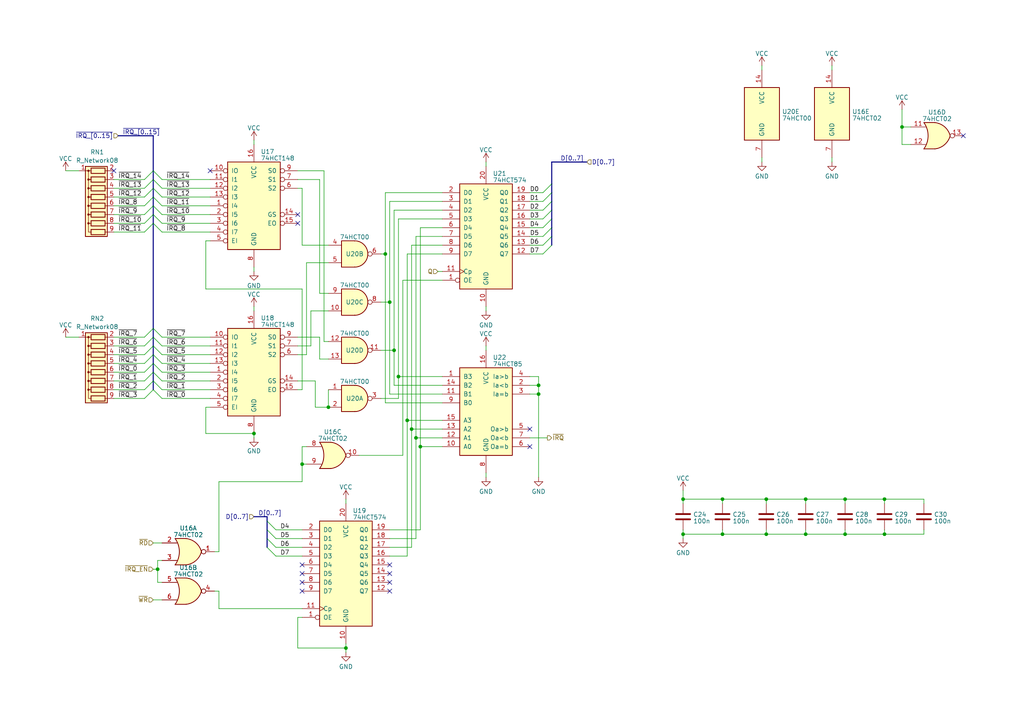
<source format=kicad_sch>
(kicad_sch
	(version 20231120)
	(generator "eeschema")
	(generator_version "8.0")
	(uuid "834e7e80-62ec-48f4-aed4-0c9b29531d07")
	(paper "A4")
	(title_block
		(title "MicroLind - IRQ Handler")
		(date "2025-03-03")
		(rev "C0")
		(company "Eric Lind")
	)
	(lib_symbols
		(symbol "74xx:74HCT02"
			(pin_names
				(offset 1.016)
			)
			(exclude_from_sim no)
			(in_bom yes)
			(on_board yes)
			(property "Reference" "U"
				(at 0 1.27 0)
				(effects
					(font
						(size 1.27 1.27)
					)
				)
			)
			(property "Value" "74HCT02"
				(at 0 -1.27 0)
				(effects
					(font
						(size 1.27 1.27)
					)
				)
			)
			(property "Footprint" ""
				(at 0 0 0)
				(effects
					(font
						(size 1.27 1.27)
					)
					(hide yes)
				)
			)
			(property "Datasheet" "http://www.ti.com/lit/gpn/sn74hct02"
				(at 0 0 0)
				(effects
					(font
						(size 1.27 1.27)
					)
					(hide yes)
				)
			)
			(property "Description" "quad 2-input NOR gate"
				(at 0 0 0)
				(effects
					(font
						(size 1.27 1.27)
					)
					(hide yes)
				)
			)
			(property "ki_locked" ""
				(at 0 0 0)
				(effects
					(font
						(size 1.27 1.27)
					)
				)
			)
			(property "ki_keywords" "HCTMOS Nor2"
				(at 0 0 0)
				(effects
					(font
						(size 1.27 1.27)
					)
					(hide yes)
				)
			)
			(property "ki_fp_filters" "SO14* DIP*W7.62mm*"
				(at 0 0 0)
				(effects
					(font
						(size 1.27 1.27)
					)
					(hide yes)
				)
			)
			(symbol "74HCT02_1_1"
				(arc
					(start -3.81 -3.81)
					(mid -2.589 0)
					(end -3.81 3.81)
					(stroke
						(width 0.254)
						(type default)
					)
					(fill
						(type none)
					)
				)
				(arc
					(start -0.6096 -3.81)
					(mid 2.1842 -2.5851)
					(end 3.81 0)
					(stroke
						(width 0.254)
						(type default)
					)
					(fill
						(type background)
					)
				)
				(polyline
					(pts
						(xy -3.81 -3.81) (xy -0.635 -3.81)
					)
					(stroke
						(width 0.254)
						(type default)
					)
					(fill
						(type background)
					)
				)
				(polyline
					(pts
						(xy -3.81 3.81) (xy -0.635 3.81)
					)
					(stroke
						(width 0.254)
						(type default)
					)
					(fill
						(type background)
					)
				)
				(polyline
					(pts
						(xy -0.635 3.81) (xy -3.81 3.81) (xy -3.81 3.81) (xy -3.556 3.4036) (xy -3.0226 2.2606) (xy -2.6924 1.0414)
						(xy -2.6162 -0.254) (xy -2.7686 -1.4986) (xy -3.175 -2.7178) (xy -3.81 -3.81) (xy -3.81 -3.81)
						(xy -0.635 -3.81)
					)
					(stroke
						(width -25.4)
						(type default)
					)
					(fill
						(type background)
					)
				)
				(arc
					(start 3.81 0)
					(mid 2.1915 2.5936)
					(end -0.6096 3.81)
					(stroke
						(width 0.254)
						(type default)
					)
					(fill
						(type background)
					)
				)
				(pin output inverted
					(at 7.62 0 180)
					(length 3.81)
					(name "~"
						(effects
							(font
								(size 1.27 1.27)
							)
						)
					)
					(number "1"
						(effects
							(font
								(size 1.27 1.27)
							)
						)
					)
				)
				(pin input line
					(at -7.62 2.54 0)
					(length 4.318)
					(name "~"
						(effects
							(font
								(size 1.27 1.27)
							)
						)
					)
					(number "2"
						(effects
							(font
								(size 1.27 1.27)
							)
						)
					)
				)
				(pin input line
					(at -7.62 -2.54 0)
					(length 4.318)
					(name "~"
						(effects
							(font
								(size 1.27 1.27)
							)
						)
					)
					(number "3"
						(effects
							(font
								(size 1.27 1.27)
							)
						)
					)
				)
			)
			(symbol "74HCT02_1_2"
				(arc
					(start 0 -3.81)
					(mid 3.7934 0)
					(end 0 3.81)
					(stroke
						(width 0.254)
						(type default)
					)
					(fill
						(type background)
					)
				)
				(polyline
					(pts
						(xy 0 3.81) (xy -3.81 3.81) (xy -3.81 -3.81) (xy 0 -3.81)
					)
					(stroke
						(width 0.254)
						(type default)
					)
					(fill
						(type background)
					)
				)
				(pin output line
					(at 7.62 0 180)
					(length 3.81)
					(name "~"
						(effects
							(font
								(size 1.27 1.27)
							)
						)
					)
					(number "1"
						(effects
							(font
								(size 1.27 1.27)
							)
						)
					)
				)
				(pin input inverted
					(at -7.62 2.54 0)
					(length 3.81)
					(name "~"
						(effects
							(font
								(size 1.27 1.27)
							)
						)
					)
					(number "2"
						(effects
							(font
								(size 1.27 1.27)
							)
						)
					)
				)
				(pin input inverted
					(at -7.62 -2.54 0)
					(length 3.81)
					(name "~"
						(effects
							(font
								(size 1.27 1.27)
							)
						)
					)
					(number "3"
						(effects
							(font
								(size 1.27 1.27)
							)
						)
					)
				)
			)
			(symbol "74HCT02_2_1"
				(arc
					(start -3.81 -3.81)
					(mid -2.589 0)
					(end -3.81 3.81)
					(stroke
						(width 0.254)
						(type default)
					)
					(fill
						(type none)
					)
				)
				(arc
					(start -0.6096 -3.81)
					(mid 2.1842 -2.5851)
					(end 3.81 0)
					(stroke
						(width 0.254)
						(type default)
					)
					(fill
						(type background)
					)
				)
				(polyline
					(pts
						(xy -3.81 -3.81) (xy -0.635 -3.81)
					)
					(stroke
						(width 0.254)
						(type default)
					)
					(fill
						(type background)
					)
				)
				(polyline
					(pts
						(xy -3.81 3.81) (xy -0.635 3.81)
					)
					(stroke
						(width 0.254)
						(type default)
					)
					(fill
						(type background)
					)
				)
				(polyline
					(pts
						(xy -0.635 3.81) (xy -3.81 3.81) (xy -3.81 3.81) (xy -3.556 3.4036) (xy -3.0226 2.2606) (xy -2.6924 1.0414)
						(xy -2.6162 -0.254) (xy -2.7686 -1.4986) (xy -3.175 -2.7178) (xy -3.81 -3.81) (xy -3.81 -3.81)
						(xy -0.635 -3.81)
					)
					(stroke
						(width -25.4)
						(type default)
					)
					(fill
						(type background)
					)
				)
				(arc
					(start 3.81 0)
					(mid 2.1915 2.5936)
					(end -0.6096 3.81)
					(stroke
						(width 0.254)
						(type default)
					)
					(fill
						(type background)
					)
				)
				(pin output inverted
					(at 7.62 0 180)
					(length 3.81)
					(name "~"
						(effects
							(font
								(size 1.27 1.27)
							)
						)
					)
					(number "4"
						(effects
							(font
								(size 1.27 1.27)
							)
						)
					)
				)
				(pin input line
					(at -7.62 2.54 0)
					(length 4.318)
					(name "~"
						(effects
							(font
								(size 1.27 1.27)
							)
						)
					)
					(number "5"
						(effects
							(font
								(size 1.27 1.27)
							)
						)
					)
				)
				(pin input line
					(at -7.62 -2.54 0)
					(length 4.318)
					(name "~"
						(effects
							(font
								(size 1.27 1.27)
							)
						)
					)
					(number "6"
						(effects
							(font
								(size 1.27 1.27)
							)
						)
					)
				)
			)
			(symbol "74HCT02_2_2"
				(arc
					(start 0 -3.81)
					(mid 3.7934 0)
					(end 0 3.81)
					(stroke
						(width 0.254)
						(type default)
					)
					(fill
						(type background)
					)
				)
				(polyline
					(pts
						(xy 0 3.81) (xy -3.81 3.81) (xy -3.81 -3.81) (xy 0 -3.81)
					)
					(stroke
						(width 0.254)
						(type default)
					)
					(fill
						(type background)
					)
				)
				(pin output line
					(at 7.62 0 180)
					(length 3.81)
					(name "~"
						(effects
							(font
								(size 1.27 1.27)
							)
						)
					)
					(number "4"
						(effects
							(font
								(size 1.27 1.27)
							)
						)
					)
				)
				(pin input inverted
					(at -7.62 2.54 0)
					(length 3.81)
					(name "~"
						(effects
							(font
								(size 1.27 1.27)
							)
						)
					)
					(number "5"
						(effects
							(font
								(size 1.27 1.27)
							)
						)
					)
				)
				(pin input inverted
					(at -7.62 -2.54 0)
					(length 3.81)
					(name "~"
						(effects
							(font
								(size 1.27 1.27)
							)
						)
					)
					(number "6"
						(effects
							(font
								(size 1.27 1.27)
							)
						)
					)
				)
			)
			(symbol "74HCT02_3_1"
				(arc
					(start -3.81 -3.81)
					(mid -2.589 0)
					(end -3.81 3.81)
					(stroke
						(width 0.254)
						(type default)
					)
					(fill
						(type none)
					)
				)
				(arc
					(start -0.6096 -3.81)
					(mid 2.1842 -2.5851)
					(end 3.81 0)
					(stroke
						(width 0.254)
						(type default)
					)
					(fill
						(type background)
					)
				)
				(polyline
					(pts
						(xy -3.81 -3.81) (xy -0.635 -3.81)
					)
					(stroke
						(width 0.254)
						(type default)
					)
					(fill
						(type background)
					)
				)
				(polyline
					(pts
						(xy -3.81 3.81) (xy -0.635 3.81)
					)
					(stroke
						(width 0.254)
						(type default)
					)
					(fill
						(type background)
					)
				)
				(polyline
					(pts
						(xy -0.635 3.81) (xy -3.81 3.81) (xy -3.81 3.81) (xy -3.556 3.4036) (xy -3.0226 2.2606) (xy -2.6924 1.0414)
						(xy -2.6162 -0.254) (xy -2.7686 -1.4986) (xy -3.175 -2.7178) (xy -3.81 -3.81) (xy -3.81 -3.81)
						(xy -0.635 -3.81)
					)
					(stroke
						(width -25.4)
						(type default)
					)
					(fill
						(type background)
					)
				)
				(arc
					(start 3.81 0)
					(mid 2.1915 2.5936)
					(end -0.6096 3.81)
					(stroke
						(width 0.254)
						(type default)
					)
					(fill
						(type background)
					)
				)
				(pin output inverted
					(at 7.62 0 180)
					(length 3.81)
					(name "~"
						(effects
							(font
								(size 1.27 1.27)
							)
						)
					)
					(number "10"
						(effects
							(font
								(size 1.27 1.27)
							)
						)
					)
				)
				(pin input line
					(at -7.62 2.54 0)
					(length 4.318)
					(name "~"
						(effects
							(font
								(size 1.27 1.27)
							)
						)
					)
					(number "8"
						(effects
							(font
								(size 1.27 1.27)
							)
						)
					)
				)
				(pin input line
					(at -7.62 -2.54 0)
					(length 4.318)
					(name "~"
						(effects
							(font
								(size 1.27 1.27)
							)
						)
					)
					(number "9"
						(effects
							(font
								(size 1.27 1.27)
							)
						)
					)
				)
			)
			(symbol "74HCT02_3_2"
				(arc
					(start 0 -3.81)
					(mid 3.7934 0)
					(end 0 3.81)
					(stroke
						(width 0.254)
						(type default)
					)
					(fill
						(type background)
					)
				)
				(polyline
					(pts
						(xy 0 3.81) (xy -3.81 3.81) (xy -3.81 -3.81) (xy 0 -3.81)
					)
					(stroke
						(width 0.254)
						(type default)
					)
					(fill
						(type background)
					)
				)
				(pin output line
					(at 7.62 0 180)
					(length 3.81)
					(name "~"
						(effects
							(font
								(size 1.27 1.27)
							)
						)
					)
					(number "10"
						(effects
							(font
								(size 1.27 1.27)
							)
						)
					)
				)
				(pin input inverted
					(at -7.62 2.54 0)
					(length 3.81)
					(name "~"
						(effects
							(font
								(size 1.27 1.27)
							)
						)
					)
					(number "8"
						(effects
							(font
								(size 1.27 1.27)
							)
						)
					)
				)
				(pin input inverted
					(at -7.62 -2.54 0)
					(length 3.81)
					(name "~"
						(effects
							(font
								(size 1.27 1.27)
							)
						)
					)
					(number "9"
						(effects
							(font
								(size 1.27 1.27)
							)
						)
					)
				)
			)
			(symbol "74HCT02_4_1"
				(arc
					(start -3.81 -3.81)
					(mid -2.589 0)
					(end -3.81 3.81)
					(stroke
						(width 0.254)
						(type default)
					)
					(fill
						(type none)
					)
				)
				(arc
					(start -0.6096 -3.81)
					(mid 2.1842 -2.5851)
					(end 3.81 0)
					(stroke
						(width 0.254)
						(type default)
					)
					(fill
						(type background)
					)
				)
				(polyline
					(pts
						(xy -3.81 -3.81) (xy -0.635 -3.81)
					)
					(stroke
						(width 0.254)
						(type default)
					)
					(fill
						(type background)
					)
				)
				(polyline
					(pts
						(xy -3.81 3.81) (xy -0.635 3.81)
					)
					(stroke
						(width 0.254)
						(type default)
					)
					(fill
						(type background)
					)
				)
				(polyline
					(pts
						(xy -0.635 3.81) (xy -3.81 3.81) (xy -3.81 3.81) (xy -3.556 3.4036) (xy -3.0226 2.2606) (xy -2.6924 1.0414)
						(xy -2.6162 -0.254) (xy -2.7686 -1.4986) (xy -3.175 -2.7178) (xy -3.81 -3.81) (xy -3.81 -3.81)
						(xy -0.635 -3.81)
					)
					(stroke
						(width -25.4)
						(type default)
					)
					(fill
						(type background)
					)
				)
				(arc
					(start 3.81 0)
					(mid 2.1915 2.5936)
					(end -0.6096 3.81)
					(stroke
						(width 0.254)
						(type default)
					)
					(fill
						(type background)
					)
				)
				(pin input line
					(at -7.62 2.54 0)
					(length 4.318)
					(name "~"
						(effects
							(font
								(size 1.27 1.27)
							)
						)
					)
					(number "11"
						(effects
							(font
								(size 1.27 1.27)
							)
						)
					)
				)
				(pin input line
					(at -7.62 -2.54 0)
					(length 4.318)
					(name "~"
						(effects
							(font
								(size 1.27 1.27)
							)
						)
					)
					(number "12"
						(effects
							(font
								(size 1.27 1.27)
							)
						)
					)
				)
				(pin output inverted
					(at 7.62 0 180)
					(length 3.81)
					(name "~"
						(effects
							(font
								(size 1.27 1.27)
							)
						)
					)
					(number "13"
						(effects
							(font
								(size 1.27 1.27)
							)
						)
					)
				)
			)
			(symbol "74HCT02_4_2"
				(arc
					(start 0 -3.81)
					(mid 3.7934 0)
					(end 0 3.81)
					(stroke
						(width 0.254)
						(type default)
					)
					(fill
						(type background)
					)
				)
				(polyline
					(pts
						(xy 0 3.81) (xy -3.81 3.81) (xy -3.81 -3.81) (xy 0 -3.81)
					)
					(stroke
						(width 0.254)
						(type default)
					)
					(fill
						(type background)
					)
				)
				(pin input inverted
					(at -7.62 2.54 0)
					(length 3.81)
					(name "~"
						(effects
							(font
								(size 1.27 1.27)
							)
						)
					)
					(number "11"
						(effects
							(font
								(size 1.27 1.27)
							)
						)
					)
				)
				(pin input inverted
					(at -7.62 -2.54 0)
					(length 3.81)
					(name "~"
						(effects
							(font
								(size 1.27 1.27)
							)
						)
					)
					(number "12"
						(effects
							(font
								(size 1.27 1.27)
							)
						)
					)
				)
				(pin output line
					(at 7.62 0 180)
					(length 3.81)
					(name "~"
						(effects
							(font
								(size 1.27 1.27)
							)
						)
					)
					(number "13"
						(effects
							(font
								(size 1.27 1.27)
							)
						)
					)
				)
			)
			(symbol "74HCT02_5_0"
				(pin power_in line
					(at 0 12.7 270)
					(length 5.08)
					(name "VCC"
						(effects
							(font
								(size 1.27 1.27)
							)
						)
					)
					(number "14"
						(effects
							(font
								(size 1.27 1.27)
							)
						)
					)
				)
				(pin power_in line
					(at 0 -12.7 90)
					(length 5.08)
					(name "GND"
						(effects
							(font
								(size 1.27 1.27)
							)
						)
					)
					(number "7"
						(effects
							(font
								(size 1.27 1.27)
							)
						)
					)
				)
			)
			(symbol "74HCT02_5_1"
				(rectangle
					(start -5.08 7.62)
					(end 5.08 -7.62)
					(stroke
						(width 0.254)
						(type default)
					)
					(fill
						(type background)
					)
				)
			)
		)
		(symbol "74xx:74LS00"
			(pin_names
				(offset 1.016)
			)
			(exclude_from_sim no)
			(in_bom yes)
			(on_board yes)
			(property "Reference" "U"
				(at 0 1.27 0)
				(effects
					(font
						(size 1.27 1.27)
					)
				)
			)
			(property "Value" "74LS00"
				(at 0 -1.27 0)
				(effects
					(font
						(size 1.27 1.27)
					)
				)
			)
			(property "Footprint" ""
				(at 0 0 0)
				(effects
					(font
						(size 1.27 1.27)
					)
					(hide yes)
				)
			)
			(property "Datasheet" "http://www.ti.com/lit/gpn/sn74ls00"
				(at 0 0 0)
				(effects
					(font
						(size 1.27 1.27)
					)
					(hide yes)
				)
			)
			(property "Description" "quad 2-input NAND gate"
				(at 0 0 0)
				(effects
					(font
						(size 1.27 1.27)
					)
					(hide yes)
				)
			)
			(property "ki_locked" ""
				(at 0 0 0)
				(effects
					(font
						(size 1.27 1.27)
					)
				)
			)
			(property "ki_keywords" "TTL nand 2-input"
				(at 0 0 0)
				(effects
					(font
						(size 1.27 1.27)
					)
					(hide yes)
				)
			)
			(property "ki_fp_filters" "DIP*W7.62mm* SO14*"
				(at 0 0 0)
				(effects
					(font
						(size 1.27 1.27)
					)
					(hide yes)
				)
			)
			(symbol "74LS00_1_1"
				(arc
					(start 0 -3.81)
					(mid 3.7934 0)
					(end 0 3.81)
					(stroke
						(width 0.254)
						(type default)
					)
					(fill
						(type background)
					)
				)
				(polyline
					(pts
						(xy 0 3.81) (xy -3.81 3.81) (xy -3.81 -3.81) (xy 0 -3.81)
					)
					(stroke
						(width 0.254)
						(type default)
					)
					(fill
						(type background)
					)
				)
				(pin input line
					(at -7.62 2.54 0)
					(length 3.81)
					(name "~"
						(effects
							(font
								(size 1.27 1.27)
							)
						)
					)
					(number "1"
						(effects
							(font
								(size 1.27 1.27)
							)
						)
					)
				)
				(pin input line
					(at -7.62 -2.54 0)
					(length 3.81)
					(name "~"
						(effects
							(font
								(size 1.27 1.27)
							)
						)
					)
					(number "2"
						(effects
							(font
								(size 1.27 1.27)
							)
						)
					)
				)
				(pin output inverted
					(at 7.62 0 180)
					(length 3.81)
					(name "~"
						(effects
							(font
								(size 1.27 1.27)
							)
						)
					)
					(number "3"
						(effects
							(font
								(size 1.27 1.27)
							)
						)
					)
				)
			)
			(symbol "74LS00_1_2"
				(arc
					(start -3.81 -3.81)
					(mid -2.589 0)
					(end -3.81 3.81)
					(stroke
						(width 0.254)
						(type default)
					)
					(fill
						(type none)
					)
				)
				(arc
					(start -0.6096 -3.81)
					(mid 2.1842 -2.5851)
					(end 3.81 0)
					(stroke
						(width 0.254)
						(type default)
					)
					(fill
						(type background)
					)
				)
				(polyline
					(pts
						(xy -3.81 -3.81) (xy -0.635 -3.81)
					)
					(stroke
						(width 0.254)
						(type default)
					)
					(fill
						(type background)
					)
				)
				(polyline
					(pts
						(xy -3.81 3.81) (xy -0.635 3.81)
					)
					(stroke
						(width 0.254)
						(type default)
					)
					(fill
						(type background)
					)
				)
				(polyline
					(pts
						(xy -0.635 3.81) (xy -3.81 3.81) (xy -3.81 3.81) (xy -3.556 3.4036) (xy -3.0226 2.2606) (xy -2.6924 1.0414)
						(xy -2.6162 -0.254) (xy -2.7686 -1.4986) (xy -3.175 -2.7178) (xy -3.81 -3.81) (xy -3.81 -3.81)
						(xy -0.635 -3.81)
					)
					(stroke
						(width -25.4)
						(type default)
					)
					(fill
						(type background)
					)
				)
				(arc
					(start 3.81 0)
					(mid 2.1915 2.5936)
					(end -0.6096 3.81)
					(stroke
						(width 0.254)
						(type default)
					)
					(fill
						(type background)
					)
				)
				(pin input inverted
					(at -7.62 2.54 0)
					(length 4.318)
					(name "~"
						(effects
							(font
								(size 1.27 1.27)
							)
						)
					)
					(number "1"
						(effects
							(font
								(size 1.27 1.27)
							)
						)
					)
				)
				(pin input inverted
					(at -7.62 -2.54 0)
					(length 4.318)
					(name "~"
						(effects
							(font
								(size 1.27 1.27)
							)
						)
					)
					(number "2"
						(effects
							(font
								(size 1.27 1.27)
							)
						)
					)
				)
				(pin output line
					(at 7.62 0 180)
					(length 3.81)
					(name "~"
						(effects
							(font
								(size 1.27 1.27)
							)
						)
					)
					(number "3"
						(effects
							(font
								(size 1.27 1.27)
							)
						)
					)
				)
			)
			(symbol "74LS00_2_1"
				(arc
					(start 0 -3.81)
					(mid 3.7934 0)
					(end 0 3.81)
					(stroke
						(width 0.254)
						(type default)
					)
					(fill
						(type background)
					)
				)
				(polyline
					(pts
						(xy 0 3.81) (xy -3.81 3.81) (xy -3.81 -3.81) (xy 0 -3.81)
					)
					(stroke
						(width 0.254)
						(type default)
					)
					(fill
						(type background)
					)
				)
				(pin input line
					(at -7.62 2.54 0)
					(length 3.81)
					(name "~"
						(effects
							(font
								(size 1.27 1.27)
							)
						)
					)
					(number "4"
						(effects
							(font
								(size 1.27 1.27)
							)
						)
					)
				)
				(pin input line
					(at -7.62 -2.54 0)
					(length 3.81)
					(name "~"
						(effects
							(font
								(size 1.27 1.27)
							)
						)
					)
					(number "5"
						(effects
							(font
								(size 1.27 1.27)
							)
						)
					)
				)
				(pin output inverted
					(at 7.62 0 180)
					(length 3.81)
					(name "~"
						(effects
							(font
								(size 1.27 1.27)
							)
						)
					)
					(number "6"
						(effects
							(font
								(size 1.27 1.27)
							)
						)
					)
				)
			)
			(symbol "74LS00_2_2"
				(arc
					(start -3.81 -3.81)
					(mid -2.589 0)
					(end -3.81 3.81)
					(stroke
						(width 0.254)
						(type default)
					)
					(fill
						(type none)
					)
				)
				(arc
					(start -0.6096 -3.81)
					(mid 2.1842 -2.5851)
					(end 3.81 0)
					(stroke
						(width 0.254)
						(type default)
					)
					(fill
						(type background)
					)
				)
				(polyline
					(pts
						(xy -3.81 -3.81) (xy -0.635 -3.81)
					)
					(stroke
						(width 0.254)
						(type default)
					)
					(fill
						(type background)
					)
				)
				(polyline
					(pts
						(xy -3.81 3.81) (xy -0.635 3.81)
					)
					(stroke
						(width 0.254)
						(type default)
					)
					(fill
						(type background)
					)
				)
				(polyline
					(pts
						(xy -0.635 3.81) (xy -3.81 3.81) (xy -3.81 3.81) (xy -3.556 3.4036) (xy -3.0226 2.2606) (xy -2.6924 1.0414)
						(xy -2.6162 -0.254) (xy -2.7686 -1.4986) (xy -3.175 -2.7178) (xy -3.81 -3.81) (xy -3.81 -3.81)
						(xy -0.635 -3.81)
					)
					(stroke
						(width -25.4)
						(type default)
					)
					(fill
						(type background)
					)
				)
				(arc
					(start 3.81 0)
					(mid 2.1915 2.5936)
					(end -0.6096 3.81)
					(stroke
						(width 0.254)
						(type default)
					)
					(fill
						(type background)
					)
				)
				(pin input inverted
					(at -7.62 2.54 0)
					(length 4.318)
					(name "~"
						(effects
							(font
								(size 1.27 1.27)
							)
						)
					)
					(number "4"
						(effects
							(font
								(size 1.27 1.27)
							)
						)
					)
				)
				(pin input inverted
					(at -7.62 -2.54 0)
					(length 4.318)
					(name "~"
						(effects
							(font
								(size 1.27 1.27)
							)
						)
					)
					(number "5"
						(effects
							(font
								(size 1.27 1.27)
							)
						)
					)
				)
				(pin output line
					(at 7.62 0 180)
					(length 3.81)
					(name "~"
						(effects
							(font
								(size 1.27 1.27)
							)
						)
					)
					(number "6"
						(effects
							(font
								(size 1.27 1.27)
							)
						)
					)
				)
			)
			(symbol "74LS00_3_1"
				(arc
					(start 0 -3.81)
					(mid 3.7934 0)
					(end 0 3.81)
					(stroke
						(width 0.254)
						(type default)
					)
					(fill
						(type background)
					)
				)
				(polyline
					(pts
						(xy 0 3.81) (xy -3.81 3.81) (xy -3.81 -3.81) (xy 0 -3.81)
					)
					(stroke
						(width 0.254)
						(type default)
					)
					(fill
						(type background)
					)
				)
				(pin input line
					(at -7.62 -2.54 0)
					(length 3.81)
					(name "~"
						(effects
							(font
								(size 1.27 1.27)
							)
						)
					)
					(number "10"
						(effects
							(font
								(size 1.27 1.27)
							)
						)
					)
				)
				(pin output inverted
					(at 7.62 0 180)
					(length 3.81)
					(name "~"
						(effects
							(font
								(size 1.27 1.27)
							)
						)
					)
					(number "8"
						(effects
							(font
								(size 1.27 1.27)
							)
						)
					)
				)
				(pin input line
					(at -7.62 2.54 0)
					(length 3.81)
					(name "~"
						(effects
							(font
								(size 1.27 1.27)
							)
						)
					)
					(number "9"
						(effects
							(font
								(size 1.27 1.27)
							)
						)
					)
				)
			)
			(symbol "74LS00_3_2"
				(arc
					(start -3.81 -3.81)
					(mid -2.589 0)
					(end -3.81 3.81)
					(stroke
						(width 0.254)
						(type default)
					)
					(fill
						(type none)
					)
				)
				(arc
					(start -0.6096 -3.81)
					(mid 2.1842 -2.5851)
					(end 3.81 0)
					(stroke
						(width 0.254)
						(type default)
					)
					(fill
						(type background)
					)
				)
				(polyline
					(pts
						(xy -3.81 -3.81) (xy -0.635 -3.81)
					)
					(stroke
						(width 0.254)
						(type default)
					)
					(fill
						(type background)
					)
				)
				(polyline
					(pts
						(xy -3.81 3.81) (xy -0.635 3.81)
					)
					(stroke
						(width 0.254)
						(type default)
					)
					(fill
						(type background)
					)
				)
				(polyline
					(pts
						(xy -0.635 3.81) (xy -3.81 3.81) (xy -3.81 3.81) (xy -3.556 3.4036) (xy -3.0226 2.2606) (xy -2.6924 1.0414)
						(xy -2.6162 -0.254) (xy -2.7686 -1.4986) (xy -3.175 -2.7178) (xy -3.81 -3.81) (xy -3.81 -3.81)
						(xy -0.635 -3.81)
					)
					(stroke
						(width -25.4)
						(type default)
					)
					(fill
						(type background)
					)
				)
				(arc
					(start 3.81 0)
					(mid 2.1915 2.5936)
					(end -0.6096 3.81)
					(stroke
						(width 0.254)
						(type default)
					)
					(fill
						(type background)
					)
				)
				(pin input inverted
					(at -7.62 -2.54 0)
					(length 4.318)
					(name "~"
						(effects
							(font
								(size 1.27 1.27)
							)
						)
					)
					(number "10"
						(effects
							(font
								(size 1.27 1.27)
							)
						)
					)
				)
				(pin output line
					(at 7.62 0 180)
					(length 3.81)
					(name "~"
						(effects
							(font
								(size 1.27 1.27)
							)
						)
					)
					(number "8"
						(effects
							(font
								(size 1.27 1.27)
							)
						)
					)
				)
				(pin input inverted
					(at -7.62 2.54 0)
					(length 4.318)
					(name "~"
						(effects
							(font
								(size 1.27 1.27)
							)
						)
					)
					(number "9"
						(effects
							(font
								(size 1.27 1.27)
							)
						)
					)
				)
			)
			(symbol "74LS00_4_1"
				(arc
					(start 0 -3.81)
					(mid 3.7934 0)
					(end 0 3.81)
					(stroke
						(width 0.254)
						(type default)
					)
					(fill
						(type background)
					)
				)
				(polyline
					(pts
						(xy 0 3.81) (xy -3.81 3.81) (xy -3.81 -3.81) (xy 0 -3.81)
					)
					(stroke
						(width 0.254)
						(type default)
					)
					(fill
						(type background)
					)
				)
				(pin output inverted
					(at 7.62 0 180)
					(length 3.81)
					(name "~"
						(effects
							(font
								(size 1.27 1.27)
							)
						)
					)
					(number "11"
						(effects
							(font
								(size 1.27 1.27)
							)
						)
					)
				)
				(pin input line
					(at -7.62 2.54 0)
					(length 3.81)
					(name "~"
						(effects
							(font
								(size 1.27 1.27)
							)
						)
					)
					(number "12"
						(effects
							(font
								(size 1.27 1.27)
							)
						)
					)
				)
				(pin input line
					(at -7.62 -2.54 0)
					(length 3.81)
					(name "~"
						(effects
							(font
								(size 1.27 1.27)
							)
						)
					)
					(number "13"
						(effects
							(font
								(size 1.27 1.27)
							)
						)
					)
				)
			)
			(symbol "74LS00_4_2"
				(arc
					(start -3.81 -3.81)
					(mid -2.589 0)
					(end -3.81 3.81)
					(stroke
						(width 0.254)
						(type default)
					)
					(fill
						(type none)
					)
				)
				(arc
					(start -0.6096 -3.81)
					(mid 2.1842 -2.5851)
					(end 3.81 0)
					(stroke
						(width 0.254)
						(type default)
					)
					(fill
						(type background)
					)
				)
				(polyline
					(pts
						(xy -3.81 -3.81) (xy -0.635 -3.81)
					)
					(stroke
						(width 0.254)
						(type default)
					)
					(fill
						(type background)
					)
				)
				(polyline
					(pts
						(xy -3.81 3.81) (xy -0.635 3.81)
					)
					(stroke
						(width 0.254)
						(type default)
					)
					(fill
						(type background)
					)
				)
				(polyline
					(pts
						(xy -0.635 3.81) (xy -3.81 3.81) (xy -3.81 3.81) (xy -3.556 3.4036) (xy -3.0226 2.2606) (xy -2.6924 1.0414)
						(xy -2.6162 -0.254) (xy -2.7686 -1.4986) (xy -3.175 -2.7178) (xy -3.81 -3.81) (xy -3.81 -3.81)
						(xy -0.635 -3.81)
					)
					(stroke
						(width -25.4)
						(type default)
					)
					(fill
						(type background)
					)
				)
				(arc
					(start 3.81 0)
					(mid 2.1915 2.5936)
					(end -0.6096 3.81)
					(stroke
						(width 0.254)
						(type default)
					)
					(fill
						(type background)
					)
				)
				(pin output line
					(at 7.62 0 180)
					(length 3.81)
					(name "~"
						(effects
							(font
								(size 1.27 1.27)
							)
						)
					)
					(number "11"
						(effects
							(font
								(size 1.27 1.27)
							)
						)
					)
				)
				(pin input inverted
					(at -7.62 2.54 0)
					(length 4.318)
					(name "~"
						(effects
							(font
								(size 1.27 1.27)
							)
						)
					)
					(number "12"
						(effects
							(font
								(size 1.27 1.27)
							)
						)
					)
				)
				(pin input inverted
					(at -7.62 -2.54 0)
					(length 4.318)
					(name "~"
						(effects
							(font
								(size 1.27 1.27)
							)
						)
					)
					(number "13"
						(effects
							(font
								(size 1.27 1.27)
							)
						)
					)
				)
			)
			(symbol "74LS00_5_0"
				(pin power_in line
					(at 0 12.7 270)
					(length 5.08)
					(name "VCC"
						(effects
							(font
								(size 1.27 1.27)
							)
						)
					)
					(number "14"
						(effects
							(font
								(size 1.27 1.27)
							)
						)
					)
				)
				(pin power_in line
					(at 0 -12.7 90)
					(length 5.08)
					(name "GND"
						(effects
							(font
								(size 1.27 1.27)
							)
						)
					)
					(number "7"
						(effects
							(font
								(size 1.27 1.27)
							)
						)
					)
				)
			)
			(symbol "74LS00_5_1"
				(rectangle
					(start -5.08 7.62)
					(end 5.08 -7.62)
					(stroke
						(width 0.254)
						(type default)
					)
					(fill
						(type background)
					)
				)
			)
		)
		(symbol "74xx:74LS148"
			(pin_names
				(offset 1.016)
			)
			(exclude_from_sim no)
			(in_bom yes)
			(on_board yes)
			(property "Reference" "U"
				(at -7.62 13.97 0)
				(effects
					(font
						(size 1.27 1.27)
					)
				)
			)
			(property "Value" "74LS148"
				(at -7.62 -13.97 0)
				(effects
					(font
						(size 1.27 1.27)
					)
				)
			)
			(property "Footprint" ""
				(at 0 0 0)
				(effects
					(font
						(size 1.27 1.27)
					)
					(hide yes)
				)
			)
			(property "Datasheet" "http://www.ti.com/lit/gpn/sn74LS148"
				(at 0 0 0)
				(effects
					(font
						(size 1.27 1.27)
					)
					(hide yes)
				)
			)
			(property "Description" "Priority Encoder 3 to 8 cascadable"
				(at 0 0 0)
				(effects
					(font
						(size 1.27 1.27)
					)
					(hide yes)
				)
			)
			(property "ki_locked" ""
				(at 0 0 0)
				(effects
					(font
						(size 1.27 1.27)
					)
				)
			)
			(property "ki_keywords" "TTL ENCOD"
				(at 0 0 0)
				(effects
					(font
						(size 1.27 1.27)
					)
					(hide yes)
				)
			)
			(property "ki_fp_filters" "DIP?16*"
				(at 0 0 0)
				(effects
					(font
						(size 1.27 1.27)
					)
					(hide yes)
				)
			)
			(symbol "74LS148_1_0"
				(pin input inverted
					(at -12.7 0 0)
					(length 5.08)
					(name "I4"
						(effects
							(font
								(size 1.27 1.27)
							)
						)
					)
					(number "1"
						(effects
							(font
								(size 1.27 1.27)
							)
						)
					)
				)
				(pin input inverted
					(at -12.7 10.16 0)
					(length 5.08)
					(name "IO"
						(effects
							(font
								(size 1.27 1.27)
							)
						)
					)
					(number "10"
						(effects
							(font
								(size 1.27 1.27)
							)
						)
					)
				)
				(pin input inverted
					(at -12.7 7.62 0)
					(length 5.08)
					(name "I1"
						(effects
							(font
								(size 1.27 1.27)
							)
						)
					)
					(number "11"
						(effects
							(font
								(size 1.27 1.27)
							)
						)
					)
				)
				(pin input inverted
					(at -12.7 5.08 0)
					(length 5.08)
					(name "I2"
						(effects
							(font
								(size 1.27 1.27)
							)
						)
					)
					(number "12"
						(effects
							(font
								(size 1.27 1.27)
							)
						)
					)
				)
				(pin input inverted
					(at -12.7 2.54 0)
					(length 5.08)
					(name "I3"
						(effects
							(font
								(size 1.27 1.27)
							)
						)
					)
					(number "13"
						(effects
							(font
								(size 1.27 1.27)
							)
						)
					)
				)
				(pin output inverted
					(at 12.7 -2.54 180)
					(length 5.08)
					(name "GS"
						(effects
							(font
								(size 1.27 1.27)
							)
						)
					)
					(number "14"
						(effects
							(font
								(size 1.27 1.27)
							)
						)
					)
				)
				(pin output inverted
					(at 12.7 -5.08 180)
					(length 5.08)
					(name "EO"
						(effects
							(font
								(size 1.27 1.27)
							)
						)
					)
					(number "15"
						(effects
							(font
								(size 1.27 1.27)
							)
						)
					)
				)
				(pin power_in line
					(at 0 17.78 270)
					(length 5.08)
					(name "VCC"
						(effects
							(font
								(size 1.27 1.27)
							)
						)
					)
					(number "16"
						(effects
							(font
								(size 1.27 1.27)
							)
						)
					)
				)
				(pin input inverted
					(at -12.7 -2.54 0)
					(length 5.08)
					(name "I5"
						(effects
							(font
								(size 1.27 1.27)
							)
						)
					)
					(number "2"
						(effects
							(font
								(size 1.27 1.27)
							)
						)
					)
				)
				(pin input inverted
					(at -12.7 -5.08 0)
					(length 5.08)
					(name "I6"
						(effects
							(font
								(size 1.27 1.27)
							)
						)
					)
					(number "3"
						(effects
							(font
								(size 1.27 1.27)
							)
						)
					)
				)
				(pin input inverted
					(at -12.7 -7.62 0)
					(length 5.08)
					(name "I7"
						(effects
							(font
								(size 1.27 1.27)
							)
						)
					)
					(number "4"
						(effects
							(font
								(size 1.27 1.27)
							)
						)
					)
				)
				(pin input inverted
					(at -12.7 -10.16 0)
					(length 5.08)
					(name "EI"
						(effects
							(font
								(size 1.27 1.27)
							)
						)
					)
					(number "5"
						(effects
							(font
								(size 1.27 1.27)
							)
						)
					)
				)
				(pin output inverted
					(at 12.7 5.08 180)
					(length 5.08)
					(name "S2"
						(effects
							(font
								(size 1.27 1.27)
							)
						)
					)
					(number "6"
						(effects
							(font
								(size 1.27 1.27)
							)
						)
					)
				)
				(pin output inverted
					(at 12.7 7.62 180)
					(length 5.08)
					(name "S1"
						(effects
							(font
								(size 1.27 1.27)
							)
						)
					)
					(number "7"
						(effects
							(font
								(size 1.27 1.27)
							)
						)
					)
				)
				(pin power_in line
					(at 0 -17.78 90)
					(length 5.08)
					(name "GND"
						(effects
							(font
								(size 1.27 1.27)
							)
						)
					)
					(number "8"
						(effects
							(font
								(size 1.27 1.27)
							)
						)
					)
				)
				(pin output inverted
					(at 12.7 10.16 180)
					(length 5.08)
					(name "S0"
						(effects
							(font
								(size 1.27 1.27)
							)
						)
					)
					(number "9"
						(effects
							(font
								(size 1.27 1.27)
							)
						)
					)
				)
			)
			(symbol "74LS148_1_1"
				(rectangle
					(start -7.62 12.7)
					(end 7.62 -12.7)
					(stroke
						(width 0.254)
						(type default)
					)
					(fill
						(type background)
					)
				)
			)
		)
		(symbol "74xx:74LS574"
			(pin_names
				(offset 1.016)
			)
			(exclude_from_sim no)
			(in_bom yes)
			(on_board yes)
			(property "Reference" "U"
				(at -7.62 16.51 0)
				(effects
					(font
						(size 1.27 1.27)
					)
				)
			)
			(property "Value" "74LS574"
				(at -7.62 -16.51 0)
				(effects
					(font
						(size 1.27 1.27)
					)
				)
			)
			(property "Footprint" ""
				(at 0 0 0)
				(effects
					(font
						(size 1.27 1.27)
					)
					(hide yes)
				)
			)
			(property "Datasheet" "http://www.ti.com/lit/gpn/sn74LS574"
				(at 0 0 0)
				(effects
					(font
						(size 1.27 1.27)
					)
					(hide yes)
				)
			)
			(property "Description" "8-bit Register, 3-state outputs"
				(at 0 0 0)
				(effects
					(font
						(size 1.27 1.27)
					)
					(hide yes)
				)
			)
			(property "ki_locked" ""
				(at 0 0 0)
				(effects
					(font
						(size 1.27 1.27)
					)
				)
			)
			(property "ki_keywords" "TTL REG DFF DFF8 3State"
				(at 0 0 0)
				(effects
					(font
						(size 1.27 1.27)
					)
					(hide yes)
				)
			)
			(property "ki_fp_filters" "DIP?20*"
				(at 0 0 0)
				(effects
					(font
						(size 1.27 1.27)
					)
					(hide yes)
				)
			)
			(symbol "74LS574_1_0"
				(pin input inverted
					(at -12.7 -12.7 0)
					(length 5.08)
					(name "OE"
						(effects
							(font
								(size 1.27 1.27)
							)
						)
					)
					(number "1"
						(effects
							(font
								(size 1.27 1.27)
							)
						)
					)
				)
				(pin power_in line
					(at 0 -20.32 90)
					(length 5.08)
					(name "GND"
						(effects
							(font
								(size 1.27 1.27)
							)
						)
					)
					(number "10"
						(effects
							(font
								(size 1.27 1.27)
							)
						)
					)
				)
				(pin input clock
					(at -12.7 -10.16 0)
					(length 5.08)
					(name "Cp"
						(effects
							(font
								(size 1.27 1.27)
							)
						)
					)
					(number "11"
						(effects
							(font
								(size 1.27 1.27)
							)
						)
					)
				)
				(pin tri_state line
					(at 12.7 -5.08 180)
					(length 5.08)
					(name "Q7"
						(effects
							(font
								(size 1.27 1.27)
							)
						)
					)
					(number "12"
						(effects
							(font
								(size 1.27 1.27)
							)
						)
					)
				)
				(pin tri_state line
					(at 12.7 -2.54 180)
					(length 5.08)
					(name "Q6"
						(effects
							(font
								(size 1.27 1.27)
							)
						)
					)
					(number "13"
						(effects
							(font
								(size 1.27 1.27)
							)
						)
					)
				)
				(pin tri_state line
					(at 12.7 0 180)
					(length 5.08)
					(name "Q5"
						(effects
							(font
								(size 1.27 1.27)
							)
						)
					)
					(number "14"
						(effects
							(font
								(size 1.27 1.27)
							)
						)
					)
				)
				(pin tri_state line
					(at 12.7 2.54 180)
					(length 5.08)
					(name "Q4"
						(effects
							(font
								(size 1.27 1.27)
							)
						)
					)
					(number "15"
						(effects
							(font
								(size 1.27 1.27)
							)
						)
					)
				)
				(pin tri_state line
					(at 12.7 5.08 180)
					(length 5.08)
					(name "Q3"
						(effects
							(font
								(size 1.27 1.27)
							)
						)
					)
					(number "16"
						(effects
							(font
								(size 1.27 1.27)
							)
						)
					)
				)
				(pin tri_state line
					(at 12.7 7.62 180)
					(length 5.08)
					(name "Q2"
						(effects
							(font
								(size 1.27 1.27)
							)
						)
					)
					(number "17"
						(effects
							(font
								(size 1.27 1.27)
							)
						)
					)
				)
				(pin tri_state line
					(at 12.7 10.16 180)
					(length 5.08)
					(name "Q1"
						(effects
							(font
								(size 1.27 1.27)
							)
						)
					)
					(number "18"
						(effects
							(font
								(size 1.27 1.27)
							)
						)
					)
				)
				(pin tri_state line
					(at 12.7 12.7 180)
					(length 5.08)
					(name "Q0"
						(effects
							(font
								(size 1.27 1.27)
							)
						)
					)
					(number "19"
						(effects
							(font
								(size 1.27 1.27)
							)
						)
					)
				)
				(pin input line
					(at -12.7 12.7 0)
					(length 5.08)
					(name "D0"
						(effects
							(font
								(size 1.27 1.27)
							)
						)
					)
					(number "2"
						(effects
							(font
								(size 1.27 1.27)
							)
						)
					)
				)
				(pin power_in line
					(at 0 20.32 270)
					(length 5.08)
					(name "VCC"
						(effects
							(font
								(size 1.27 1.27)
							)
						)
					)
					(number "20"
						(effects
							(font
								(size 1.27 1.27)
							)
						)
					)
				)
				(pin input line
					(at -12.7 10.16 0)
					(length 5.08)
					(name "D1"
						(effects
							(font
								(size 1.27 1.27)
							)
						)
					)
					(number "3"
						(effects
							(font
								(size 1.27 1.27)
							)
						)
					)
				)
				(pin input line
					(at -12.7 7.62 0)
					(length 5.08)
					(name "D2"
						(effects
							(font
								(size 1.27 1.27)
							)
						)
					)
					(number "4"
						(effects
							(font
								(size 1.27 1.27)
							)
						)
					)
				)
				(pin input line
					(at -12.7 5.08 0)
					(length 5.08)
					(name "D3"
						(effects
							(font
								(size 1.27 1.27)
							)
						)
					)
					(number "5"
						(effects
							(font
								(size 1.27 1.27)
							)
						)
					)
				)
				(pin input line
					(at -12.7 2.54 0)
					(length 5.08)
					(name "D4"
						(effects
							(font
								(size 1.27 1.27)
							)
						)
					)
					(number "6"
						(effects
							(font
								(size 1.27 1.27)
							)
						)
					)
				)
				(pin input line
					(at -12.7 0 0)
					(length 5.08)
					(name "D5"
						(effects
							(font
								(size 1.27 1.27)
							)
						)
					)
					(number "7"
						(effects
							(font
								(size 1.27 1.27)
							)
						)
					)
				)
				(pin input line
					(at -12.7 -2.54 0)
					(length 5.08)
					(name "D6"
						(effects
							(font
								(size 1.27 1.27)
							)
						)
					)
					(number "8"
						(effects
							(font
								(size 1.27 1.27)
							)
						)
					)
				)
				(pin input line
					(at -12.7 -5.08 0)
					(length 5.08)
					(name "D7"
						(effects
							(font
								(size 1.27 1.27)
							)
						)
					)
					(number "9"
						(effects
							(font
								(size 1.27 1.27)
							)
						)
					)
				)
			)
			(symbol "74LS574_1_1"
				(rectangle
					(start -7.62 15.24)
					(end 7.62 -15.24)
					(stroke
						(width 0.254)
						(type default)
					)
					(fill
						(type background)
					)
				)
			)
		)
		(symbol "74xx:74LS85"
			(pin_names
				(offset 1.016)
			)
			(exclude_from_sim no)
			(in_bom yes)
			(on_board yes)
			(property "Reference" "U"
				(at -7.62 13.97 0)
				(effects
					(font
						(size 1.27 1.27)
					)
				)
			)
			(property "Value" "74LS85"
				(at -7.62 -13.97 0)
				(effects
					(font
						(size 1.27 1.27)
					)
				)
			)
			(property "Footprint" ""
				(at 0 0 0)
				(effects
					(font
						(size 1.27 1.27)
					)
					(hide yes)
				)
			)
			(property "Datasheet" "http://www.ti.com/lit/gpn/sn74LS85"
				(at 0 0 0)
				(effects
					(font
						(size 1.27 1.27)
					)
					(hide yes)
				)
			)
			(property "Description" "4-bit Comparator"
				(at 0 0 0)
				(effects
					(font
						(size 1.27 1.27)
					)
					(hide yes)
				)
			)
			(property "ki_locked" ""
				(at 0 0 0)
				(effects
					(font
						(size 1.27 1.27)
					)
				)
			)
			(property "ki_keywords" "TTL COMP ARITH"
				(at 0 0 0)
				(effects
					(font
						(size 1.27 1.27)
					)
					(hide yes)
				)
			)
			(property "ki_fp_filters" "DIP?16*"
				(at 0 0 0)
				(effects
					(font
						(size 1.27 1.27)
					)
					(hide yes)
				)
			)
			(symbol "74LS85_1_0"
				(pin input line
					(at -12.7 10.16 0)
					(length 5.08)
					(name "B3"
						(effects
							(font
								(size 1.27 1.27)
							)
						)
					)
					(number "1"
						(effects
							(font
								(size 1.27 1.27)
							)
						)
					)
				)
				(pin input line
					(at -12.7 -10.16 0)
					(length 5.08)
					(name "A0"
						(effects
							(font
								(size 1.27 1.27)
							)
						)
					)
					(number "10"
						(effects
							(font
								(size 1.27 1.27)
							)
						)
					)
				)
				(pin input line
					(at -12.7 5.08 0)
					(length 5.08)
					(name "B1"
						(effects
							(font
								(size 1.27 1.27)
							)
						)
					)
					(number "11"
						(effects
							(font
								(size 1.27 1.27)
							)
						)
					)
				)
				(pin input line
					(at -12.7 -7.62 0)
					(length 5.08)
					(name "A1"
						(effects
							(font
								(size 1.27 1.27)
							)
						)
					)
					(number "12"
						(effects
							(font
								(size 1.27 1.27)
							)
						)
					)
				)
				(pin input line
					(at -12.7 -5.08 0)
					(length 5.08)
					(name "A2"
						(effects
							(font
								(size 1.27 1.27)
							)
						)
					)
					(number "13"
						(effects
							(font
								(size 1.27 1.27)
							)
						)
					)
				)
				(pin input line
					(at -12.7 7.62 0)
					(length 5.08)
					(name "B2"
						(effects
							(font
								(size 1.27 1.27)
							)
						)
					)
					(number "14"
						(effects
							(font
								(size 1.27 1.27)
							)
						)
					)
				)
				(pin input line
					(at -12.7 -2.54 0)
					(length 5.08)
					(name "A3"
						(effects
							(font
								(size 1.27 1.27)
							)
						)
					)
					(number "15"
						(effects
							(font
								(size 1.27 1.27)
							)
						)
					)
				)
				(pin power_in line
					(at 0 17.78 270)
					(length 5.08)
					(name "VCC"
						(effects
							(font
								(size 1.27 1.27)
							)
						)
					)
					(number "16"
						(effects
							(font
								(size 1.27 1.27)
							)
						)
					)
				)
				(pin input line
					(at 12.7 7.62 180)
					(length 5.08)
					(name "Ia<b"
						(effects
							(font
								(size 1.27 1.27)
							)
						)
					)
					(number "2"
						(effects
							(font
								(size 1.27 1.27)
							)
						)
					)
				)
				(pin input line
					(at 12.7 5.08 180)
					(length 5.08)
					(name "Ia=b"
						(effects
							(font
								(size 1.27 1.27)
							)
						)
					)
					(number "3"
						(effects
							(font
								(size 1.27 1.27)
							)
						)
					)
				)
				(pin input line
					(at 12.7 10.16 180)
					(length 5.08)
					(name "Ia>b"
						(effects
							(font
								(size 1.27 1.27)
							)
						)
					)
					(number "4"
						(effects
							(font
								(size 1.27 1.27)
							)
						)
					)
				)
				(pin output line
					(at 12.7 -5.08 180)
					(length 5.08)
					(name "Oa>b"
						(effects
							(font
								(size 1.27 1.27)
							)
						)
					)
					(number "5"
						(effects
							(font
								(size 1.27 1.27)
							)
						)
					)
				)
				(pin output line
					(at 12.7 -10.16 180)
					(length 5.08)
					(name "Oa=b"
						(effects
							(font
								(size 1.27 1.27)
							)
						)
					)
					(number "6"
						(effects
							(font
								(size 1.27 1.27)
							)
						)
					)
				)
				(pin output line
					(at 12.7 -7.62 180)
					(length 5.08)
					(name "Oa<b"
						(effects
							(font
								(size 1.27 1.27)
							)
						)
					)
					(number "7"
						(effects
							(font
								(size 1.27 1.27)
							)
						)
					)
				)
				(pin power_in line
					(at 0 -17.78 90)
					(length 5.08)
					(name "GND"
						(effects
							(font
								(size 1.27 1.27)
							)
						)
					)
					(number "8"
						(effects
							(font
								(size 1.27 1.27)
							)
						)
					)
				)
				(pin input line
					(at -12.7 2.54 0)
					(length 5.08)
					(name "B0"
						(effects
							(font
								(size 1.27 1.27)
							)
						)
					)
					(number "9"
						(effects
							(font
								(size 1.27 1.27)
							)
						)
					)
				)
			)
			(symbol "74LS85_1_1"
				(rectangle
					(start -7.62 12.7)
					(end 7.62 -12.7)
					(stroke
						(width 0.254)
						(type default)
					)
					(fill
						(type background)
					)
				)
			)
		)
		(symbol "Device:C"
			(pin_numbers hide)
			(pin_names
				(offset 0.254)
			)
			(exclude_from_sim no)
			(in_bom yes)
			(on_board yes)
			(property "Reference" "C"
				(at 0.635 2.54 0)
				(effects
					(font
						(size 1.27 1.27)
					)
					(justify left)
				)
			)
			(property "Value" "C"
				(at 0.635 -2.54 0)
				(effects
					(font
						(size 1.27 1.27)
					)
					(justify left)
				)
			)
			(property "Footprint" ""
				(at 0.9652 -3.81 0)
				(effects
					(font
						(size 1.27 1.27)
					)
					(hide yes)
				)
			)
			(property "Datasheet" "~"
				(at 0 0 0)
				(effects
					(font
						(size 1.27 1.27)
					)
					(hide yes)
				)
			)
			(property "Description" "Unpolarized capacitor"
				(at 0 0 0)
				(effects
					(font
						(size 1.27 1.27)
					)
					(hide yes)
				)
			)
			(property "ki_keywords" "cap capacitor"
				(at 0 0 0)
				(effects
					(font
						(size 1.27 1.27)
					)
					(hide yes)
				)
			)
			(property "ki_fp_filters" "C_*"
				(at 0 0 0)
				(effects
					(font
						(size 1.27 1.27)
					)
					(hide yes)
				)
			)
			(symbol "C_0_1"
				(polyline
					(pts
						(xy -2.032 -0.762) (xy 2.032 -0.762)
					)
					(stroke
						(width 0.508)
						(type default)
					)
					(fill
						(type none)
					)
				)
				(polyline
					(pts
						(xy -2.032 0.762) (xy 2.032 0.762)
					)
					(stroke
						(width 0.508)
						(type default)
					)
					(fill
						(type none)
					)
				)
			)
			(symbol "C_1_1"
				(pin passive line
					(at 0 3.81 270)
					(length 2.794)
					(name "~"
						(effects
							(font
								(size 1.27 1.27)
							)
						)
					)
					(number "1"
						(effects
							(font
								(size 1.27 1.27)
							)
						)
					)
				)
				(pin passive line
					(at 0 -3.81 90)
					(length 2.794)
					(name "~"
						(effects
							(font
								(size 1.27 1.27)
							)
						)
					)
					(number "2"
						(effects
							(font
								(size 1.27 1.27)
							)
						)
					)
				)
			)
		)
		(symbol "Device:R_Network08"
			(pin_names
				(offset 0) hide)
			(exclude_from_sim no)
			(in_bom yes)
			(on_board yes)
			(property "Reference" "RN"
				(at -12.7 0 90)
				(effects
					(font
						(size 1.27 1.27)
					)
				)
			)
			(property "Value" "R_Network08"
				(at 10.16 0 90)
				(effects
					(font
						(size 1.27 1.27)
					)
				)
			)
			(property "Footprint" "Resistor_THT:R_Array_SIP9"
				(at 12.065 0 90)
				(effects
					(font
						(size 1.27 1.27)
					)
					(hide yes)
				)
			)
			(property "Datasheet" "http://www.vishay.com/docs/31509/csc.pdf"
				(at 0 0 0)
				(effects
					(font
						(size 1.27 1.27)
					)
					(hide yes)
				)
			)
			(property "Description" "8 resistor network, star topology, bussed resistors, small symbol"
				(at 0 0 0)
				(effects
					(font
						(size 1.27 1.27)
					)
					(hide yes)
				)
			)
			(property "ki_keywords" "R network star-topology"
				(at 0 0 0)
				(effects
					(font
						(size 1.27 1.27)
					)
					(hide yes)
				)
			)
			(property "ki_fp_filters" "R?Array?SIP*"
				(at 0 0 0)
				(effects
					(font
						(size 1.27 1.27)
					)
					(hide yes)
				)
			)
			(symbol "R_Network08_0_1"
				(rectangle
					(start -11.43 -3.175)
					(end 8.89 3.175)
					(stroke
						(width 0.254)
						(type default)
					)
					(fill
						(type background)
					)
				)
				(rectangle
					(start -10.922 1.524)
					(end -9.398 -2.54)
					(stroke
						(width 0.254)
						(type default)
					)
					(fill
						(type none)
					)
				)
				(circle
					(center -10.16 2.286)
					(radius 0.254)
					(stroke
						(width 0)
						(type default)
					)
					(fill
						(type outline)
					)
				)
				(rectangle
					(start -8.382 1.524)
					(end -6.858 -2.54)
					(stroke
						(width 0.254)
						(type default)
					)
					(fill
						(type none)
					)
				)
				(circle
					(center -7.62 2.286)
					(radius 0.254)
					(stroke
						(width 0)
						(type default)
					)
					(fill
						(type outline)
					)
				)
				(rectangle
					(start -5.842 1.524)
					(end -4.318 -2.54)
					(stroke
						(width 0.254)
						(type default)
					)
					(fill
						(type none)
					)
				)
				(circle
					(center -5.08 2.286)
					(radius 0.254)
					(stroke
						(width 0)
						(type default)
					)
					(fill
						(type outline)
					)
				)
				(rectangle
					(start -3.302 1.524)
					(end -1.778 -2.54)
					(stroke
						(width 0.254)
						(type default)
					)
					(fill
						(type none)
					)
				)
				(circle
					(center -2.54 2.286)
					(radius 0.254)
					(stroke
						(width 0)
						(type default)
					)
					(fill
						(type outline)
					)
				)
				(rectangle
					(start -0.762 1.524)
					(end 0.762 -2.54)
					(stroke
						(width 0.254)
						(type default)
					)
					(fill
						(type none)
					)
				)
				(polyline
					(pts
						(xy -10.16 -2.54) (xy -10.16 -3.81)
					)
					(stroke
						(width 0)
						(type default)
					)
					(fill
						(type none)
					)
				)
				(polyline
					(pts
						(xy -7.62 -2.54) (xy -7.62 -3.81)
					)
					(stroke
						(width 0)
						(type default)
					)
					(fill
						(type none)
					)
				)
				(polyline
					(pts
						(xy -5.08 -2.54) (xy -5.08 -3.81)
					)
					(stroke
						(width 0)
						(type default)
					)
					(fill
						(type none)
					)
				)
				(polyline
					(pts
						(xy -2.54 -2.54) (xy -2.54 -3.81)
					)
					(stroke
						(width 0)
						(type default)
					)
					(fill
						(type none)
					)
				)
				(polyline
					(pts
						(xy 0 -2.54) (xy 0 -3.81)
					)
					(stroke
						(width 0)
						(type default)
					)
					(fill
						(type none)
					)
				)
				(polyline
					(pts
						(xy 2.54 -2.54) (xy 2.54 -3.81)
					)
					(stroke
						(width 0)
						(type default)
					)
					(fill
						(type none)
					)
				)
				(polyline
					(pts
						(xy 5.08 -2.54) (xy 5.08 -3.81)
					)
					(stroke
						(width 0)
						(type default)
					)
					(fill
						(type none)
					)
				)
				(polyline
					(pts
						(xy 7.62 -2.54) (xy 7.62 -3.81)
					)
					(stroke
						(width 0)
						(type default)
					)
					(fill
						(type none)
					)
				)
				(polyline
					(pts
						(xy -10.16 1.524) (xy -10.16 2.286) (xy -7.62 2.286) (xy -7.62 1.524)
					)
					(stroke
						(width 0)
						(type default)
					)
					(fill
						(type none)
					)
				)
				(polyline
					(pts
						(xy -7.62 1.524) (xy -7.62 2.286) (xy -5.08 2.286) (xy -5.08 1.524)
					)
					(stroke
						(width 0)
						(type default)
					)
					(fill
						(type none)
					)
				)
				(polyline
					(pts
						(xy -5.08 1.524) (xy -5.08 2.286) (xy -2.54 2.286) (xy -2.54 1.524)
					)
					(stroke
						(width 0)
						(type default)
					)
					(fill
						(type none)
					)
				)
				(polyline
					(pts
						(xy -2.54 1.524) (xy -2.54 2.286) (xy 0 2.286) (xy 0 1.524)
					)
					(stroke
						(width 0)
						(type default)
					)
					(fill
						(type none)
					)
				)
				(polyline
					(pts
						(xy 0 1.524) (xy 0 2.286) (xy 2.54 2.286) (xy 2.54 1.524)
					)
					(stroke
						(width 0)
						(type default)
					)
					(fill
						(type none)
					)
				)
				(polyline
					(pts
						(xy 2.54 1.524) (xy 2.54 2.286) (xy 5.08 2.286) (xy 5.08 1.524)
					)
					(stroke
						(width 0)
						(type default)
					)
					(fill
						(type none)
					)
				)
				(polyline
					(pts
						(xy 5.08 1.524) (xy 5.08 2.286) (xy 7.62 2.286) (xy 7.62 1.524)
					)
					(stroke
						(width 0)
						(type default)
					)
					(fill
						(type none)
					)
				)
				(circle
					(center 0 2.286)
					(radius 0.254)
					(stroke
						(width 0)
						(type default)
					)
					(fill
						(type outline)
					)
				)
				(rectangle
					(start 1.778 1.524)
					(end 3.302 -2.54)
					(stroke
						(width 0.254)
						(type default)
					)
					(fill
						(type none)
					)
				)
				(circle
					(center 2.54 2.286)
					(radius 0.254)
					(stroke
						(width 0)
						(type default)
					)
					(fill
						(type outline)
					)
				)
				(rectangle
					(start 4.318 1.524)
					(end 5.842 -2.54)
					(stroke
						(width 0.254)
						(type default)
					)
					(fill
						(type none)
					)
				)
				(circle
					(center 5.08 2.286)
					(radius 0.254)
					(stroke
						(width 0)
						(type default)
					)
					(fill
						(type outline)
					)
				)
				(rectangle
					(start 6.858 1.524)
					(end 8.382 -2.54)
					(stroke
						(width 0.254)
						(type default)
					)
					(fill
						(type none)
					)
				)
			)
			(symbol "R_Network08_1_1"
				(pin passive line
					(at -10.16 5.08 270)
					(length 2.54)
					(name "common"
						(effects
							(font
								(size 1.27 1.27)
							)
						)
					)
					(number "1"
						(effects
							(font
								(size 1.27 1.27)
							)
						)
					)
				)
				(pin passive line
					(at -10.16 -5.08 90)
					(length 1.27)
					(name "R1"
						(effects
							(font
								(size 1.27 1.27)
							)
						)
					)
					(number "2"
						(effects
							(font
								(size 1.27 1.27)
							)
						)
					)
				)
				(pin passive line
					(at -7.62 -5.08 90)
					(length 1.27)
					(name "R2"
						(effects
							(font
								(size 1.27 1.27)
							)
						)
					)
					(number "3"
						(effects
							(font
								(size 1.27 1.27)
							)
						)
					)
				)
				(pin passive line
					(at -5.08 -5.08 90)
					(length 1.27)
					(name "R3"
						(effects
							(font
								(size 1.27 1.27)
							)
						)
					)
					(number "4"
						(effects
							(font
								(size 1.27 1.27)
							)
						)
					)
				)
				(pin passive line
					(at -2.54 -5.08 90)
					(length 1.27)
					(name "R4"
						(effects
							(font
								(size 1.27 1.27)
							)
						)
					)
					(number "5"
						(effects
							(font
								(size 1.27 1.27)
							)
						)
					)
				)
				(pin passive line
					(at 0 -5.08 90)
					(length 1.27)
					(name "R5"
						(effects
							(font
								(size 1.27 1.27)
							)
						)
					)
					(number "6"
						(effects
							(font
								(size 1.27 1.27)
							)
						)
					)
				)
				(pin passive line
					(at 2.54 -5.08 90)
					(length 1.27)
					(name "R6"
						(effects
							(font
								(size 1.27 1.27)
							)
						)
					)
					(number "7"
						(effects
							(font
								(size 1.27 1.27)
							)
						)
					)
				)
				(pin passive line
					(at 5.08 -5.08 90)
					(length 1.27)
					(name "R7"
						(effects
							(font
								(size 1.27 1.27)
							)
						)
					)
					(number "8"
						(effects
							(font
								(size 1.27 1.27)
							)
						)
					)
				)
				(pin passive line
					(at 7.62 -5.08 90)
					(length 1.27)
					(name "R8"
						(effects
							(font
								(size 1.27 1.27)
							)
						)
					)
					(number "9"
						(effects
							(font
								(size 1.27 1.27)
							)
						)
					)
				)
			)
		)
		(symbol "power:GND"
			(power)
			(pin_names
				(offset 0)
			)
			(exclude_from_sim no)
			(in_bom yes)
			(on_board yes)
			(property "Reference" "#PWR"
				(at 0 -6.35 0)
				(effects
					(font
						(size 1.27 1.27)
					)
					(hide yes)
				)
			)
			(property "Value" "GND"
				(at 0 -3.81 0)
				(effects
					(font
						(size 1.27 1.27)
					)
				)
			)
			(property "Footprint" ""
				(at 0 0 0)
				(effects
					(font
						(size 1.27 1.27)
					)
					(hide yes)
				)
			)
			(property "Datasheet" ""
				(at 0 0 0)
				(effects
					(font
						(size 1.27 1.27)
					)
					(hide yes)
				)
			)
			(property "Description" "Power symbol creates a global label with name \"GND\" , ground"
				(at 0 0 0)
				(effects
					(font
						(size 1.27 1.27)
					)
					(hide yes)
				)
			)
			(property "ki_keywords" "global power"
				(at 0 0 0)
				(effects
					(font
						(size 1.27 1.27)
					)
					(hide yes)
				)
			)
			(symbol "GND_0_1"
				(polyline
					(pts
						(xy 0 0) (xy 0 -1.27) (xy 1.27 -1.27) (xy 0 -2.54) (xy -1.27 -1.27) (xy 0 -1.27)
					)
					(stroke
						(width 0)
						(type default)
					)
					(fill
						(type none)
					)
				)
			)
			(symbol "GND_1_1"
				(pin power_in line
					(at 0 0 270)
					(length 0) hide
					(name "GND"
						(effects
							(font
								(size 1.27 1.27)
							)
						)
					)
					(number "1"
						(effects
							(font
								(size 1.27 1.27)
							)
						)
					)
				)
			)
		)
		(symbol "power:VCC"
			(power)
			(pin_names
				(offset 0)
			)
			(exclude_from_sim no)
			(in_bom yes)
			(on_board yes)
			(property "Reference" "#PWR"
				(at 0 -3.81 0)
				(effects
					(font
						(size 1.27 1.27)
					)
					(hide yes)
				)
			)
			(property "Value" "VCC"
				(at 0 3.81 0)
				(effects
					(font
						(size 1.27 1.27)
					)
				)
			)
			(property "Footprint" ""
				(at 0 0 0)
				(effects
					(font
						(size 1.27 1.27)
					)
					(hide yes)
				)
			)
			(property "Datasheet" ""
				(at 0 0 0)
				(effects
					(font
						(size 1.27 1.27)
					)
					(hide yes)
				)
			)
			(property "Description" "Power symbol creates a global label with name \"VCC\""
				(at 0 0 0)
				(effects
					(font
						(size 1.27 1.27)
					)
					(hide yes)
				)
			)
			(property "ki_keywords" "global power"
				(at 0 0 0)
				(effects
					(font
						(size 1.27 1.27)
					)
					(hide yes)
				)
			)
			(symbol "VCC_0_1"
				(polyline
					(pts
						(xy -0.762 1.27) (xy 0 2.54)
					)
					(stroke
						(width 0)
						(type default)
					)
					(fill
						(type none)
					)
				)
				(polyline
					(pts
						(xy 0 0) (xy 0 2.54)
					)
					(stroke
						(width 0)
						(type default)
					)
					(fill
						(type none)
					)
				)
				(polyline
					(pts
						(xy 0 2.54) (xy 0.762 1.27)
					)
					(stroke
						(width 0)
						(type default)
					)
					(fill
						(type none)
					)
				)
			)
			(symbol "VCC_1_1"
				(pin power_in line
					(at 0 0 90)
					(length 0) hide
					(name "VCC"
						(effects
							(font
								(size 1.27 1.27)
							)
						)
					)
					(number "1"
						(effects
							(font
								(size 1.27 1.27)
							)
						)
					)
				)
			)
		)
	)
	(junction
		(at 209.55 154.94)
		(diameter 0)
		(color 0 0 0 0)
		(uuid "0b587147-ff73-4927-9a97-f6a550ea479a")
	)
	(junction
		(at 119.38 124.46)
		(diameter 0)
		(color 0 0 0 0)
		(uuid "0dc0d66f-8aa2-4e74-98fb-8061670229d7")
	)
	(junction
		(at 233.68 154.94)
		(diameter 0)
		(color 0 0 0 0)
		(uuid "2b7708ef-f5aa-4d66-a512-7894b463a978")
	)
	(junction
		(at 95.25 118.11)
		(diameter 0)
		(color 0 0 0 0)
		(uuid "2d0e8eed-e5a2-4989-9320-04fe65176e68")
	)
	(junction
		(at 115.57 109.22)
		(diameter 0)
		(color 0 0 0 0)
		(uuid "2fce45aa-9b81-4c57-b91c-6bc41b2c6184")
	)
	(junction
		(at 209.55 144.78)
		(diameter 0)
		(color 0 0 0 0)
		(uuid "33cc118f-3ed3-4e86-bf46-7a85a4e2ced9")
	)
	(junction
		(at 245.11 154.94)
		(diameter 0)
		(color 0 0 0 0)
		(uuid "35bed1c4-2968-4c9a-8e09-72b1425bf158")
	)
	(junction
		(at 100.33 187.96)
		(diameter 0)
		(color 0 0 0 0)
		(uuid "3665497d-eb91-42d1-8769-15010ba71f43")
	)
	(junction
		(at 73.66 125.73)
		(diameter 0)
		(color 0 0 0 0)
		(uuid "383b6d3d-6041-4162-9b54-54de74d49b17")
	)
	(junction
		(at 261.62 36.83)
		(diameter 0)
		(color 0 0 0 0)
		(uuid "4d697c7e-24bb-4c2a-a69a-204b5ae53591")
	)
	(junction
		(at 45.72 165.1)
		(diameter 0)
		(color 0 0 0 0)
		(uuid "51d43cec-80ce-4201-af99-59daca4c8eec")
	)
	(junction
		(at 198.12 154.94)
		(diameter 0)
		(color 0 0 0 0)
		(uuid "53764084-3f99-4652-b219-1eff547e9188")
	)
	(junction
		(at 198.12 144.78)
		(diameter 0)
		(color 0 0 0 0)
		(uuid "75dcd44d-3428-4d85-ae1e-5dbf57dc0dfb")
	)
	(junction
		(at 111.76 73.66)
		(diameter 0)
		(color 0 0 0 0)
		(uuid "7e070db0-36a6-4fee-873a-c7f1547f20c8")
	)
	(junction
		(at 156.21 114.3)
		(diameter 0)
		(color 0 0 0 0)
		(uuid "88af8172-f068-46e6-ac28-1b9bfffa00b4")
	)
	(junction
		(at 222.25 144.78)
		(diameter 0)
		(color 0 0 0 0)
		(uuid "8aac6930-845a-4ea0-aee2-d35b31362bcf")
	)
	(junction
		(at 233.68 144.78)
		(diameter 0)
		(color 0 0 0 0)
		(uuid "92b19dd0-1195-4fc6-b4bd-3f66e4ee3207")
	)
	(junction
		(at 114.3 101.6)
		(diameter 0)
		(color 0 0 0 0)
		(uuid "953a8b5a-ccf8-4686-8653-8bb3c5c91c01")
	)
	(junction
		(at 256.54 154.94)
		(diameter 0)
		(color 0 0 0 0)
		(uuid "963dada0-b95a-4444-bcd8-418580fec5e0")
	)
	(junction
		(at 156.21 111.76)
		(diameter 0)
		(color 0 0 0 0)
		(uuid "c721113c-7d9f-4c75-b3aa-17cc5fa6e0a6")
	)
	(junction
		(at 256.54 144.78)
		(diameter 0)
		(color 0 0 0 0)
		(uuid "ce7507be-71f7-4cf8-bcf5-bdd98942ae18")
	)
	(junction
		(at 87.63 134.62)
		(diameter 0)
		(color 0 0 0 0)
		(uuid "d66cb643-8247-438c-88b3-b7bcfdb1648d")
	)
	(junction
		(at 120.65 127)
		(diameter 0)
		(color 0 0 0 0)
		(uuid "d911a2c1-b1c0-40d5-af4b-2ae32a9c037d")
	)
	(junction
		(at 113.03 87.63)
		(diameter 0)
		(color 0 0 0 0)
		(uuid "db5d388c-d313-473f-b043-31de4d4c6977")
	)
	(junction
		(at 222.25 154.94)
		(diameter 0)
		(color 0 0 0 0)
		(uuid "dc0125e6-7144-4f69-b1c3-d6c1055df98c")
	)
	(junction
		(at 121.92 129.54)
		(diameter 0)
		(color 0 0 0 0)
		(uuid "e16f7b20-e4be-4e13-9671-1a0a36b5923e")
	)
	(junction
		(at 245.11 144.78)
		(diameter 0)
		(color 0 0 0 0)
		(uuid "f053bdcd-d6c7-45ca-bd57-e3632b1c7267")
	)
	(junction
		(at 118.11 121.92)
		(diameter 0)
		(color 0 0 0 0)
		(uuid "f5c61f5d-842a-467c-a95d-6d70cdcba48d")
	)
	(no_connect
		(at 87.63 163.83)
		(uuid "0e14e349-9d2a-40aa-915e-fe22d5ea959a")
	)
	(no_connect
		(at 153.67 124.46)
		(uuid "1d3a447e-d811-4f65-a0c7-a6fa6f8e6ca2")
	)
	(no_connect
		(at 113.03 166.37)
		(uuid "48cfc796-fa7a-4bca-8a4f-6f95317ef88a")
	)
	(no_connect
		(at 87.63 168.91)
		(uuid "67015943-db8c-4fe8-b83a-9ee7547de1be")
	)
	(no_connect
		(at 86.36 64.77)
		(uuid "7a68f0f3-142e-43bf-a883-9767ceca22fc")
	)
	(no_connect
		(at 113.03 163.83)
		(uuid "884a6b40-582c-4c69-8937-6d52f414aeb5")
	)
	(no_connect
		(at 279.4 39.37)
		(uuid "9ff8e043-20d8-4581-bc81-ca80c0338070")
	)
	(no_connect
		(at 153.67 129.54)
		(uuid "aaceb27e-906b-4f74-b9c6-9e7dfdddc5c2")
	)
	(no_connect
		(at 33.02 49.53)
		(uuid "cc40d9d1-fa0a-4489-8b83-3c39b5cb3e91")
	)
	(no_connect
		(at 113.03 171.45)
		(uuid "ce5ce34d-4e53-4cf3-ab6a-44257ac872de")
	)
	(no_connect
		(at 60.96 49.53)
		(uuid "dc6ddc39-c1bb-477e-a836-46a1a5e0ced0")
	)
	(no_connect
		(at 87.63 166.37)
		(uuid "e1c55c69-0ca5-4740-a9c7-a1a3fb4d16b7")
	)
	(no_connect
		(at 86.36 62.23)
		(uuid "eb500739-de61-4ada-9b10-4568bb54e9cb")
	)
	(no_connect
		(at 113.03 168.91)
		(uuid "ec7e4db4-e017-4544-8ecd-c534760223c5")
	)
	(no_connect
		(at 87.63 171.45)
		(uuid "fc3e0ee2-351f-4df8-b1f3-ebc21965ca46")
	)
	(bus_entry
		(at 160.02 53.34)
		(size -2.54 2.54)
		(stroke
			(width 0)
			(type default)
		)
		(uuid "01a75e30-2701-496b-ae2d-849dc0128321")
	)
	(bus_entry
		(at 41.91 54.61)
		(size 2.54 -2.54)
		(stroke
			(width 0)
			(type default)
		)
		(uuid "04423c2b-00a5-40d8-95ac-b2ddab9d5560")
	)
	(bus_entry
		(at 44.45 100.33)
		(size 2.54 2.54)
		(stroke
			(width 0)
			(type default)
		)
		(uuid "0806ec94-5f55-4a00-99db-8692093780f8")
	)
	(bus_entry
		(at 44.45 59.69)
		(size 2.54 2.54)
		(stroke
			(width 0)
			(type default)
		)
		(uuid "0946e705-a5f9-4563-8d51-a6659b9b0d59")
	)
	(bus_entry
		(at 41.91 67.31)
		(size 2.54 -2.54)
		(stroke
			(width 0)
			(type default)
		)
		(uuid "0aad7524-73a4-427c-9ca6-7468f7150c30")
	)
	(bus_entry
		(at 41.91 102.87)
		(size 2.54 -2.54)
		(stroke
			(width 0)
			(type default)
		)
		(uuid "0f788f40-429a-4971-bb2b-68c6128a441b")
	)
	(bus_entry
		(at 44.45 49.53)
		(size 2.54 2.54)
		(stroke
			(width 0)
			(type default)
		)
		(uuid "1160bc2c-096e-447a-9943-b35e7c633e93")
	)
	(bus_entry
		(at 41.91 110.49)
		(size 2.54 -2.54)
		(stroke
			(width 0)
			(type default)
		)
		(uuid "191a3aaa-5f85-4db6-b975-46adff1bc659")
	)
	(bus_entry
		(at 44.45 107.95)
		(size 2.54 2.54)
		(stroke
			(width 0)
			(type default)
		)
		(uuid "1a19e85d-cf10-4740-b6ba-a25d06776908")
	)
	(bus_entry
		(at 44.45 64.77)
		(size 2.54 2.54)
		(stroke
			(width 0)
			(type default)
		)
		(uuid "257d803f-d684-4f2d-92f8-47fb91eb8d8e")
	)
	(bus_entry
		(at 44.45 52.07)
		(size 2.54 2.54)
		(stroke
			(width 0)
			(type default)
		)
		(uuid "29a68e29-2d00-4c9d-9b59-dee1eb6db7c4")
	)
	(bus_entry
		(at 44.45 54.61)
		(size 2.54 2.54)
		(stroke
			(width 0)
			(type default)
		)
		(uuid "4dd1556b-9b25-4bf1-ba5e-f30f334f7b47")
	)
	(bus_entry
		(at 41.91 62.23)
		(size 2.54 -2.54)
		(stroke
			(width 0)
			(type default)
		)
		(uuid "54a4f5b2-5ceb-48e6-8e84-b5ad902390a5")
	)
	(bus_entry
		(at 41.91 107.95)
		(size 2.54 -2.54)
		(stroke
			(width 0)
			(type default)
		)
		(uuid "55de2ab4-d3ce-4f1c-bd7d-7aac5d64f34a")
	)
	(bus_entry
		(at 44.45 110.49)
		(size 2.54 2.54)
		(stroke
			(width 0)
			(type default)
		)
		(uuid "5bc5e698-76bb-4d01-be5f-9ca3427afd1c")
	)
	(bus_entry
		(at 77.47 156.21)
		(size 2.54 2.54)
		(stroke
			(width 0)
			(type default)
		)
		(uuid "7461c3ad-8039-443b-91a2-675fec9957ae")
	)
	(bus_entry
		(at 41.91 52.07)
		(size 2.54 -2.54)
		(stroke
			(width 0)
			(type default)
		)
		(uuid "784dec97-bb75-4856-b194-d750b75a5574")
	)
	(bus_entry
		(at 77.47 158.75)
		(size 2.54 2.54)
		(stroke
			(width 0)
			(type default)
		)
		(uuid "7f7e9bb3-7336-49d1-b63e-45125002dbaf")
	)
	(bus_entry
		(at 77.47 151.13)
		(size 2.54 2.54)
		(stroke
			(width 0)
			(type default)
		)
		(uuid "7fa7069f-c1a3-4fbe-8cc9-7f58b68b5704")
	)
	(bus_entry
		(at 160.02 63.5)
		(size -2.54 2.54)
		(stroke
			(width 0)
			(type default)
		)
		(uuid "80d2edce-8513-49c9-aaf3-7e59b1ea9119")
	)
	(bus_entry
		(at 41.91 105.41)
		(size 2.54 -2.54)
		(stroke
			(width 0)
			(type default)
		)
		(uuid "837ec2c0-adee-46d9-9c88-c03a521ebcf6")
	)
	(bus_entry
		(at 44.45 97.79)
		(size 2.54 2.54)
		(stroke
			(width 0)
			(type default)
		)
		(uuid "876307af-1bac-43c8-b4ce-698528fd6203")
	)
	(bus_entry
		(at 41.91 97.79)
		(size 2.54 -2.54)
		(stroke
			(width 0)
			(type default)
		)
		(uuid "8d07d859-93bd-404c-8d71-427c18f6daed")
	)
	(bus_entry
		(at 41.91 64.77)
		(size 2.54 -2.54)
		(stroke
			(width 0)
			(type default)
		)
		(uuid "92135d49-acb2-486c-b939-3372aa8adbf9")
	)
	(bus_entry
		(at 44.45 113.03)
		(size 2.54 2.54)
		(stroke
			(width 0)
			(type default)
		)
		(uuid "9ecf5bfe-5275-432b-b3fb-42cae15dca0b")
	)
	(bus_entry
		(at 44.45 57.15)
		(size 2.54 2.54)
		(stroke
			(width 0)
			(type default)
		)
		(uuid "a0977e51-f193-42b0-bcce-1217af807432")
	)
	(bus_entry
		(at 44.45 102.87)
		(size 2.54 2.54)
		(stroke
			(width 0)
			(type default)
		)
		(uuid "a2be76ad-b0a9-4128-8e18-e7c0f8abf794")
	)
	(bus_entry
		(at 41.91 57.15)
		(size 2.54 -2.54)
		(stroke
			(width 0)
			(type default)
		)
		(uuid "bcc109eb-abe2-422e-8d75-1e5f37b5a2e0")
	)
	(bus_entry
		(at 41.91 115.57)
		(size 2.54 -2.54)
		(stroke
			(width 0)
			(type default)
		)
		(uuid "be26367a-20ff-48a4-8289-9254e6fa829d")
	)
	(bus_entry
		(at 44.45 105.41)
		(size 2.54 2.54)
		(stroke
			(width 0)
			(type default)
		)
		(uuid "c28b16f9-f43c-4de0-81f0-a667c4581cb5")
	)
	(bus_entry
		(at 41.91 100.33)
		(size 2.54 -2.54)
		(stroke
			(width 0)
			(type default)
		)
		(uuid "c28f2a3c-a5e1-479a-b437-e35fb4b5351e")
	)
	(bus_entry
		(at 77.47 153.67)
		(size 2.54 2.54)
		(stroke
			(width 0)
			(type default)
		)
		(uuid "ce3bf18b-0fe7-45f0-af03-76aeb982f36b")
	)
	(bus_entry
		(at 160.02 71.12)
		(size -2.54 2.54)
		(stroke
			(width 0)
			(type default)
		)
		(uuid "cf3362d6-ac9d-4bdf-ac81-fddfe1e242ef")
	)
	(bus_entry
		(at 44.45 62.23)
		(size 2.54 2.54)
		(stroke
			(width 0)
			(type default)
		)
		(uuid "def2c8f6-f4f7-4c5b-849c-744b669db29f")
	)
	(bus_entry
		(at 160.02 55.88)
		(size -2.54 2.54)
		(stroke
			(width 0)
			(type default)
		)
		(uuid "e0811821-7bbe-4bbd-9739-20c549ab455f")
	)
	(bus_entry
		(at 41.91 59.69)
		(size 2.54 -2.54)
		(stroke
			(width 0)
			(type default)
		)
		(uuid "e4a37115-8f35-46de-964a-f5d6da35c39d")
	)
	(bus_entry
		(at 160.02 60.96)
		(size -2.54 2.54)
		(stroke
			(width 0)
			(type default)
		)
		(uuid "e5564a4e-aaea-425a-96ea-a90f19bc7aab")
	)
	(bus_entry
		(at 160.02 68.58)
		(size -2.54 2.54)
		(stroke
			(width 0)
			(type default)
		)
		(uuid "edc86d32-2835-4080-a6c6-4f4edfa3ba64")
	)
	(bus_entry
		(at 160.02 58.42)
		(size -2.54 2.54)
		(stroke
			(width 0)
			(type default)
		)
		(uuid "f1d5452d-be9c-41dd-8215-073ae7e00d03")
	)
	(bus_entry
		(at 160.02 66.04)
		(size -2.54 2.54)
		(stroke
			(width 0)
			(type default)
		)
		(uuid "f35f465c-cc20-4aee-ae5b-573c8d433666")
	)
	(bus_entry
		(at 41.91 113.03)
		(size 2.54 -2.54)
		(stroke
			(width 0)
			(type default)
		)
		(uuid "f510d914-6935-48e6-9f71-f65df16229d4")
	)
	(bus_entry
		(at 44.45 95.25)
		(size 2.54 2.54)
		(stroke
			(width 0)
			(type default)
		)
		(uuid "f6d4a147-165a-4656-8449-01cca8c0f775")
	)
	(wire
		(pts
			(xy 116.84 132.08) (xy 104.14 132.08)
		)
		(stroke
			(width 0)
			(type default)
		)
		(uuid "004f0cbb-22c6-4e35-b78c-97f8f86fc012")
	)
	(wire
		(pts
			(xy 120.65 156.21) (xy 120.65 127)
		)
		(stroke
			(width 0)
			(type default)
		)
		(uuid "0378a9c7-648a-45ac-8b97-78169b676daf")
	)
	(wire
		(pts
			(xy 33.02 59.69) (xy 41.91 59.69)
		)
		(stroke
			(width 0)
			(type default)
		)
		(uuid "04911e56-a769-477b-9a7d-1f0b8b5b0fc6")
	)
	(wire
		(pts
			(xy 153.67 60.96) (xy 157.48 60.96)
		)
		(stroke
			(width 0)
			(type default)
		)
		(uuid "04de9dbb-9b5c-4e59-9c62-bc4522d130a2")
	)
	(wire
		(pts
			(xy 46.99 54.61) (xy 60.96 54.61)
		)
		(stroke
			(width 0)
			(type default)
		)
		(uuid "05fbf553-8b9f-44ea-99b3-5c9feceb8e9d")
	)
	(wire
		(pts
			(xy 95.25 104.14) (xy 92.71 104.14)
		)
		(stroke
			(width 0)
			(type default)
		)
		(uuid "0ab1b274-bf15-4f7f-90ca-e5214c131163")
	)
	(wire
		(pts
			(xy 80.01 153.67) (xy 87.63 153.67)
		)
		(stroke
			(width 0)
			(type default)
		)
		(uuid "0af71838-c1c1-47ee-a3b6-adc8628d0f08")
	)
	(bus
		(pts
			(xy 160.02 71.12) (xy 160.02 68.58)
		)
		(stroke
			(width 0)
			(type default)
		)
		(uuid "0e089f91-d002-46d9-b6f3-129cdfbafce5")
	)
	(wire
		(pts
			(xy 33.02 115.57) (xy 41.91 115.57)
		)
		(stroke
			(width 0)
			(type default)
		)
		(uuid "0e9b747a-bd44-489a-8830-16c60fd413f2")
	)
	(wire
		(pts
			(xy 113.03 156.21) (xy 120.65 156.21)
		)
		(stroke
			(width 0)
			(type default)
		)
		(uuid "13e96531-e429-4241-a972-721f5971ae74")
	)
	(wire
		(pts
			(xy 73.66 40.64) (xy 73.66 41.91)
		)
		(stroke
			(width 0)
			(type default)
		)
		(uuid "146e6da7-b82f-4694-9ceb-1cca7b4ccb41")
	)
	(wire
		(pts
			(xy 93.98 49.53) (xy 86.36 49.53)
		)
		(stroke
			(width 0)
			(type default)
		)
		(uuid "14d2fb4d-885d-4b8c-87c7-c3a700094d0a")
	)
	(wire
		(pts
			(xy 33.02 64.77) (xy 41.91 64.77)
		)
		(stroke
			(width 0)
			(type default)
		)
		(uuid "14ee9998-bc59-403d-bc77-92499726416f")
	)
	(wire
		(pts
			(xy 87.63 54.61) (xy 86.36 54.61)
		)
		(stroke
			(width 0)
			(type default)
		)
		(uuid "188fae95-01af-4896-9eea-d527f262ca75")
	)
	(wire
		(pts
			(xy 121.92 129.54) (xy 121.92 66.04)
		)
		(stroke
			(width 0)
			(type default)
		)
		(uuid "198f31d2-9d46-4aa1-929c-be0aa3ccb878")
	)
	(bus
		(pts
			(xy 34.29 39.37) (xy 44.45 39.37)
		)
		(stroke
			(width 0)
			(type default)
		)
		(uuid "1a29f2c0-2b06-4784-84b3-a4434c272025")
	)
	(wire
		(pts
			(xy 86.36 179.07) (xy 87.63 179.07)
		)
		(stroke
			(width 0)
			(type default)
		)
		(uuid "20610a0f-275f-47e4-b958-ab8d8977703e")
	)
	(wire
		(pts
			(xy 100.33 144.78) (xy 100.33 146.05)
		)
		(stroke
			(width 0)
			(type default)
		)
		(uuid "209f3543-d009-4dcf-a96c-b3dceba62483")
	)
	(bus
		(pts
			(xy 160.02 63.5) (xy 160.02 60.96)
		)
		(stroke
			(width 0)
			(type default)
		)
		(uuid "2419ea07-c077-4d8b-a393-f3056fdc05a8")
	)
	(wire
		(pts
			(xy 261.62 36.83) (xy 264.16 36.83)
		)
		(stroke
			(width 0)
			(type default)
		)
		(uuid "2521c9d2-c7df-4650-a6bc-e7d77cffc170")
	)
	(wire
		(pts
			(xy 153.67 109.22) (xy 156.21 109.22)
		)
		(stroke
			(width 0)
			(type default)
		)
		(uuid "254d3587-5f6e-46f3-9a6e-33979c81ac8b")
	)
	(wire
		(pts
			(xy 90.17 100.33) (xy 86.36 100.33)
		)
		(stroke
			(width 0)
			(type default)
		)
		(uuid "25fb2639-aa73-4043-8d08-17db383fce5b")
	)
	(wire
		(pts
			(xy 114.3 101.6) (xy 114.3 60.96)
		)
		(stroke
			(width 0)
			(type default)
		)
		(uuid "263c6113-90d5-4817-97dc-0cfb2c4fbbd0")
	)
	(wire
		(pts
			(xy 80.01 158.75) (xy 87.63 158.75)
		)
		(stroke
			(width 0)
			(type default)
		)
		(uuid "26b9a2c8-41b4-41c9-9b92-68920254f138")
	)
	(wire
		(pts
			(xy 261.62 36.83) (xy 261.62 41.91)
		)
		(stroke
			(width 0)
			(type default)
		)
		(uuid "2877e58f-60b0-4738-9816-676dc7a1599e")
	)
	(wire
		(pts
			(xy 113.03 58.42) (xy 113.03 87.63)
		)
		(stroke
			(width 0)
			(type default)
		)
		(uuid "2a6a2a69-60dc-4fdf-b85a-4430a89d0324")
	)
	(wire
		(pts
			(xy 241.3 45.72) (xy 241.3 46.99)
		)
		(stroke
			(width 0)
			(type default)
		)
		(uuid "2d2b90cf-10ea-4108-90f8-3a2d3b6fd11e")
	)
	(wire
		(pts
			(xy 110.49 115.57) (xy 115.57 115.57)
		)
		(stroke
			(width 0)
			(type default)
		)
		(uuid "2df9f81a-9ef5-4863-aefe-ae7232055cb6")
	)
	(wire
		(pts
			(xy 44.45 165.1) (xy 45.72 165.1)
		)
		(stroke
			(width 0)
			(type default)
		)
		(uuid "2e1bad40-6f2f-4aaf-9e55-ebfc135e9f3f")
	)
	(wire
		(pts
			(xy 88.9 102.87) (xy 88.9 76.2)
		)
		(stroke
			(width 0)
			(type default)
		)
		(uuid "2e2559c7-054f-40e9-a575-cc369c5e08f3")
	)
	(wire
		(pts
			(xy 46.99 57.15) (xy 60.96 57.15)
		)
		(stroke
			(width 0)
			(type default)
		)
		(uuid "2e967dd8-2a00-4b54-a728-6ddcb5cbaa75")
	)
	(wire
		(pts
			(xy 33.02 62.23) (xy 41.91 62.23)
		)
		(stroke
			(width 0)
			(type default)
		)
		(uuid "2ef3c048-4165-4a0a-821f-25ec3239db33")
	)
	(bus
		(pts
			(xy 44.45 107.95) (xy 44.45 110.49)
		)
		(stroke
			(width 0)
			(type default)
		)
		(uuid "2fa46f2a-8b14-4ba1-b97a-6c2d9aa242ab")
	)
	(wire
		(pts
			(xy 153.67 127) (xy 158.75 127)
		)
		(stroke
			(width 0)
			(type default)
		)
		(uuid "30c487c5-cb94-4b62-88b8-cf602d03e46a")
	)
	(wire
		(pts
			(xy 245.11 144.78) (xy 256.54 144.78)
		)
		(stroke
			(width 0)
			(type default)
		)
		(uuid "31c3e0df-014d-49ff-bc35-54a331f4afe3")
	)
	(wire
		(pts
			(xy 95.25 90.17) (xy 90.17 90.17)
		)
		(stroke
			(width 0)
			(type default)
		)
		(uuid "31cf5fcf-62e2-4ec2-a6c3-35cf2b51ec5e")
	)
	(wire
		(pts
			(xy 140.97 46.99) (xy 140.97 48.26)
		)
		(stroke
			(width 0)
			(type default)
		)
		(uuid "32be99db-4afb-4725-bc28-dc7ff13e8463")
	)
	(wire
		(pts
			(xy 267.97 146.05) (xy 267.97 144.78)
		)
		(stroke
			(width 0)
			(type default)
		)
		(uuid "35e8f56c-b4da-4390-bc35-f31ac8849575")
	)
	(wire
		(pts
			(xy 128.27 116.84) (xy 111.76 116.84)
		)
		(stroke
			(width 0)
			(type default)
		)
		(uuid "39dcc951-5ade-4d10-8af2-fa512a809f1f")
	)
	(wire
		(pts
			(xy 156.21 109.22) (xy 156.21 111.76)
		)
		(stroke
			(width 0)
			(type default)
		)
		(uuid "3a1e2a91-ad62-4fa4-8a6a-a49a10856d32")
	)
	(wire
		(pts
			(xy 33.02 52.07) (xy 41.91 52.07)
		)
		(stroke
			(width 0)
			(type default)
		)
		(uuid "3b5be762-314f-4e3c-8e41-871f7016a2b0")
	)
	(wire
		(pts
			(xy 46.99 52.07) (xy 60.96 52.07)
		)
		(stroke
			(width 0)
			(type default)
		)
		(uuid "3e736b7a-a615-49c6-b85c-cc90b9a702a8")
	)
	(wire
		(pts
			(xy 140.97 137.16) (xy 140.97 138.43)
		)
		(stroke
			(width 0)
			(type default)
		)
		(uuid "3e8d788b-0c9f-4765-a7b3-76446d334fa4")
	)
	(bus
		(pts
			(xy 44.45 97.79) (xy 44.45 100.33)
		)
		(stroke
			(width 0)
			(type default)
		)
		(uuid "4142ac37-099e-47c0-858d-7742ae6b1400")
	)
	(wire
		(pts
			(xy 92.71 52.07) (xy 92.71 85.09)
		)
		(stroke
			(width 0)
			(type default)
		)
		(uuid "4202e331-7f54-4ccc-879e-c97ae46597bf")
	)
	(wire
		(pts
			(xy 33.02 110.49) (xy 41.91 110.49)
		)
		(stroke
			(width 0)
			(type default)
		)
		(uuid "4381cb37-ec33-42a5-a137-456c120ba3db")
	)
	(wire
		(pts
			(xy 92.71 85.09) (xy 95.25 85.09)
		)
		(stroke
			(width 0)
			(type default)
		)
		(uuid "4382db93-a06a-410b-a3ed-4d35fc11caf6")
	)
	(bus
		(pts
			(xy 44.45 54.61) (xy 44.45 57.15)
		)
		(stroke
			(width 0)
			(type default)
		)
		(uuid "43bdca91-2679-47fb-b36d-317e68c0750b")
	)
	(wire
		(pts
			(xy 45.72 162.56) (xy 45.72 165.1)
		)
		(stroke
			(width 0)
			(type default)
		)
		(uuid "466eb2eb-a779-4e52-887c-16b0173b4e4a")
	)
	(wire
		(pts
			(xy 153.67 73.66) (xy 157.48 73.66)
		)
		(stroke
			(width 0)
			(type default)
		)
		(uuid "46e9f575-ac44-4f5e-8909-3dc3eb7d02b8")
	)
	(bus
		(pts
			(xy 44.45 105.41) (xy 44.45 107.95)
		)
		(stroke
			(width 0)
			(type default)
		)
		(uuid "47863ac3-2d9f-479e-b898-0e0ae26d651d")
	)
	(wire
		(pts
			(xy 46.99 107.95) (xy 60.96 107.95)
		)
		(stroke
			(width 0)
			(type default)
		)
		(uuid "48dc5db2-e1a7-4f9d-abbd-f2f567d1cc1d")
	)
	(bus
		(pts
			(xy 160.02 66.04) (xy 160.02 63.5)
		)
		(stroke
			(width 0)
			(type default)
		)
		(uuid "48f7eb6e-7346-4edf-8a03-1c7841bbf7c5")
	)
	(bus
		(pts
			(xy 44.45 39.37) (xy 44.45 49.53)
		)
		(stroke
			(width 0)
			(type default)
		)
		(uuid "498c1a80-dee8-4c5b-861a-b83b04de91ec")
	)
	(wire
		(pts
			(xy 128.27 111.76) (xy 114.3 111.76)
		)
		(stroke
			(width 0)
			(type default)
		)
		(uuid "4a68c0a0-e71b-4080-a0ca-91bb960edb5f")
	)
	(wire
		(pts
			(xy 73.66 88.9) (xy 73.66 90.17)
		)
		(stroke
			(width 0)
			(type default)
		)
		(uuid "4aa96158-981d-4062-94cf-936fdc7ca871")
	)
	(bus
		(pts
			(xy 44.45 95.25) (xy 44.45 97.79)
		)
		(stroke
			(width 0)
			(type default)
		)
		(uuid "4b6e4a22-f481-4fcc-82c8-0c8b3e06110d")
	)
	(wire
		(pts
			(xy 33.02 54.61) (xy 41.91 54.61)
		)
		(stroke
			(width 0)
			(type default)
		)
		(uuid "4bea1a19-1965-4ff1-887b-fff8e414bae8")
	)
	(wire
		(pts
			(xy 86.36 52.07) (xy 92.71 52.07)
		)
		(stroke
			(width 0)
			(type default)
		)
		(uuid "4d0896fb-1c8f-4f46-ad55-b3c45a52717f")
	)
	(wire
		(pts
			(xy 118.11 121.92) (xy 128.27 121.92)
		)
		(stroke
			(width 0)
			(type default)
		)
		(uuid "4f4e6618-8c73-44c2-bf2e-924021f1f249")
	)
	(wire
		(pts
			(xy 80.01 156.21) (xy 87.63 156.21)
		)
		(stroke
			(width 0)
			(type default)
		)
		(uuid "5240bc53-867b-46e3-b1c3-3a4d7ead42c3")
	)
	(wire
		(pts
			(xy 87.63 129.54) (xy 88.9 129.54)
		)
		(stroke
			(width 0)
			(type default)
		)
		(uuid "5303c8d2-780e-4824-a365-52442b4c43c5")
	)
	(wire
		(pts
			(xy 95.25 118.11) (xy 91.44 118.11)
		)
		(stroke
			(width 0)
			(type default)
		)
		(uuid "53340877-7213-4a02-b22d-bd670d25e83d")
	)
	(wire
		(pts
			(xy 45.72 168.91) (xy 45.72 165.1)
		)
		(stroke
			(width 0)
			(type default)
		)
		(uuid "53bb5aeb-aa06-480b-9d9a-c1f7dfd78098")
	)
	(wire
		(pts
			(xy 87.63 134.62) (xy 88.9 134.62)
		)
		(stroke
			(width 0)
			(type default)
		)
		(uuid "57070eb3-e86c-4b6b-80b0-729f80a8d6cc")
	)
	(wire
		(pts
			(xy 33.02 105.41) (xy 41.91 105.41)
		)
		(stroke
			(width 0)
			(type default)
		)
		(uuid "578620cf-8f87-4bb7-b2bf-e1ca92f9a0ef")
	)
	(wire
		(pts
			(xy 46.99 105.41) (xy 60.96 105.41)
		)
		(stroke
			(width 0)
			(type default)
		)
		(uuid "580a14ac-b64d-42e2-9f22-7a256a7bf05c")
	)
	(bus
		(pts
			(xy 77.47 151.13) (xy 77.47 149.86)
		)
		(stroke
			(width 0)
			(type default)
		)
		(uuid "5a2f8cb8-f03e-4f72-a4ff-9cde4e0084b8")
	)
	(wire
		(pts
			(xy 110.49 101.6) (xy 114.3 101.6)
		)
		(stroke
			(width 0)
			(type default)
		)
		(uuid "5b5bf25f-b689-40ce-bfd3-a6d966c0917a")
	)
	(wire
		(pts
			(xy 95.25 71.12) (xy 87.63 71.12)
		)
		(stroke
			(width 0)
			(type default)
		)
		(uuid "5b60c9b3-4fff-4d34-873c-76aac706c369")
	)
	(wire
		(pts
			(xy 44.45 157.48) (xy 46.99 157.48)
		)
		(stroke
			(width 0)
			(type default)
		)
		(uuid "5c9da6be-3ad8-4364-8d30-65f2eca9c941")
	)
	(wire
		(pts
			(xy 198.12 154.94) (xy 198.12 156.21)
		)
		(stroke
			(width 0)
			(type default)
		)
		(uuid "5d514631-ecee-458a-9d1f-2d3b0439849e")
	)
	(wire
		(pts
			(xy 256.54 154.94) (xy 267.97 154.94)
		)
		(stroke
			(width 0)
			(type default)
		)
		(uuid "5d6de11a-3267-4162-932b-971ef9c47c71")
	)
	(wire
		(pts
			(xy 115.57 63.5) (xy 115.57 109.22)
		)
		(stroke
			(width 0)
			(type default)
		)
		(uuid "6142a7fc-5b1f-4626-a88d-8b6f180cfc5c")
	)
	(wire
		(pts
			(xy 209.55 144.78) (xy 222.25 144.78)
		)
		(stroke
			(width 0)
			(type default)
		)
		(uuid "61fbf91a-b244-4680-a5cb-510a0e03c56f")
	)
	(wire
		(pts
			(xy 198.12 154.94) (xy 209.55 154.94)
		)
		(stroke
			(width 0)
			(type default)
		)
		(uuid "6243407c-c67b-4a3e-af2d-8f83f2768728")
	)
	(bus
		(pts
			(xy 160.02 68.58) (xy 160.02 66.04)
		)
		(stroke
			(width 0)
			(type default)
		)
		(uuid "624ebdcf-dbde-47ef-85f2-0d5aee0402c0")
	)
	(wire
		(pts
			(xy 33.02 100.33) (xy 41.91 100.33)
		)
		(stroke
			(width 0)
			(type default)
		)
		(uuid "6353314f-e0d7-405c-9da5-e7f8357119b6")
	)
	(wire
		(pts
			(xy 91.44 118.11) (xy 91.44 110.49)
		)
		(stroke
			(width 0)
			(type default)
		)
		(uuid "640eeed7-b485-4be4-8764-9a942bbb9cb4")
	)
	(wire
		(pts
			(xy 87.63 139.7) (xy 63.5 139.7)
		)
		(stroke
			(width 0)
			(type default)
		)
		(uuid "65449b84-5b03-4046-b2f4-2f500fadf1f4")
	)
	(wire
		(pts
			(xy 88.9 76.2) (xy 95.25 76.2)
		)
		(stroke
			(width 0)
			(type default)
		)
		(uuid "66042326-609e-49f6-8055-e34396732366")
	)
	(wire
		(pts
			(xy 116.84 81.28) (xy 116.84 132.08)
		)
		(stroke
			(width 0)
			(type default)
		)
		(uuid "676f1e8d-cfa7-4abc-9337-8280b08d78ad")
	)
	(wire
		(pts
			(xy 59.69 125.73) (xy 73.66 125.73)
		)
		(stroke
			(width 0)
			(type default)
		)
		(uuid "67b055d7-5f9b-484b-937e-d1692885e6dd")
	)
	(bus
		(pts
			(xy 44.45 62.23) (xy 44.45 64.77)
		)
		(stroke
			(width 0)
			(type default)
		)
		(uuid "68640901-9e4a-4401-9c95-97085f08c28e")
	)
	(wire
		(pts
			(xy 233.68 144.78) (xy 245.11 144.78)
		)
		(stroke
			(width 0)
			(type default)
		)
		(uuid "697ef1a8-324e-44d5-acce-b6ee6d34a068")
	)
	(wire
		(pts
			(xy 110.49 73.66) (xy 111.76 73.66)
		)
		(stroke
			(width 0)
			(type default)
		)
		(uuid "69833d6e-7663-4eca-9d90-34a9d8803c7b")
	)
	(wire
		(pts
			(xy 46.99 64.77) (xy 60.96 64.77)
		)
		(stroke
			(width 0)
			(type default)
		)
		(uuid "6b9f130f-49e5-4e8c-882b-d7248238c476")
	)
	(wire
		(pts
			(xy 80.01 161.29) (xy 87.63 161.29)
		)
		(stroke
			(width 0)
			(type default)
		)
		(uuid "6d26f654-ee02-4c8f-ade5-457f0af8cfbe")
	)
	(bus
		(pts
			(xy 160.02 53.34) (xy 160.02 46.99)
		)
		(stroke
			(width 0)
			(type default)
		)
		(uuid "6d430496-7e5e-44b1-baf9-56a93fc0bb49")
	)
	(wire
		(pts
			(xy 156.21 114.3) (xy 156.21 138.43)
		)
		(stroke
			(width 0)
			(type default)
		)
		(uuid "6ed38261-8bbb-48ef-97e4-0bc73e63ed59")
	)
	(wire
		(pts
			(xy 198.12 144.78) (xy 198.12 146.05)
		)
		(stroke
			(width 0)
			(type default)
		)
		(uuid "6f411f89-be55-4f95-a5e5-22e383f9735e")
	)
	(wire
		(pts
			(xy 140.97 100.33) (xy 140.97 101.6)
		)
		(stroke
			(width 0)
			(type default)
		)
		(uuid "7201f8ae-0e67-4764-ae91-b243eb50edd4")
	)
	(bus
		(pts
			(xy 44.45 110.49) (xy 44.45 113.03)
		)
		(stroke
			(width 0)
			(type default)
		)
		(uuid "7213a95b-3a88-414c-8888-15b85171f2ce")
	)
	(wire
		(pts
			(xy 153.67 71.12) (xy 157.48 71.12)
		)
		(stroke
			(width 0)
			(type default)
		)
		(uuid "7547f8c7-e48d-4db9-859a-1959777d881b")
	)
	(wire
		(pts
			(xy 261.62 41.91) (xy 264.16 41.91)
		)
		(stroke
			(width 0)
			(type default)
		)
		(uuid "75bed510-bce9-4a3a-bb05-8f06d04b4847")
	)
	(wire
		(pts
			(xy 120.65 127) (xy 128.27 127)
		)
		(stroke
			(width 0)
			(type default)
		)
		(uuid "75f1a3a6-3c14-447b-af0e-3ceffb25b369")
	)
	(wire
		(pts
			(xy 127 78.74) (xy 128.27 78.74)
		)
		(stroke
			(width 0)
			(type default)
		)
		(uuid "76dae2a9-b4c6-41a9-8929-da665cd9997c")
	)
	(wire
		(pts
			(xy 33.02 102.87) (xy 41.91 102.87)
		)
		(stroke
			(width 0)
			(type default)
		)
		(uuid "7944689e-496d-4750-9f48-f7a8937c2a15")
	)
	(wire
		(pts
			(xy 220.98 19.05) (xy 220.98 20.32)
		)
		(stroke
			(width 0)
			(type default)
		)
		(uuid "7a36503f-8172-4e53-8a0e-2ce5844d4ec7")
	)
	(wire
		(pts
			(xy 245.11 154.94) (xy 245.11 153.67)
		)
		(stroke
			(width 0)
			(type default)
		)
		(uuid "7a8ee40d-6f9f-4cb4-9205-d38ab7f36b49")
	)
	(wire
		(pts
			(xy 46.99 67.31) (xy 60.96 67.31)
		)
		(stroke
			(width 0)
			(type default)
		)
		(uuid "7ab878e8-c605-4ec8-a5dc-7ade8ad0aa4a")
	)
	(bus
		(pts
			(xy 44.45 102.87) (xy 44.45 105.41)
		)
		(stroke
			(width 0)
			(type default)
		)
		(uuid "7b3c13d5-c6cd-459c-a887-6d7d77d30ea8")
	)
	(wire
		(pts
			(xy 60.96 69.85) (xy 59.69 69.85)
		)
		(stroke
			(width 0)
			(type default)
		)
		(uuid "7bc0cb24-6215-4e0d-b323-917eb38fc8f9")
	)
	(wire
		(pts
			(xy 111.76 73.66) (xy 111.76 55.88)
		)
		(stroke
			(width 0)
			(type default)
		)
		(uuid "7d35d031-20cf-4dd4-ae0e-dca38bd89e03")
	)
	(wire
		(pts
			(xy 198.12 144.78) (xy 209.55 144.78)
		)
		(stroke
			(width 0)
			(type default)
		)
		(uuid "7e0b600d-3666-4547-98a0-1b3c07b60cba")
	)
	(wire
		(pts
			(xy 153.67 58.42) (xy 157.48 58.42)
		)
		(stroke
			(width 0)
			(type default)
		)
		(uuid "7f04f519-d136-4526-aac2-2af968ce31d7")
	)
	(wire
		(pts
			(xy 245.11 144.78) (xy 245.11 146.05)
		)
		(stroke
			(width 0)
			(type default)
		)
		(uuid "7fd0a401-39a3-43f8-8097-b67418d8f148")
	)
	(bus
		(pts
			(xy 160.02 60.96) (xy 160.02 58.42)
		)
		(stroke
			(width 0)
			(type default)
		)
		(uuid "824396b1-04ad-4502-a61b-8f8402277ef7")
	)
	(wire
		(pts
			(xy 91.44 110.49) (xy 86.36 110.49)
		)
		(stroke
			(width 0)
			(type default)
		)
		(uuid "82861453-b29b-4bb2-813d-4b55f733bc44")
	)
	(bus
		(pts
			(xy 44.45 57.15) (xy 44.45 59.69)
		)
		(stroke
			(width 0)
			(type default)
		)
		(uuid "82bf541b-e3a6-4c5e-92aa-01d847a681c0")
	)
	(bus
		(pts
			(xy 44.45 52.07) (xy 44.45 54.61)
		)
		(stroke
			(width 0)
			(type default)
		)
		(uuid "856041cc-e691-43bd-8dd1-ecd9499439b8")
	)
	(bus
		(pts
			(xy 77.47 153.67) (xy 77.47 151.13)
		)
		(stroke
			(width 0)
			(type default)
		)
		(uuid "85cad941-addf-4eee-b51d-85010314bfc7")
	)
	(wire
		(pts
			(xy 46.99 62.23) (xy 60.96 62.23)
		)
		(stroke
			(width 0)
			(type default)
		)
		(uuid "869eef54-ff74-4902-8877-5d84fa7164c4")
	)
	(bus
		(pts
			(xy 160.02 58.42) (xy 160.02 55.88)
		)
		(stroke
			(width 0)
			(type default)
		)
		(uuid "887ac335-73ad-496f-a76c-d5e95e607da9")
	)
	(wire
		(pts
			(xy 59.69 69.85) (xy 59.69 83.82)
		)
		(stroke
			(width 0)
			(type default)
		)
		(uuid "889f3f66-ddf8-46d3-b227-2347681c5d4e")
	)
	(wire
		(pts
			(xy 113.03 87.63) (xy 113.03 114.3)
		)
		(stroke
			(width 0)
			(type default)
		)
		(uuid "8bb53666-f490-44df-84f2-f764ace28c59")
	)
	(wire
		(pts
			(xy 121.92 129.54) (xy 121.92 153.67)
		)
		(stroke
			(width 0)
			(type default)
		)
		(uuid "904141cf-7210-4435-9a2b-58a2f1f886b2")
	)
	(wire
		(pts
			(xy 153.67 63.5) (xy 157.48 63.5)
		)
		(stroke
			(width 0)
			(type default)
		)
		(uuid "91899ee1-30a0-4b40-a291-51bcc4669a3d")
	)
	(wire
		(pts
			(xy 46.99 162.56) (xy 45.72 162.56)
		)
		(stroke
			(width 0)
			(type default)
		)
		(uuid "9578cbe6-480c-407d-866b-3f9b36dc7a7d")
	)
	(wire
		(pts
			(xy 33.02 113.03) (xy 41.91 113.03)
		)
		(stroke
			(width 0)
			(type default)
		)
		(uuid "9671ad01-f6d1-4a1f-ad6c-86f98c66f2ac")
	)
	(wire
		(pts
			(xy 33.02 57.15) (xy 41.91 57.15)
		)
		(stroke
			(width 0)
			(type default)
		)
		(uuid "97a1f24b-efe8-42b2-a380-4cf9bb951231")
	)
	(wire
		(pts
			(xy 33.02 67.31) (xy 41.91 67.31)
		)
		(stroke
			(width 0)
			(type default)
		)
		(uuid "97acbedf-a123-4c2f-abb5-acdf83f6f04c")
	)
	(bus
		(pts
			(xy 160.02 46.99) (xy 170.18 46.99)
		)
		(stroke
			(width 0)
			(type default)
		)
		(uuid "97e9bafb-4708-4eb5-8d39-9799546389ab")
	)
	(wire
		(pts
			(xy 222.25 144.78) (xy 222.25 146.05)
		)
		(stroke
			(width 0)
			(type default)
		)
		(uuid "9a96746f-72b3-4302-892a-8d9453a9c610")
	)
	(wire
		(pts
			(xy 46.99 168.91) (xy 45.72 168.91)
		)
		(stroke
			(width 0)
			(type default)
		)
		(uuid "9af4b620-7192-42dd-9ca0-a81e2936121d")
	)
	(wire
		(pts
			(xy 209.55 154.94) (xy 222.25 154.94)
		)
		(stroke
			(width 0)
			(type default)
		)
		(uuid "9c416a78-2e5d-4cee-a0f7-02c5aa92fccf")
	)
	(wire
		(pts
			(xy 63.5 160.02) (xy 63.5 139.7)
		)
		(stroke
			(width 0)
			(type default)
		)
		(uuid "9c453a92-fd48-4913-a8aa-3151343958b8")
	)
	(wire
		(pts
			(xy 118.11 73.66) (xy 128.27 73.66)
		)
		(stroke
			(width 0)
			(type default)
		)
		(uuid "9dd32471-f15e-4b0d-abfd-4ee27e58a84a")
	)
	(wire
		(pts
			(xy 120.65 68.58) (xy 128.27 68.58)
		)
		(stroke
			(width 0)
			(type default)
		)
		(uuid "9eb5b0d8-18b7-43c5-b3c5-537be53ab2c7")
	)
	(wire
		(pts
			(xy 153.67 68.58) (xy 157.48 68.58)
		)
		(stroke
			(width 0)
			(type default)
		)
		(uuid "9f40c9f4-465f-44a3-9e16-25c5f6784a3f")
	)
	(wire
		(pts
			(xy 95.25 113.03) (xy 95.25 118.11)
		)
		(stroke
			(width 0)
			(type default)
		)
		(uuid "a01a8a41-7f26-4a80-a9c2-3acf33efa1ed")
	)
	(wire
		(pts
			(xy 115.57 109.22) (xy 115.57 115.57)
		)
		(stroke
			(width 0)
			(type default)
		)
		(uuid "a037e47a-c778-4db4-a72b-14a78102f9a1")
	)
	(wire
		(pts
			(xy 116.84 81.28) (xy 128.27 81.28)
		)
		(stroke
			(width 0)
			(type default)
		)
		(uuid "a03b322c-3050-4790-9bb1-88d188ddca15")
	)
	(wire
		(pts
			(xy 119.38 124.46) (xy 128.27 124.46)
		)
		(stroke
			(width 0)
			(type default)
		)
		(uuid "a1549091-d3dc-4c9b-b744-94b0a268058f")
	)
	(bus
		(pts
			(xy 73.66 149.86) (xy 77.47 149.86)
		)
		(stroke
			(width 0)
			(type default)
		)
		(uuid "a21e09ce-9e9c-42fa-82ad-d567d7793f08")
	)
	(wire
		(pts
			(xy 46.99 110.49) (xy 60.96 110.49)
		)
		(stroke
			(width 0)
			(type default)
		)
		(uuid "a2657c87-7198-4aef-a762-5e915e40feb8")
	)
	(bus
		(pts
			(xy 44.45 59.69) (xy 44.45 62.23)
		)
		(stroke
			(width 0)
			(type default)
		)
		(uuid "a3ae928c-701b-4865-9d63-1523acd33f7f")
	)
	(wire
		(pts
			(xy 128.27 58.42) (xy 113.03 58.42)
		)
		(stroke
			(width 0)
			(type default)
		)
		(uuid "a46b7ed2-f228-4e65-b7b4-3fb30e65803d")
	)
	(wire
		(pts
			(xy 86.36 102.87) (xy 88.9 102.87)
		)
		(stroke
			(width 0)
			(type default)
		)
		(uuid "a570c0e7-14cd-4df5-8c7e-11069eb8950a")
	)
	(wire
		(pts
			(xy 120.65 127) (xy 120.65 68.58)
		)
		(stroke
			(width 0)
			(type default)
		)
		(uuid "a5a74191-808e-4bfe-87e6-8871d28e735d")
	)
	(wire
		(pts
			(xy 209.55 154.94) (xy 209.55 153.67)
		)
		(stroke
			(width 0)
			(type default)
		)
		(uuid "a7185c79-08ec-41fa-b442-17465cfb7e8e")
	)
	(wire
		(pts
			(xy 62.23 160.02) (xy 63.5 160.02)
		)
		(stroke
			(width 0)
			(type default)
		)
		(uuid "a99cbfc0-18c1-4e4e-bc7f-20c998145974")
	)
	(wire
		(pts
			(xy 63.5 171.45) (xy 62.23 171.45)
		)
		(stroke
			(width 0)
			(type default)
		)
		(uuid "aab67745-365d-4b8b-bab0-a6c6f98f8610")
	)
	(wire
		(pts
			(xy 209.55 144.78) (xy 209.55 146.05)
		)
		(stroke
			(width 0)
			(type default)
		)
		(uuid "ab40ce6b-21c9-4a83-b8f6-840326631d33")
	)
	(wire
		(pts
			(xy 113.03 114.3) (xy 128.27 114.3)
		)
		(stroke
			(width 0)
			(type default)
		)
		(uuid "aca1c066-c93d-43c9-92a2-88b17c3569f0")
	)
	(wire
		(pts
			(xy 128.27 63.5) (xy 115.57 63.5)
		)
		(stroke
			(width 0)
			(type default)
		)
		(uuid "ace873c9-f2e4-42c1-8fea-e203af2b7ca1")
	)
	(bus
		(pts
			(xy 77.47 158.75) (xy 77.47 156.21)
		)
		(stroke
			(width 0)
			(type default)
		)
		(uuid "ad55f9f2-a1db-4636-a2c7-072a432751e7")
	)
	(wire
		(pts
			(xy 233.68 154.94) (xy 233.68 153.67)
		)
		(stroke
			(width 0)
			(type default)
		)
		(uuid "ad58a23d-fc9a-4a0b-8aca-709484e69c01")
	)
	(wire
		(pts
			(xy 261.62 31.75) (xy 261.62 36.83)
		)
		(stroke
			(width 0)
			(type default)
		)
		(uuid "adaeaccd-ef8a-4973-a545-b720268943cf")
	)
	(wire
		(pts
			(xy 222.25 154.94) (xy 222.25 153.67)
		)
		(stroke
			(width 0)
			(type default)
		)
		(uuid "adf4917c-0ae6-41cc-969c-1329bd868224")
	)
	(wire
		(pts
			(xy 46.99 59.69) (xy 60.96 59.69)
		)
		(stroke
			(width 0)
			(type default)
		)
		(uuid "aed4f200-5d9d-4aa4-b4aa-763fb8120c32")
	)
	(wire
		(pts
			(xy 114.3 111.76) (xy 114.3 101.6)
		)
		(stroke
			(width 0)
			(type default)
		)
		(uuid "aff2346b-4a63-40d7-b4b6-7c0eea9653a4")
	)
	(wire
		(pts
			(xy 95.25 99.06) (xy 93.98 99.06)
		)
		(stroke
			(width 0)
			(type default)
		)
		(uuid "b03b7e81-b3f2-41fa-a4bf-32d8f7fcdfbf")
	)
	(wire
		(pts
			(xy 113.03 158.75) (xy 119.38 158.75)
		)
		(stroke
			(width 0)
			(type default)
		)
		(uuid "b127c57a-18bc-48e4-8349-c3f575511814")
	)
	(wire
		(pts
			(xy 33.02 97.79) (xy 41.91 97.79)
		)
		(stroke
			(width 0)
			(type default)
		)
		(uuid "b35ac2cf-30e1-4b0f-9620-59867e84ff8b")
	)
	(wire
		(pts
			(xy 115.57 109.22) (xy 128.27 109.22)
		)
		(stroke
			(width 0)
			(type default)
		)
		(uuid "b433ec6b-15a0-4455-9d4a-363f3ebc0435")
	)
	(wire
		(pts
			(xy 100.33 187.96) (xy 100.33 189.23)
		)
		(stroke
			(width 0)
			(type default)
		)
		(uuid "b745acb6-558c-48cb-8edf-737a611b0c84")
	)
	(wire
		(pts
			(xy 73.66 77.47) (xy 73.66 78.74)
		)
		(stroke
			(width 0)
			(type default)
		)
		(uuid "b83037ad-933a-409e-8c86-4ade7332ea86")
	)
	(wire
		(pts
			(xy 86.36 179.07) (xy 86.36 187.96)
		)
		(stroke
			(width 0)
			(type default)
		)
		(uuid "b8dccb2d-51d9-42cc-abe7-25a5445d6532")
	)
	(wire
		(pts
			(xy 256.54 154.94) (xy 256.54 153.67)
		)
		(stroke
			(width 0)
			(type default)
		)
		(uuid "b8e63f52-de18-4120-a907-7858cf1afba1")
	)
	(wire
		(pts
			(xy 118.11 161.29) (xy 118.11 121.92)
		)
		(stroke
			(width 0)
			(type default)
		)
		(uuid "b994ce2e-bcd2-426e-b3d9-e4c695e2374b")
	)
	(wire
		(pts
			(xy 119.38 71.12) (xy 128.27 71.12)
		)
		(stroke
			(width 0)
			(type default)
		)
		(uuid "bb1d4e70-da0d-4783-ac97-272c53274f43")
	)
	(wire
		(pts
			(xy 44.45 173.99) (xy 46.99 173.99)
		)
		(stroke
			(width 0)
			(type default)
		)
		(uuid "bc37e33c-208f-4f41-8928-429836de5aac")
	)
	(wire
		(pts
			(xy 92.71 97.79) (xy 86.36 97.79)
		)
		(stroke
			(width 0)
			(type default)
		)
		(uuid "bc49b473-a263-44a2-b8f4-659659245b9a")
	)
	(wire
		(pts
			(xy 140.97 88.9) (xy 140.97 90.17)
		)
		(stroke
			(width 0)
			(type default)
		)
		(uuid "bf6411bd-7184-4214-9ab4-dbf6b6346b82")
	)
	(bus
		(pts
			(xy 160.02 55.88) (xy 160.02 53.34)
		)
		(stroke
			(width 0)
			(type default)
		)
		(uuid "bf79e481-dec4-468f-a347-94527c674f4a")
	)
	(wire
		(pts
			(xy 233.68 154.94) (xy 245.11 154.94)
		)
		(stroke
			(width 0)
			(type default)
		)
		(uuid "bf92e6dc-03dc-4c44-b747-a25d62a2bfb9")
	)
	(wire
		(pts
			(xy 110.49 87.63) (xy 113.03 87.63)
		)
		(stroke
			(width 0)
			(type default)
		)
		(uuid "c022b577-d4ca-4eed-a555-04883cbb1705")
	)
	(wire
		(pts
			(xy 46.99 100.33) (xy 60.96 100.33)
		)
		(stroke
			(width 0)
			(type default)
		)
		(uuid "c070bae2-8599-42ec-9057-f4e5fb84383a")
	)
	(bus
		(pts
			(xy 44.45 64.77) (xy 44.45 95.25)
		)
		(stroke
			(width 0)
			(type default)
		)
		(uuid "c11b6af0-e14f-4328-b932-7b35f66f41d1")
	)
	(wire
		(pts
			(xy 153.67 114.3) (xy 156.21 114.3)
		)
		(stroke
			(width 0)
			(type default)
		)
		(uuid "c1653b48-35d0-4731-a5eb-15bde0943cc6")
	)
	(wire
		(pts
			(xy 86.36 113.03) (xy 87.63 113.03)
		)
		(stroke
			(width 0)
			(type default)
		)
		(uuid "c35021b5-ae10-4bd0-99ee-b33ce20f9c88")
	)
	(wire
		(pts
			(xy 156.21 111.76) (xy 156.21 114.3)
		)
		(stroke
			(width 0)
			(type default)
		)
		(uuid "c42563f3-51ad-4683-95a5-6eb2d85253b1")
	)
	(wire
		(pts
			(xy 119.38 158.75) (xy 119.38 124.46)
		)
		(stroke
			(width 0)
			(type default)
		)
		(uuid "c4aa1c4e-18e0-4cc0-97e5-6ad42fe08411")
	)
	(wire
		(pts
			(xy 153.67 66.04) (xy 157.48 66.04)
		)
		(stroke
			(width 0)
			(type default)
		)
		(uuid "c4d7c90f-8209-40c8-931f-6639e9d09d66")
	)
	(wire
		(pts
			(xy 111.76 116.84) (xy 111.76 73.66)
		)
		(stroke
			(width 0)
			(type default)
		)
		(uuid "c5c29c9f-f410-4ec1-a7dd-8a982a30b91d")
	)
	(wire
		(pts
			(xy 46.99 97.79) (xy 60.96 97.79)
		)
		(stroke
			(width 0)
			(type default)
		)
		(uuid "c65759ce-ca91-494b-9037-9a276b1f0d3c")
	)
	(wire
		(pts
			(xy 119.38 124.46) (xy 119.38 71.12)
		)
		(stroke
			(width 0)
			(type default)
		)
		(uuid "c816f474-62f1-4bb1-8f9a-3f64416af8bc")
	)
	(wire
		(pts
			(xy 87.63 83.82) (xy 87.63 113.03)
		)
		(stroke
			(width 0)
			(type default)
		)
		(uuid "c81da073-ff28-4d50-b89b-22945ce00430")
	)
	(wire
		(pts
			(xy 114.3 60.96) (xy 128.27 60.96)
		)
		(stroke
			(width 0)
			(type default)
		)
		(uuid "ca1ce337-7e9e-4527-bf8a-06651c2e8d3d")
	)
	(wire
		(pts
			(xy 93.98 99.06) (xy 93.98 49.53)
		)
		(stroke
			(width 0)
			(type default)
		)
		(uuid "cb92599c-bb4a-4c00-a516-9f63b006399d")
	)
	(wire
		(pts
			(xy 46.99 115.57) (xy 60.96 115.57)
		)
		(stroke
			(width 0)
			(type default)
		)
		(uuid "cb9890ce-6939-405b-a8d4-d44e885386b7")
	)
	(wire
		(pts
			(xy 245.11 154.94) (xy 256.54 154.94)
		)
		(stroke
			(width 0)
			(type default)
		)
		(uuid "cc92a1ce-dcd0-48c1-9283-516212fbf9ec")
	)
	(wire
		(pts
			(xy 63.5 176.53) (xy 87.63 176.53)
		)
		(stroke
			(width 0)
			(type default)
		)
		(uuid "cd478479-81f1-4d3d-b7aa-65d5ab3ec601")
	)
	(bus
		(pts
			(xy 77.47 156.21) (xy 77.47 153.67)
		)
		(stroke
			(width 0)
			(type default)
		)
		(uuid "ce3dec63-c66d-4ba7-beef-f1eec6d98d75")
	)
	(wire
		(pts
			(xy 153.67 111.76) (xy 156.21 111.76)
		)
		(stroke
			(width 0)
			(type default)
		)
		(uuid "d127bf6f-634e-4358-a996-aeba45ec4726")
	)
	(wire
		(pts
			(xy 256.54 144.78) (xy 267.97 144.78)
		)
		(stroke
			(width 0)
			(type default)
		)
		(uuid "d649af74-06bb-4db3-998c-4d5222988849")
	)
	(wire
		(pts
			(xy 19.05 49.53) (xy 22.86 49.53)
		)
		(stroke
			(width 0)
			(type default)
		)
		(uuid "d824ed79-d8fc-47de-88f0-079fe9f894fe")
	)
	(wire
		(pts
			(xy 92.71 104.14) (xy 92.71 97.79)
		)
		(stroke
			(width 0)
			(type default)
		)
		(uuid "d8531bf1-6e7a-4be4-9384-6bb600f3f848")
	)
	(wire
		(pts
			(xy 33.02 107.95) (xy 41.91 107.95)
		)
		(stroke
			(width 0)
			(type default)
		)
		(uuid "d885bee8-3fa0-48ad-a8c0-3b042ab7da5a")
	)
	(wire
		(pts
			(xy 63.5 176.53) (xy 63.5 171.45)
		)
		(stroke
			(width 0)
			(type default)
		)
		(uuid "d997a59a-5640-49ab-af53-6237610e48e6")
	)
	(wire
		(pts
			(xy 87.63 139.7) (xy 87.63 134.62)
		)
		(stroke
			(width 0)
			(type default)
		)
		(uuid "da524aa3-9450-421c-9226-a59b2c497bb4")
	)
	(wire
		(pts
			(xy 59.69 83.82) (xy 87.63 83.82)
		)
		(stroke
			(width 0)
			(type default)
		)
		(uuid "dac54a29-3252-41ef-be5f-624a049d54b8")
	)
	(wire
		(pts
			(xy 113.03 161.29) (xy 118.11 161.29)
		)
		(stroke
			(width 0)
			(type default)
		)
		(uuid "dc7500a9-70c7-40f3-8d53-23d831629cea")
	)
	(wire
		(pts
			(xy 222.25 154.94) (xy 233.68 154.94)
		)
		(stroke
			(width 0)
			(type default)
		)
		(uuid "dfe8a568-8c52-4df1-8ebd-06099fc9ac59")
	)
	(wire
		(pts
			(xy 86.36 187.96) (xy 100.33 187.96)
		)
		(stroke
			(width 0)
			(type default)
		)
		(uuid "e073740a-67b0-4a40-9952-de03eea92f09")
	)
	(wire
		(pts
			(xy 46.99 102.87) (xy 60.96 102.87)
		)
		(stroke
			(width 0)
			(type default)
		)
		(uuid "e078a876-3e75-41b4-8ef6-e369ec1c9d45")
	)
	(wire
		(pts
			(xy 59.69 118.11) (xy 59.69 125.73)
		)
		(stroke
			(width 0)
			(type default)
		)
		(uuid "e12d7f99-8190-4105-8207-ed413d75e13d")
	)
	(wire
		(pts
			(xy 90.17 90.17) (xy 90.17 100.33)
		)
		(stroke
			(width 0)
			(type default)
		)
		(uuid "e1f3abbd-48cd-4d27-b791-effd57ea8b11")
	)
	(wire
		(pts
			(xy 267.97 153.67) (xy 267.97 154.94)
		)
		(stroke
			(width 0)
			(type default)
		)
		(uuid "e220c1b6-0712-4e82-a3b7-7ddb34d09435")
	)
	(wire
		(pts
			(xy 118.11 121.92) (xy 118.11 73.66)
		)
		(stroke
			(width 0)
			(type default)
		)
		(uuid "e4acceaf-e1a1-4303-84c3-d7e3d25b3123")
	)
	(wire
		(pts
			(xy 73.66 125.73) (xy 73.66 127)
		)
		(stroke
			(width 0)
			(type default)
		)
		(uuid "e5b7c863-69c4-41f2-82fb-0dc4a27c68a6")
	)
	(wire
		(pts
			(xy 256.54 144.78) (xy 256.54 146.05)
		)
		(stroke
			(width 0)
			(type default)
		)
		(uuid "e615c6f9-0b5a-4e93-896d-c45023f2e7ee")
	)
	(wire
		(pts
			(xy 46.99 113.03) (xy 60.96 113.03)
		)
		(stroke
			(width 0)
			(type default)
		)
		(uuid "eab241b9-9dd4-4fe1-892d-47f729fa674f")
	)
	(wire
		(pts
			(xy 153.67 55.88) (xy 157.48 55.88)
		)
		(stroke
			(width 0)
			(type default)
		)
		(uuid "eb293fb8-b571-495d-a087-005cc793d2ca")
	)
	(wire
		(pts
			(xy 121.92 66.04) (xy 128.27 66.04)
		)
		(stroke
			(width 0)
			(type default)
		)
		(uuid "eb8101d8-8562-4c90-bfe2-ad107eea7445")
	)
	(bus
		(pts
			(xy 44.45 49.53) (xy 44.45 52.07)
		)
		(stroke
			(width 0)
			(type default)
		)
		(uuid "ed279430-2f8d-4164-908f-b8fb1a6ddbc9")
	)
	(wire
		(pts
			(xy 222.25 144.78) (xy 233.68 144.78)
		)
		(stroke
			(width 0)
			(type default)
		)
		(uuid "ee73d7fe-328a-41bf-b754-d28dfb38c074")
	)
	(wire
		(pts
			(xy 87.63 71.12) (xy 87.63 54.61)
		)
		(stroke
			(width 0)
			(type default)
		)
		(uuid "ef12ebd8-4471-4e27-9793-328cb071d488")
	)
	(wire
		(pts
			(xy 60.96 118.11) (xy 59.69 118.11)
		)
		(stroke
			(width 0)
			(type default)
		)
		(uuid "ef474626-ca18-45b7-acbf-3f17d9232bcf")
	)
	(wire
		(pts
			(xy 241.3 19.05) (xy 241.3 20.32)
		)
		(stroke
			(width 0)
			(type default)
		)
		(uuid "f1bc9765-41c6-4595-b58b-6867340e3395")
	)
	(wire
		(pts
			(xy 220.98 45.72) (xy 220.98 46.99)
		)
		(stroke
			(width 0)
			(type default)
		)
		(uuid "f2047298-4646-4123-8228-fd00857d65bd")
	)
	(wire
		(pts
			(xy 233.68 144.78) (xy 233.68 146.05)
		)
		(stroke
			(width 0)
			(type default)
		)
		(uuid "f2bffc91-36da-47c3-8f3f-e6c1cb283ee6")
	)
	(wire
		(pts
			(xy 198.12 142.24) (xy 198.12 144.78)
		)
		(stroke
			(width 0)
			(type default)
		)
		(uuid "f6758dee-ea98-4944-aef0-1166058e16d1")
	)
	(wire
		(pts
			(xy 19.05 97.79) (xy 22.86 97.79)
		)
		(stroke
			(width 0)
			(type default)
		)
		(uuid "f92ed3bc-7be4-464a-9401-65dd72f5cf46")
	)
	(wire
		(pts
			(xy 113.03 153.67) (xy 121.92 153.67)
		)
		(stroke
			(width 0)
			(type default)
		)
		(uuid "f93fd23f-d9c3-49a4-b78f-b39b875fc066")
	)
	(wire
		(pts
			(xy 198.12 153.67) (xy 198.12 154.94)
		)
		(stroke
			(width 0)
			(type default)
		)
		(uuid "f9e916b8-ff04-463a-9f9d-6ef031e339f2")
	)
	(wire
		(pts
			(xy 121.92 129.54) (xy 128.27 129.54)
		)
		(stroke
			(width 0)
			(type default)
		)
		(uuid "f9f2f366-fe1c-44e6-95d4-e599a23bb435")
	)
	(wire
		(pts
			(xy 87.63 134.62) (xy 87.63 129.54)
		)
		(stroke
			(width 0)
			(type default)
		)
		(uuid "fcf621a0-9664-4185-8c39-b8d97a6a96aa")
	)
	(wire
		(pts
			(xy 111.76 55.88) (xy 128.27 55.88)
		)
		(stroke
			(width 0)
			(type default)
		)
		(uuid "fd97da53-5d46-40e9-8808-583ad9df817d")
	)
	(wire
		(pts
			(xy 100.33 186.69) (xy 100.33 187.96)
		)
		(stroke
			(width 0)
			(type default)
		)
		(uuid "fde764d0-2f87-48c2-aa86-6ac8c43861cb")
	)
	(bus
		(pts
			(xy 44.45 100.33) (xy 44.45 102.87)
		)
		(stroke
			(width 0)
			(type default)
		)
		(uuid "fe5fbb02-e685-4546-9ca4-fc9552842396")
	)
	(label "~{IRQ_9}"
		(at 34.29 62.23 0)
		(fields_autoplaced yes)
		(effects
			(font
				(size 1.27 1.27)
			)
			(justify left bottom)
		)
		(uuid "0a5e4e7d-20ae-4d7d-bb28-e0074b841a4c")
	)
	(label "~{IRQ_4}"
		(at 34.29 105.41 0)
		(fields_autoplaced yes)
		(effects
			(font
				(size 1.27 1.27)
			)
			(justify left bottom)
		)
		(uuid "0dd85323-2385-485b-9c7b-111656893afe")
	)
	(label "~{IRQ_6}"
		(at 48.26 100.33 0)
		(fields_autoplaced yes)
		(effects
			(font
				(size 1.27 1.27)
			)
			(justify left bottom)
		)
		(uuid "16962be8-93fe-4de7-90d3-6f36622bcb61")
	)
	(label "D1"
		(at 153.67 58.42 0)
		(fields_autoplaced yes)
		(effects
			(font
				(size 1.27 1.27)
			)
			(justify left bottom)
		)
		(uuid "17f78819-683e-4ed0-8ae1-cd46c49c7fcf")
	)
	(label "~{IRQ_2}"
		(at 34.29 113.03 0)
		(fields_autoplaced yes)
		(effects
			(font
				(size 1.27 1.27)
			)
			(justify left bottom)
		)
		(uuid "1a3eb6d2-55f7-46ab-8528-f2caf84c6fe0")
	)
	(label "D7"
		(at 81.28 161.29 0)
		(fields_autoplaced yes)
		(effects
			(font
				(size 1.27 1.27)
			)
			(justify left bottom)
		)
		(uuid "1aee8ca7-d957-46f2-bbae-3dad2aaacd99")
	)
	(label "D7"
		(at 153.67 73.66 0)
		(fields_autoplaced yes)
		(effects
			(font
				(size 1.27 1.27)
			)
			(justify left bottom)
		)
		(uuid "1b758de9-517f-4b38-912e-cb18593da482")
	)
	(label "~{IRQ_5}"
		(at 34.29 102.87 0)
		(fields_autoplaced yes)
		(effects
			(font
				(size 1.27 1.27)
			)
			(justify left bottom)
		)
		(uuid "203a827e-28de-4d71-a590-b9cf112ef1e6")
	)
	(label "D4"
		(at 153.67 66.04 0)
		(fields_autoplaced yes)
		(effects
			(font
				(size 1.27 1.27)
			)
			(justify left bottom)
		)
		(uuid "23997ff1-a561-4b73-8581-e5840503868d")
	)
	(label "~{IRQ_14}"
		(at 48.26 52.07 0)
		(fields_autoplaced yes)
		(effects
			(font
				(size 1.27 1.27)
			)
			(justify left bottom)
		)
		(uuid "24345692-5fda-4373-a94f-7de69d01ff9f")
	)
	(label "~{IRQ_3}"
		(at 48.26 107.95 0)
		(fields_autoplaced yes)
		(effects
			(font
				(size 1.27 1.27)
			)
			(justify left bottom)
		)
		(uuid "2437e663-12b2-4b1d-955a-a6a84d17ae5a")
	)
	(label "~{IRQ_13}"
		(at 48.26 54.61 0)
		(fields_autoplaced yes)
		(effects
			(font
				(size 1.27 1.27)
			)
			(justify left bottom)
		)
		(uuid "28e73e10-47df-4bf9-8137-6ecf29866751")
	)
	(label "D6"
		(at 81.28 158.75 0)
		(fields_autoplaced yes)
		(effects
			(font
				(size 1.27 1.27)
			)
			(justify left bottom)
		)
		(uuid "2b06b2dd-148d-4bd3-bc33-c566ec0961a9")
	)
	(label "D[0..7]"
		(at 162.56 46.99 0)
		(fields_autoplaced yes)
		(effects
			(font
				(size 1.27 1.27)
			)
			(justify left bottom)
		)
		(uuid "2c318ba9-e669-4bc7-8a6b-862103b5416a")
	)
	(label "~{IRQ_4}"
		(at 48.26 105.41 0)
		(fields_autoplaced yes)
		(effects
			(font
				(size 1.27 1.27)
			)
			(justify left bottom)
		)
		(uuid "380f267f-a189-49c6-8790-d4703fae04e5")
	)
	(label "D5"
		(at 81.28 156.21 0)
		(fields_autoplaced yes)
		(effects
			(font
				(size 1.27 1.27)
			)
			(justify left bottom)
		)
		(uuid "4bbdd499-f1de-4384-87da-27adc9c3cbfb")
	)
	(label "~{IRQ_9}"
		(at 48.26 64.77 0)
		(fields_autoplaced yes)
		(effects
			(font
				(size 1.27 1.27)
			)
			(justify left bottom)
		)
		(uuid "4ecef8a1-1a17-4194-9f70-03c5fe6720e0")
	)
	(label "~{IRQ_10}"
		(at 48.26 62.23 0)
		(fields_autoplaced yes)
		(effects
			(font
				(size 1.27 1.27)
			)
			(justify left bottom)
		)
		(uuid "4fa98cf9-49a2-48c7-88b6-6a01a6aef44d")
	)
	(label "~{IRQ_7}"
		(at 48.26 97.79 0)
		(fields_autoplaced yes)
		(effects
			(font
				(size 1.27 1.27)
			)
			(justify left bottom)
		)
		(uuid "501fcbb0-d284-4942-8cae-96cfcf252095")
	)
	(label "D6"
		(at 153.67 71.12 0)
		(fields_autoplaced yes)
		(effects
			(font
				(size 1.27 1.27)
			)
			(justify left bottom)
		)
		(uuid "59665c32-97a3-4f6a-af5e-a5f4331a5b02")
	)
	(label "~{IRQ_12}"
		(at 34.29 57.15 0)
		(fields_autoplaced yes)
		(effects
			(font
				(size 1.27 1.27)
			)
			(justify left bottom)
		)
		(uuid "5f81cb41-676a-4404-8138-5dd93e2d756b")
	)
	(label "~{IRQ_5}"
		(at 48.26 102.87 0)
		(fields_autoplaced yes)
		(effects
			(font
				(size 1.27 1.27)
			)
			(justify left bottom)
		)
		(uuid "647e6f60-2c86-4b9e-a3eb-c2562c7b27d1")
	)
	(label "~{IRQ_7}"
		(at 34.29 97.79 0)
		(fields_autoplaced yes)
		(effects
			(font
				(size 1.27 1.27)
			)
			(justify left bottom)
		)
		(uuid "6e84966b-2bed-4105-a782-a58919aa3f76")
	)
	(label "~{IRQ_11}"
		(at 48.26 59.69 0)
		(fields_autoplaced yes)
		(effects
			(font
				(size 1.27 1.27)
			)
			(justify left bottom)
		)
		(uuid "747e0cca-e43d-4752-a7a8-353b1515d9f8")
	)
	(label "~{IRQ_13}"
		(at 34.29 54.61 0)
		(fields_autoplaced yes)
		(effects
			(font
				(size 1.27 1.27)
			)
			(justify left bottom)
		)
		(uuid "75827604-4619-49d7-b780-9b344e56cfa9")
	)
	(label "~{IRQ_11}"
		(at 34.29 67.31 0)
		(fields_autoplaced yes)
		(effects
			(font
				(size 1.27 1.27)
			)
			(justify left bottom)
		)
		(uuid "7b5a3c41-7fbd-4a7f-8280-e5996027048e")
	)
	(label "~{IRQ_8}"
		(at 34.29 59.69 0)
		(fields_autoplaced yes)
		(effects
			(font
				(size 1.27 1.27)
			)
			(justify left bottom)
		)
		(uuid "7d85220a-bf7a-4a6e-aeb7-de634db78d49")
	)
	(label "~{IRQ_1}"
		(at 48.26 113.03 0)
		(fields_autoplaced yes)
		(effects
			(font
				(size 1.27 1.27)
			)
			(justify left bottom)
		)
		(uuid "8224f1b4-bb79-48da-b95e-b3e376c73a94")
	)
	(label "~{IRQ_1}"
		(at 34.29 110.49 0)
		(fields_autoplaced yes)
		(effects
			(font
				(size 1.27 1.27)
			)
			(justify left bottom)
		)
		(uuid "8b15c68e-9fcb-4520-9694-b7e5b58211d1")
	)
	(label "~{IRQ_[0..15]}"
		(at 35.56 39.37 0)
		(fields_autoplaced yes)
		(effects
			(font
				(size 1.27 1.27)
			)
			(justify left bottom)
		)
		(uuid "8f9cca5e-6595-49f2-9ac8-0f74de8b95d0")
	)
	(label "~{IRQ_0}"
		(at 48.26 115.57 0)
		(fields_autoplaced yes)
		(effects
			(font
				(size 1.27 1.27)
			)
			(justify left bottom)
		)
		(uuid "9400a359-6503-45ec-9131-99d676e1c811")
	)
	(label "D[0..7]"
		(at 74.93 149.86 0)
		(fields_autoplaced yes)
		(effects
			(font
				(size 1.27 1.27)
			)
			(justify left bottom)
		)
		(uuid "9c392fe2-5975-4322-915b-bea37a1d7f79")
	)
	(label "D2"
		(at 153.67 60.96 0)
		(fields_autoplaced yes)
		(effects
			(font
				(size 1.27 1.27)
			)
			(justify left bottom)
		)
		(uuid "9e1aa94b-c634-4178-bef8-d5611c0836fe")
	)
	(label "D5"
		(at 153.67 68.58 0)
		(fields_autoplaced yes)
		(effects
			(font
				(size 1.27 1.27)
			)
			(justify left bottom)
		)
		(uuid "a2b7edb2-3db2-4af6-a345-5bf133bcb0a2")
	)
	(label "~{IRQ_12}"
		(at 48.26 57.15 0)
		(fields_autoplaced yes)
		(effects
			(font
				(size 1.27 1.27)
			)
			(justify left bottom)
		)
		(uuid "a64c1ea4-c33d-409a-a4fd-2ce955435e81")
	)
	(label "D0"
		(at 153.67 55.88 0)
		(fields_autoplaced yes)
		(effects
			(font
				(size 1.27 1.27)
			)
			(justify left bottom)
		)
		(uuid "ba311d6b-0086-4901-ba4d-a4e18e4ffc53")
	)
	(label "~{IRQ_8}"
		(at 48.26 67.31 0)
		(fields_autoplaced yes)
		(effects
			(font
				(size 1.27 1.27)
			)
			(justify left bottom)
		)
		(uuid "c619485d-7a43-492c-b683-1d75b6d69848")
	)
	(label "~{IRQ_2}"
		(at 48.26 110.49 0)
		(fields_autoplaced yes)
		(effects
			(font
				(size 1.27 1.27)
			)
			(justify left bottom)
		)
		(uuid "cc26836c-d7f3-4ed0-b1ea-38336d517247")
	)
	(label "~{IRQ_0}"
		(at 34.29 107.95 0)
		(fields_autoplaced yes)
		(effects
			(font
				(size 1.27 1.27)
			)
			(justify left bottom)
		)
		(uuid "cd8dbe90-e02a-47ec-826e-ce42ba1f4dab")
	)
	(label "~{IRQ_14}"
		(at 34.29 52.07 0)
		(fields_autoplaced yes)
		(effects
			(font
				(size 1.27 1.27)
			)
			(justify left bottom)
		)
		(uuid "cf759541-91f3-497b-9229-aba4ddfb8a0b")
	)
	(label "~{IRQ_3}"
		(at 34.29 115.57 0)
		(fields_autoplaced yes)
		(effects
			(font
				(size 1.27 1.27)
			)
			(justify left bottom)
		)
		(uuid "dcd7c00a-d4d5-4f3c-9110-54507a6272d0")
	)
	(label "~{IRQ_6}"
		(at 34.29 100.33 0)
		(fields_autoplaced yes)
		(effects
			(font
				(size 1.27 1.27)
			)
			(justify left bottom)
		)
		(uuid "f135ef35-1522-4ff2-a2c8-00178073c363")
	)
	(label "D3"
		(at 153.67 63.5 0)
		(fields_autoplaced yes)
		(effects
			(font
				(size 1.27 1.27)
			)
			(justify left bottom)
		)
		(uuid "f3498cae-8ebe-4b1c-ba5b-44622651dbde")
	)
	(label "~{IRQ_10}"
		(at 34.29 64.77 0)
		(fields_autoplaced yes)
		(effects
			(font
				(size 1.27 1.27)
			)
			(justify left bottom)
		)
		(uuid "f9e8bf69-3015-488a-a93d-f590090ce13b")
	)
	(label "D4"
		(at 81.28 153.67 0)
		(fields_autoplaced yes)
		(effects
			(font
				(size 1.27 1.27)
			)
			(justify left bottom)
		)
		(uuid "fd395640-a0a2-40f2-b685-2de9eacf3d23")
	)
	(hierarchical_label "~{IRQ}"
		(shape output)
		(at 158.75 127 0)
		(fields_autoplaced yes)
		(effects
			(font
				(size 1.27 1.27)
			)
			(justify left)
		)
		(uuid "1ebccca5-c6db-421b-abf7-a53e35a9cd47")
	)
	(hierarchical_label "~{WR}"
		(shape input)
		(at 44.45 173.99 180)
		(fields_autoplaced yes)
		(effects
			(font
				(size 1.27 1.27)
			)
			(justify right)
		)
		(uuid "2789b97e-782f-43f8-9c9f-b5e9a39e672c")
	)
	(hierarchical_label "Q"
		(shape input)
		(at 127 78.74 180)
		(fields_autoplaced yes)
		(effects
			(font
				(size 1.27 1.27)
			)
			(justify right)
		)
		(uuid "346bacb3-f690-4fd9-9216-5ff8668cc978")
	)
	(hierarchical_label "~{IRQ_[0..15]}"
		(shape input)
		(at 34.29 39.37 180)
		(fields_autoplaced yes)
		(effects
			(font
				(size 1.27 1.27)
			)
			(justify right)
		)
		(uuid "519127ee-618a-4b44-a33e-e6dc4246d4e3")
	)
	(hierarchical_label "D[0..7]"
		(shape input)
		(at 73.66 149.86 180)
		(fields_autoplaced yes)
		(effects
			(font
				(size 1.27 1.27)
			)
			(justify right)
		)
		(uuid "8224d636-a6ac-4980-a47c-99ac3c9822cf")
	)
	(hierarchical_label "~{IRQ_EN}"
		(shape input)
		(at 44.45 165.1 180)
		(fields_autoplaced yes)
		(effects
			(font
				(size 1.27 1.27)
			)
			(justify right)
		)
		(uuid "de86a483-53ed-43fd-99f1-6af90f9b35f9")
	)
	(hierarchical_label "~{RD}"
		(shape input)
		(at 44.45 157.48 180)
		(fields_autoplaced yes)
		(effects
			(font
				(size 1.27 1.27)
			)
			(justify right)
		)
		(uuid "df48c9c5-9aef-4782-8b3d-45461dd0729b")
	)
	(hierarchical_label "D[0..7]"
		(shape input)
		(at 170.18 46.99 0)
		(fields_autoplaced yes)
		(effects
			(font
				(size 1.27 1.27)
			)
			(justify left)
		)
		(uuid "fcdec0d9-eead-4ac9-88ce-2d65f05a2e54")
	)
	(symbol
		(lib_id "power:GND")
		(at 140.97 90.17 0)
		(mirror y)
		(unit 1)
		(exclude_from_sim no)
		(in_bom yes)
		(on_board yes)
		(dnp no)
		(fields_autoplaced yes)
		(uuid "023f4b16-974e-40ad-8ca9-6662feb488c2")
		(property "Reference" "#PWR057"
			(at 140.97 96.52 0)
			(effects
				(font
					(size 1.27 1.27)
				)
				(hide yes)
			)
		)
		(property "Value" "GND"
			(at 140.97 94.3055 0)
			(effects
				(font
					(size 1.27 1.27)
				)
			)
		)
		(property "Footprint" ""
			(at 140.97 90.17 0)
			(effects
				(font
					(size 1.27 1.27)
				)
				(hide yes)
			)
		)
		(property "Datasheet" ""
			(at 140.97 90.17 0)
			(effects
				(font
					(size 1.27 1.27)
				)
				(hide yes)
			)
		)
		(property "Description" ""
			(at 140.97 90.17 0)
			(effects
				(font
					(size 1.27 1.27)
				)
				(hide yes)
			)
		)
		(pin "1"
			(uuid "93707eb4-bcd4-4cb9-b510-ab3ae07852b6")
		)
		(instances
			(project "motherboard"
				(path "/4cf1c087-5c32-4958-ab30-5e92afc4ef4b/8bee193f-f974-40fd-8292-ec5c594bf5d7"
					(reference "#PWR057")
					(unit 1)
				)
			)
		)
	)
	(symbol
		(lib_id "power:VCC")
		(at 220.98 19.05 0)
		(mirror y)
		(unit 1)
		(exclude_from_sim no)
		(in_bom yes)
		(on_board yes)
		(dnp no)
		(fields_autoplaced yes)
		(uuid "08c7bf8c-a068-4cca-8e00-ad9ac403850e")
		(property "Reference" "#PWR063"
			(at 220.98 22.86 0)
			(effects
				(font
					(size 1.27 1.27)
				)
				(hide yes)
			)
		)
		(property "Value" "VCC"
			(at 220.98 15.5481 0)
			(effects
				(font
					(size 1.27 1.27)
				)
			)
		)
		(property "Footprint" ""
			(at 220.98 19.05 0)
			(effects
				(font
					(size 1.27 1.27)
				)
				(hide yes)
			)
		)
		(property "Datasheet" ""
			(at 220.98 19.05 0)
			(effects
				(font
					(size 1.27 1.27)
				)
				(hide yes)
			)
		)
		(property "Description" ""
			(at 220.98 19.05 0)
			(effects
				(font
					(size 1.27 1.27)
				)
				(hide yes)
			)
		)
		(pin "1"
			(uuid "37c1f8a8-ca83-4f93-952a-795c2bd55cee")
		)
		(instances
			(project "motherboard"
				(path "/4cf1c087-5c32-4958-ab30-5e92afc4ef4b/8bee193f-f974-40fd-8292-ec5c594bf5d7"
					(reference "#PWR063")
					(unit 1)
				)
			)
		)
	)
	(symbol
		(lib_id "power:VCC")
		(at 261.62 31.75 0)
		(mirror y)
		(unit 1)
		(exclude_from_sim no)
		(in_bom yes)
		(on_board yes)
		(dnp no)
		(fields_autoplaced yes)
		(uuid "0925db25-7b9b-45f5-9442-9ceb67cca439")
		(property "Reference" "#PWR067"
			(at 261.62 35.56 0)
			(effects
				(font
					(size 1.27 1.27)
				)
				(hide yes)
			)
		)
		(property "Value" "VCC"
			(at 261.62 28.2481 0)
			(effects
				(font
					(size 1.27 1.27)
				)
			)
		)
		(property "Footprint" ""
			(at 261.62 31.75 0)
			(effects
				(font
					(size 1.27 1.27)
				)
				(hide yes)
			)
		)
		(property "Datasheet" ""
			(at 261.62 31.75 0)
			(effects
				(font
					(size 1.27 1.27)
				)
				(hide yes)
			)
		)
		(property "Description" ""
			(at 261.62 31.75 0)
			(effects
				(font
					(size 1.27 1.27)
				)
				(hide yes)
			)
		)
		(pin "1"
			(uuid "868aaa0c-f9fc-45fa-b611-f60acd43a5cb")
		)
		(instances
			(project "motherboard"
				(path "/4cf1c087-5c32-4958-ab30-5e92afc4ef4b/8bee193f-f974-40fd-8292-ec5c594bf5d7"
					(reference "#PWR067")
					(unit 1)
				)
			)
		)
	)
	(symbol
		(lib_id "74xx:74LS00")
		(at 102.87 87.63 0)
		(unit 3)
		(exclude_from_sim no)
		(in_bom yes)
		(on_board yes)
		(dnp no)
		(uuid "0a008a75-d9da-4728-881f-50af9762aa6e")
		(property "Reference" "U20"
			(at 102.87 87.63 0)
			(effects
				(font
					(size 1.27 1.27)
				)
			)
		)
		(property "Value" "74HCT00"
			(at 102.8617 82.7311 0)
			(effects
				(font
					(size 1.27 1.27)
				)
			)
		)
		(property "Footprint" "Package_DIP:DIP-14_W7.62mm_Socket"
			(at 102.87 87.63 0)
			(effects
				(font
					(size 1.27 1.27)
				)
				(hide yes)
			)
		)
		(property "Datasheet" "http://www.ti.com/lit/gpn/sn74ls00"
			(at 102.87 87.63 0)
			(effects
				(font
					(size 1.27 1.27)
				)
				(hide yes)
			)
		)
		(property "Description" ""
			(at 102.87 87.63 0)
			(effects
				(font
					(size 1.27 1.27)
				)
				(hide yes)
			)
		)
		(pin "1"
			(uuid "c6198468-9be2-4ae7-ae57-bacbd08a0b75")
		)
		(pin "2"
			(uuid "ca3fafef-67df-4b71-8987-a6cfc8aa9e23")
		)
		(pin "3"
			(uuid "b2604c13-ed95-4a89-b444-7082184924e9")
		)
		(pin "4"
			(uuid "a3698607-b526-4f22-97fe-6879c73891d4")
		)
		(pin "5"
			(uuid "429bce91-6baa-4841-8cd8-ec178a76d301")
		)
		(pin "6"
			(uuid "df3d8d06-a515-4d10-aaa0-3e4f3a6c0713")
		)
		(pin "10"
			(uuid "506dfdcd-4512-421b-a4b6-a76d8b1c2494")
		)
		(pin "8"
			(uuid "182c6ca1-b591-4c52-be36-05411c09e17c")
		)
		(pin "9"
			(uuid "1eb538fe-cf31-491c-b2d5-c475f1743411")
		)
		(pin "11"
			(uuid "a4f378b9-02a9-4a7b-af76-65c7ad2ee067")
		)
		(pin "12"
			(uuid "00883fb7-b858-4014-a5b0-c069e7c1b93a")
		)
		(pin "13"
			(uuid "9bfe5765-d399-4052-95f2-01051e51f0df")
		)
		(pin "14"
			(uuid "337ca1e1-9e85-45f7-996f-d05b9fa491f4")
		)
		(pin "7"
			(uuid "c697e892-409e-4e46-968e-48b9558f5165")
		)
		(instances
			(project "motherboard"
				(path "/4cf1c087-5c32-4958-ab30-5e92afc4ef4b/8bee193f-f974-40fd-8292-ec5c594bf5d7"
					(reference "U20")
					(unit 3)
				)
			)
		)
	)
	(symbol
		(lib_id "power:VCC")
		(at 73.66 88.9 0)
		(mirror y)
		(unit 1)
		(exclude_from_sim no)
		(in_bom yes)
		(on_board yes)
		(dnp no)
		(fields_autoplaced yes)
		(uuid "0ae3d5e4-6fa7-4977-a981-8e53c9948f9c")
		(property "Reference" "#PWR052"
			(at 73.66 92.71 0)
			(effects
				(font
					(size 1.27 1.27)
				)
				(hide yes)
			)
		)
		(property "Value" "VCC"
			(at 73.66 85.3981 0)
			(effects
				(font
					(size 1.27 1.27)
				)
			)
		)
		(property "Footprint" ""
			(at 73.66 88.9 0)
			(effects
				(font
					(size 1.27 1.27)
				)
				(hide yes)
			)
		)
		(property "Datasheet" ""
			(at 73.66 88.9 0)
			(effects
				(font
					(size 1.27 1.27)
				)
				(hide yes)
			)
		)
		(property "Description" ""
			(at 73.66 88.9 0)
			(effects
				(font
					(size 1.27 1.27)
				)
				(hide yes)
			)
		)
		(pin "1"
			(uuid "5f2a12ef-f347-44f7-a72d-5eed2a78d32e")
		)
		(instances
			(project "motherboard"
				(path "/4cf1c087-5c32-4958-ab30-5e92afc4ef4b/8bee193f-f974-40fd-8292-ec5c594bf5d7"
					(reference "#PWR052")
					(unit 1)
				)
			)
		)
	)
	(symbol
		(lib_id "Device:C")
		(at 245.11 149.86 0)
		(unit 1)
		(exclude_from_sim no)
		(in_bom yes)
		(on_board yes)
		(dnp no)
		(fields_autoplaced yes)
		(uuid "1582e824-0692-4e46-b91f-42d43cb2c8ff")
		(property "Reference" "C28"
			(at 248.031 149.2163 0)
			(effects
				(font
					(size 1.27 1.27)
				)
				(justify left)
			)
		)
		(property "Value" "100n"
			(at 248.031 151.1373 0)
			(effects
				(font
					(size 1.27 1.27)
				)
				(justify left)
			)
		)
		(property "Footprint" "Capacitor_THT:C_Disc_D5.0mm_W2.5mm_P2.50mm"
			(at 246.0752 153.67 0)
			(effects
				(font
					(size 1.27 1.27)
				)
				(hide yes)
			)
		)
		(property "Datasheet" "~"
			(at 245.11 149.86 0)
			(effects
				(font
					(size 1.27 1.27)
				)
				(hide yes)
			)
		)
		(property "Description" ""
			(at 245.11 149.86 0)
			(effects
				(font
					(size 1.27 1.27)
				)
				(hide yes)
			)
		)
		(pin "1"
			(uuid "637a6aaa-270b-4075-a937-1ee82288b403")
		)
		(pin "2"
			(uuid "477f7dbc-f51b-47bd-b548-fa6f978fd1d4")
		)
		(instances
			(project "motherboard"
				(path "/4cf1c087-5c32-4958-ab30-5e92afc4ef4b/8bee193f-f974-40fd-8292-ec5c594bf5d7"
					(reference "C28")
					(unit 1)
				)
			)
		)
	)
	(symbol
		(lib_id "Device:C")
		(at 233.68 149.86 0)
		(unit 1)
		(exclude_from_sim no)
		(in_bom yes)
		(on_board yes)
		(dnp no)
		(fields_autoplaced yes)
		(uuid "223d1154-b47f-438d-b52d-07256485dc99")
		(property "Reference" "C27"
			(at 236.601 149.2163 0)
			(effects
				(font
					(size 1.27 1.27)
				)
				(justify left)
			)
		)
		(property "Value" "100n"
			(at 236.601 151.1373 0)
			(effects
				(font
					(size 1.27 1.27)
				)
				(justify left)
			)
		)
		(property "Footprint" "Capacitor_THT:C_Disc_D5.0mm_W2.5mm_P2.50mm"
			(at 234.6452 153.67 0)
			(effects
				(font
					(size 1.27 1.27)
				)
				(hide yes)
			)
		)
		(property "Datasheet" "~"
			(at 233.68 149.86 0)
			(effects
				(font
					(size 1.27 1.27)
				)
				(hide yes)
			)
		)
		(property "Description" ""
			(at 233.68 149.86 0)
			(effects
				(font
					(size 1.27 1.27)
				)
				(hide yes)
			)
		)
		(pin "1"
			(uuid "340361eb-9d6f-49c8-9a53-dac9d644ce86")
		)
		(pin "2"
			(uuid "3f71f444-5abe-4190-b828-0d66afae42b0")
		)
		(instances
			(project "motherboard"
				(path "/4cf1c087-5c32-4958-ab30-5e92afc4ef4b/8bee193f-f974-40fd-8292-ec5c594bf5d7"
					(reference "C27")
					(unit 1)
				)
			)
		)
	)
	(symbol
		(lib_id "74xx:74LS00")
		(at 102.87 101.6 0)
		(unit 4)
		(exclude_from_sim no)
		(in_bom yes)
		(on_board yes)
		(dnp no)
		(uuid "23de1741-d3d2-4368-b148-4abb07158aa0")
		(property "Reference" "U20"
			(at 102.87 101.6 0)
			(effects
				(font
					(size 1.27 1.27)
				)
			)
		)
		(property "Value" "74HCT00"
			(at 102.8617 96.7011 0)
			(effects
				(font
					(size 1.27 1.27)
				)
			)
		)
		(property "Footprint" "Package_DIP:DIP-14_W7.62mm_Socket"
			(at 102.87 101.6 0)
			(effects
				(font
					(size 1.27 1.27)
				)
				(hide yes)
			)
		)
		(property "Datasheet" "http://www.ti.com/lit/gpn/sn74ls00"
			(at 102.87 101.6 0)
			(effects
				(font
					(size 1.27 1.27)
				)
				(hide yes)
			)
		)
		(property "Description" ""
			(at 102.87 101.6 0)
			(effects
				(font
					(size 1.27 1.27)
				)
				(hide yes)
			)
		)
		(pin "1"
			(uuid "c6acfc66-888c-4dbb-949e-ba4592375154")
		)
		(pin "2"
			(uuid "2de957a9-9a3a-419a-a969-af0f4e2112ca")
		)
		(pin "3"
			(uuid "a12d6fa1-eee5-44da-9b11-d16b3aa1c842")
		)
		(pin "4"
			(uuid "895cd338-f993-4abd-bbd5-b5ae24593f1e")
		)
		(pin "5"
			(uuid "9efba15c-8c13-45ef-b1f1-2aabc008c6e4")
		)
		(pin "6"
			(uuid "41d64007-18fd-4e69-a988-f0e3bc137269")
		)
		(pin "10"
			(uuid "319429b4-c530-4534-88ba-29e7fd495993")
		)
		(pin "8"
			(uuid "0ba40848-a948-4506-9ccf-3d0bf77801e3")
		)
		(pin "9"
			(uuid "38a90fe3-91dd-4a6e-b5f6-09acd35b4fa7")
		)
		(pin "11"
			(uuid "cae7a52b-e687-41d1-9f78-18b24ebefc33")
		)
		(pin "12"
			(uuid "4e5c4a70-f309-42bd-bc2c-500aa2c50390")
		)
		(pin "13"
			(uuid "f877079c-e868-4fcd-8c8b-027fe4780f1e")
		)
		(pin "14"
			(uuid "d2f0c79f-0957-4246-b7ca-1f30f672d9a6")
		)
		(pin "7"
			(uuid "08bf42e5-4f94-4322-b1c4-10097c0b9a3f")
		)
		(instances
			(project "motherboard"
				(path "/4cf1c087-5c32-4958-ab30-5e92afc4ef4b/8bee193f-f974-40fd-8292-ec5c594bf5d7"
					(reference "U20")
					(unit 4)
				)
			)
		)
	)
	(symbol
		(lib_id "74xx:74LS148")
		(at 73.66 59.69 0)
		(unit 1)
		(exclude_from_sim no)
		(in_bom yes)
		(on_board yes)
		(dnp no)
		(uuid "26eac6db-7a71-41db-8236-e38e25c43ef0")
		(property "Reference" "U17"
			(at 75.6159 43.9801 0)
			(effects
				(font
					(size 1.27 1.27)
				)
				(justify left)
			)
		)
		(property "Value" "74HCT148"
			(at 75.6159 45.9011 0)
			(effects
				(font
					(size 1.27 1.27)
				)
				(justify left)
			)
		)
		(property "Footprint" "Package_DIP:DIP-16_W7.62mm_Socket"
			(at 73.66 59.69 0)
			(effects
				(font
					(size 1.27 1.27)
				)
				(hide yes)
			)
		)
		(property "Datasheet" "http://www.ti.com/lit/gpn/sn74LS148"
			(at 73.66 59.69 0)
			(effects
				(font
					(size 1.27 1.27)
				)
				(hide yes)
			)
		)
		(property "Description" ""
			(at 73.66 59.69 0)
			(effects
				(font
					(size 1.27 1.27)
				)
				(hide yes)
			)
		)
		(pin "1"
			(uuid "10b255c6-3aa7-46e2-bcb5-af6cf2ebaff9")
		)
		(pin "10"
			(uuid "375ab9cb-4d1b-44cd-b5ad-2994b5252bc7")
		)
		(pin "11"
			(uuid "b5289c35-0eeb-40d6-b82c-8e63938ac717")
		)
		(pin "12"
			(uuid "8eb88038-ca5c-4b8d-b976-a2f76e9ee404")
		)
		(pin "13"
			(uuid "3753d3c8-74ff-4ef6-a1b8-023f9c381018")
		)
		(pin "14"
			(uuid "bf7519c2-38e6-4139-a261-5a631d6d70fc")
		)
		(pin "15"
			(uuid "5cb5b46f-9613-4b23-b7bd-d64414afbb9c")
		)
		(pin "16"
			(uuid "fbbfcf6e-cffc-4411-8cce-ebdedf90bf4e")
		)
		(pin "2"
			(uuid "98e2c454-595d-42b0-9e5f-7fbaf9f8499c")
		)
		(pin "3"
			(uuid "146ce1c1-d22e-4bdc-917b-38c8c826560b")
		)
		(pin "4"
			(uuid "97f3530e-ab41-4322-8a62-5a997bb2613f")
		)
		(pin "5"
			(uuid "bf5edac6-079d-42d1-84c1-5947a18ca3ca")
		)
		(pin "6"
			(uuid "49789d72-db03-407e-bf87-afdc1a20c9cf")
		)
		(pin "7"
			(uuid "bc14c796-3075-4868-851f-e103d48a4048")
		)
		(pin "8"
			(uuid "1210492b-a79f-4dce-9b18-ad84cc2cb980")
		)
		(pin "9"
			(uuid "cda9614f-660c-4dd8-9a71-a26ba3e54ab0")
		)
		(instances
			(project "motherboard"
				(path "/4cf1c087-5c32-4958-ab30-5e92afc4ef4b/8bee193f-f974-40fd-8292-ec5c594bf5d7"
					(reference "U17")
					(unit 1)
				)
			)
		)
	)
	(symbol
		(lib_id "74xx:74LS85")
		(at 140.97 119.38 0)
		(unit 1)
		(exclude_from_sim no)
		(in_bom yes)
		(on_board yes)
		(dnp no)
		(fields_autoplaced yes)
		(uuid "29f57028-2b56-4367-99f4-d7d89564e675")
		(property "Reference" "U22"
			(at 142.9259 103.6701 0)
			(effects
				(font
					(size 1.27 1.27)
				)
				(justify left)
			)
		)
		(property "Value" "74HCT85"
			(at 142.9259 105.5911 0)
			(effects
				(font
					(size 1.27 1.27)
				)
				(justify left)
			)
		)
		(property "Footprint" "Package_DIP:DIP-16_W7.62mm_Socket"
			(at 140.97 119.38 0)
			(effects
				(font
					(size 1.27 1.27)
				)
				(hide yes)
			)
		)
		(property "Datasheet" "http://www.ti.com/lit/gpn/sn74LS85"
			(at 140.97 119.38 0)
			(effects
				(font
					(size 1.27 1.27)
				)
				(hide yes)
			)
		)
		(property "Description" ""
			(at 140.97 119.38 0)
			(effects
				(font
					(size 1.27 1.27)
				)
				(hide yes)
			)
		)
		(pin "1"
			(uuid "74956bd1-fec2-465e-b830-0c4d2ee6b98b")
		)
		(pin "10"
			(uuid "483c577a-9e19-449b-94ed-095fe33a31a1")
		)
		(pin "11"
			(uuid "3a777628-a1e1-466c-be85-4472daa681e4")
		)
		(pin "12"
			(uuid "e65ef7e0-3d36-478f-87bd-d34efb84bc52")
		)
		(pin "13"
			(uuid "7dd30d74-ec8a-4dfa-8313-acc794422c02")
		)
		(pin "14"
			(uuid "fcc74031-273c-411d-9f14-705667a1452b")
		)
		(pin "15"
			(uuid "beb50302-b57d-4b0f-abef-f5418a35cabb")
		)
		(pin "16"
			(uuid "4e1b7635-2350-42e1-b56b-c7ddfb0eea4d")
		)
		(pin "2"
			(uuid "016a4ac4-e8b1-4977-b26a-1e4636dfa5e7")
		)
		(pin "3"
			(uuid "14ab7f83-ad21-48ae-a282-8e8ac171bcd8")
		)
		(pin "4"
			(uuid "b8497d43-011f-42bf-b257-5e4d646fd195")
		)
		(pin "5"
			(uuid "83c30aaf-0348-46c8-a5aa-cdecc454a887")
		)
		(pin "6"
			(uuid "50a532b0-1c4f-417d-9d4c-e5ffce5a5ac6")
		)
		(pin "7"
			(uuid "d3ead357-1e85-4d56-8bdf-2d5448b2aa94")
		)
		(pin "8"
			(uuid "46dc393c-cc58-4523-973b-a2139fe76008")
		)
		(pin "9"
			(uuid "eb8e44af-a0d5-43a2-806b-8b6d863d7e86")
		)
		(instances
			(project "motherboard"
				(path "/4cf1c087-5c32-4958-ab30-5e92afc4ef4b/8bee193f-f974-40fd-8292-ec5c594bf5d7"
					(reference "U22")
					(unit 1)
				)
			)
		)
	)
	(symbol
		(lib_id "power:GND")
		(at 241.3 46.99 0)
		(mirror y)
		(unit 1)
		(exclude_from_sim no)
		(in_bom yes)
		(on_board yes)
		(dnp no)
		(fields_autoplaced yes)
		(uuid "2fbbf50e-7768-44c7-ba0b-fcf90ed8ea22")
		(property "Reference" "#PWR066"
			(at 241.3 53.34 0)
			(effects
				(font
					(size 1.27 1.27)
				)
				(hide yes)
			)
		)
		(property "Value" "GND"
			(at 241.3 51.1255 0)
			(effects
				(font
					(size 1.27 1.27)
				)
			)
		)
		(property "Footprint" ""
			(at 241.3 46.99 0)
			(effects
				(font
					(size 1.27 1.27)
				)
				(hide yes)
			)
		)
		(property "Datasheet" ""
			(at 241.3 46.99 0)
			(effects
				(font
					(size 1.27 1.27)
				)
				(hide yes)
			)
		)
		(property "Description" ""
			(at 241.3 46.99 0)
			(effects
				(font
					(size 1.27 1.27)
				)
				(hide yes)
			)
		)
		(pin "1"
			(uuid "fa3530b2-3863-48fd-a62f-a686d7b798b3")
		)
		(instances
			(project "motherboard"
				(path "/4cf1c087-5c32-4958-ab30-5e92afc4ef4b/8bee193f-f974-40fd-8292-ec5c594bf5d7"
					(reference "#PWR066")
					(unit 1)
				)
			)
		)
	)
	(symbol
		(lib_id "74xx:74LS00")
		(at 220.98 33.02 0)
		(unit 5)
		(exclude_from_sim no)
		(in_bom yes)
		(on_board yes)
		(dnp no)
		(fields_autoplaced yes)
		(uuid "30a50813-0cc2-40aa-9033-b511e49eddb5")
		(property "Reference" "U20"
			(at 226.822 32.3763 0)
			(effects
				(font
					(size 1.27 1.27)
				)
				(justify left)
			)
		)
		(property "Value" "74HCT00"
			(at 226.822 34.2973 0)
			(effects
				(font
					(size 1.27 1.27)
				)
				(justify left)
			)
		)
		(property "Footprint" "Package_DIP:DIP-14_W7.62mm_Socket"
			(at 220.98 33.02 0)
			(effects
				(font
					(size 1.27 1.27)
				)
				(hide yes)
			)
		)
		(property "Datasheet" "http://www.ti.com/lit/gpn/sn74ls00"
			(at 220.98 33.02 0)
			(effects
				(font
					(size 1.27 1.27)
				)
				(hide yes)
			)
		)
		(property "Description" ""
			(at 220.98 33.02 0)
			(effects
				(font
					(size 1.27 1.27)
				)
				(hide yes)
			)
		)
		(pin "1"
			(uuid "7530c288-aa33-4fda-9ef3-a82ce8e32f5f")
		)
		(pin "2"
			(uuid "3ef8fe1c-3fde-4d6f-814a-3b6ae5157f2a")
		)
		(pin "3"
			(uuid "18846f7d-3676-4a50-8000-46c609eea3ec")
		)
		(pin "4"
			(uuid "7884f9bb-760a-41b5-9597-96aeaf9aac7c")
		)
		(pin "5"
			(uuid "f83754bd-9e0e-490f-beca-320ef568d84d")
		)
		(pin "6"
			(uuid "4a69114a-68a5-494b-828d-b92edcdc0d17")
		)
		(pin "10"
			(uuid "0fe14438-8ede-4019-901b-cb79e6a55e3d")
		)
		(pin "8"
			(uuid "af67fdc2-9c20-49bd-aae2-f688c221df1f")
		)
		(pin "9"
			(uuid "aa6929ee-440e-44b6-9a2b-ee8744d5cc1b")
		)
		(pin "11"
			(uuid "9dc0e939-6496-4280-be44-727d02ecbc51")
		)
		(pin "12"
			(uuid "24083205-66d0-4860-8ab2-8cf3c0127f9e")
		)
		(pin "13"
			(uuid "5df5233b-b53d-4643-b601-75732068089c")
		)
		(pin "14"
			(uuid "627c9511-df02-40f6-b3ed-3e5e1a3763bf")
		)
		(pin "7"
			(uuid "d1536b63-8c85-4566-a92d-9c15945f1bb5")
		)
		(instances
			(project "motherboard"
				(path "/4cf1c087-5c32-4958-ab30-5e92afc4ef4b/8bee193f-f974-40fd-8292-ec5c594bf5d7"
					(reference "U20")
					(unit 5)
				)
			)
		)
	)
	(symbol
		(lib_id "Device:C")
		(at 209.55 149.86 0)
		(unit 1)
		(exclude_from_sim no)
		(in_bom yes)
		(on_board yes)
		(dnp no)
		(fields_autoplaced yes)
		(uuid "31ff6f70-f4ed-4243-9b9b-e670fc886e13")
		(property "Reference" "C25"
			(at 212.471 149.2163 0)
			(effects
				(font
					(size 1.27 1.27)
				)
				(justify left)
			)
		)
		(property "Value" "100n"
			(at 212.471 151.1373 0)
			(effects
				(font
					(size 1.27 1.27)
				)
				(justify left)
			)
		)
		(property "Footprint" "Capacitor_THT:C_Disc_D5.0mm_W2.5mm_P2.50mm"
			(at 210.5152 153.67 0)
			(effects
				(font
					(size 1.27 1.27)
				)
				(hide yes)
			)
		)
		(property "Datasheet" "~"
			(at 209.55 149.86 0)
			(effects
				(font
					(size 1.27 1.27)
				)
				(hide yes)
			)
		)
		(property "Description" ""
			(at 209.55 149.86 0)
			(effects
				(font
					(size 1.27 1.27)
				)
				(hide yes)
			)
		)
		(pin "1"
			(uuid "1dba28e5-2801-4c20-a88a-dda4935ef96a")
		)
		(pin "2"
			(uuid "4c210b40-e100-4c82-a12b-22daa5a5496a")
		)
		(instances
			(project "motherboard"
				(path "/4cf1c087-5c32-4958-ab30-5e92afc4ef4b/8bee193f-f974-40fd-8292-ec5c594bf5d7"
					(reference "C25")
					(unit 1)
				)
			)
		)
	)
	(symbol
		(lib_id "power:GND")
		(at 156.21 138.43 0)
		(mirror y)
		(unit 1)
		(exclude_from_sim no)
		(in_bom yes)
		(on_board yes)
		(dnp no)
		(fields_autoplaced yes)
		(uuid "38881c94-c42d-44ac-ac5a-a9c139e42aa1")
		(property "Reference" "#PWR060"
			(at 156.21 144.78 0)
			(effects
				(font
					(size 1.27 1.27)
				)
				(hide yes)
			)
		)
		(property "Value" "GND"
			(at 156.21 142.5655 0)
			(effects
				(font
					(size 1.27 1.27)
				)
			)
		)
		(property "Footprint" ""
			(at 156.21 138.43 0)
			(effects
				(font
					(size 1.27 1.27)
				)
				(hide yes)
			)
		)
		(property "Datasheet" ""
			(at 156.21 138.43 0)
			(effects
				(font
					(size 1.27 1.27)
				)
				(hide yes)
			)
		)
		(property "Description" ""
			(at 156.21 138.43 0)
			(effects
				(font
					(size 1.27 1.27)
				)
				(hide yes)
			)
		)
		(pin "1"
			(uuid "f54ea16d-d737-444e-84a6-e2b95a26fead")
		)
		(instances
			(project "motherboard"
				(path "/4cf1c087-5c32-4958-ab30-5e92afc4ef4b/8bee193f-f974-40fd-8292-ec5c594bf5d7"
					(reference "#PWR060")
					(unit 1)
				)
			)
		)
	)
	(symbol
		(lib_id "power:VCC")
		(at 73.66 40.64 0)
		(mirror y)
		(unit 1)
		(exclude_from_sim no)
		(in_bom yes)
		(on_board yes)
		(dnp no)
		(fields_autoplaced yes)
		(uuid "3b1eba57-56ba-4d68-bb8f-3dcd8a06b785")
		(property "Reference" "#PWR050"
			(at 73.66 44.45 0)
			(effects
				(font
					(size 1.27 1.27)
				)
				(hide yes)
			)
		)
		(property "Value" "VCC"
			(at 73.66 37.1381 0)
			(effects
				(font
					(size 1.27 1.27)
				)
			)
		)
		(property "Footprint" ""
			(at 73.66 40.64 0)
			(effects
				(font
					(size 1.27 1.27)
				)
				(hide yes)
			)
		)
		(property "Datasheet" ""
			(at 73.66 40.64 0)
			(effects
				(font
					(size 1.27 1.27)
				)
				(hide yes)
			)
		)
		(property "Description" ""
			(at 73.66 40.64 0)
			(effects
				(font
					(size 1.27 1.27)
				)
				(hide yes)
			)
		)
		(pin "1"
			(uuid "fa38c11e-bc63-4d42-9841-9d900f6e04f0")
		)
		(instances
			(project "motherboard"
				(path "/4cf1c087-5c32-4958-ab30-5e92afc4ef4b/8bee193f-f974-40fd-8292-ec5c594bf5d7"
					(reference "#PWR050")
					(unit 1)
				)
			)
		)
	)
	(symbol
		(lib_id "74xx:74LS574")
		(at 100.33 166.37 0)
		(unit 1)
		(exclude_from_sim no)
		(in_bom yes)
		(on_board yes)
		(dnp no)
		(fields_autoplaced yes)
		(uuid "404e9630-4d1f-4986-9f43-fb02344122cd")
		(property "Reference" "U19"
			(at 102.2859 148.1201 0)
			(effects
				(font
					(size 1.27 1.27)
				)
				(justify left)
			)
		)
		(property "Value" "74HCT574"
			(at 102.2859 150.0411 0)
			(effects
				(font
					(size 1.27 1.27)
				)
				(justify left)
			)
		)
		(property "Footprint" "Package_DIP:DIP-20_W7.62mm_Socket"
			(at 100.33 166.37 0)
			(effects
				(font
					(size 1.27 1.27)
				)
				(hide yes)
			)
		)
		(property "Datasheet" "http://www.ti.com/lit/gpn/sn74LS574"
			(at 100.33 166.37 0)
			(effects
				(font
					(size 1.27 1.27)
				)
				(hide yes)
			)
		)
		(property "Description" ""
			(at 100.33 166.37 0)
			(effects
				(font
					(size 1.27 1.27)
				)
				(hide yes)
			)
		)
		(pin "1"
			(uuid "500e9671-c1db-42a2-9881-e56d19031b80")
		)
		(pin "10"
			(uuid "c1c384ba-c388-40bd-b59a-5be6bf9234c8")
		)
		(pin "11"
			(uuid "73a62cad-e535-48be-a6ae-2eee9b4b16ea")
		)
		(pin "12"
			(uuid "9935701d-f42a-4e56-b43a-a51cf120ab12")
		)
		(pin "13"
			(uuid "0a3edde8-ddd4-454f-9cfb-9eff48a41c5b")
		)
		(pin "14"
			(uuid "ba41a44c-37be-419d-bf22-7db69abc446b")
		)
		(pin "15"
			(uuid "3ce3d026-8fc6-473e-a6b5-c8cebcb83dd8")
		)
		(pin "16"
			(uuid "f16108b6-783c-45f0-a5f1-c6b87ef5a081")
		)
		(pin "17"
			(uuid "95dfa839-1a50-49a5-8447-2b4171d4f80b")
		)
		(pin "18"
			(uuid "4244dcbb-fcad-4de5-955e-e45e2d1f2d74")
		)
		(pin "19"
			(uuid "ab5b5da0-7ad0-4099-bc03-91e1d6e59a51")
		)
		(pin "2"
			(uuid "af187199-5df1-476e-9197-74210dff7fa8")
		)
		(pin "20"
			(uuid "d1a0de30-8c3c-46c6-90a7-abc3ec8f6ecb")
		)
		(pin "3"
			(uuid "c144e3b2-15ea-41c6-bf57-a49187815893")
		)
		(pin "4"
			(uuid "39ecbf57-f85b-4120-9577-d151858e9fae")
		)
		(pin "5"
			(uuid "c97796bd-1283-4c3c-b5aa-4c145de39fec")
		)
		(pin "6"
			(uuid "afb8e89b-5b3f-4b69-a602-0de2642de0eb")
		)
		(pin "7"
			(uuid "70af7d13-4246-4f85-ab86-253ce3318b84")
		)
		(pin "8"
			(uuid "78fd6c23-8ad8-45d0-ba3f-04b9fc6887d1")
		)
		(pin "9"
			(uuid "0e9a4b15-f5eb-49b6-97fa-a09bd2102b3c")
		)
		(instances
			(project "motherboard"
				(path "/4cf1c087-5c32-4958-ab30-5e92afc4ef4b/8bee193f-f974-40fd-8292-ec5c594bf5d7"
					(reference "U19")
					(unit 1)
				)
			)
		)
	)
	(symbol
		(lib_id "power:VCC")
		(at 241.3 19.05 0)
		(mirror y)
		(unit 1)
		(exclude_from_sim no)
		(in_bom yes)
		(on_board yes)
		(dnp no)
		(fields_autoplaced yes)
		(uuid "45a4a1f7-7ca9-49f7-98bf-a332b3f1d07d")
		(property "Reference" "#PWR065"
			(at 241.3 22.86 0)
			(effects
				(font
					(size 1.27 1.27)
				)
				(hide yes)
			)
		)
		(property "Value" "VCC"
			(at 241.3 15.5481 0)
			(effects
				(font
					(size 1.27 1.27)
				)
			)
		)
		(property "Footprint" ""
			(at 241.3 19.05 0)
			(effects
				(font
					(size 1.27 1.27)
				)
				(hide yes)
			)
		)
		(property "Datasheet" ""
			(at 241.3 19.05 0)
			(effects
				(font
					(size 1.27 1.27)
				)
				(hide yes)
			)
		)
		(property "Description" ""
			(at 241.3 19.05 0)
			(effects
				(font
					(size 1.27 1.27)
				)
				(hide yes)
			)
		)
		(pin "1"
			(uuid "8c66f8fd-4b64-492d-9701-dcd6801de0f6")
		)
		(instances
			(project "motherboard"
				(path "/4cf1c087-5c32-4958-ab30-5e92afc4ef4b/8bee193f-f974-40fd-8292-ec5c594bf5d7"
					(reference "#PWR065")
					(unit 1)
				)
			)
		)
	)
	(symbol
		(lib_id "power:GND")
		(at 100.33 189.23 0)
		(mirror y)
		(unit 1)
		(exclude_from_sim no)
		(in_bom yes)
		(on_board yes)
		(dnp no)
		(fields_autoplaced yes)
		(uuid "50f4add1-cef0-4ff4-8f95-9a0a9df1106c")
		(property "Reference" "#PWR055"
			(at 100.33 195.58 0)
			(effects
				(font
					(size 1.27 1.27)
				)
				(hide yes)
			)
		)
		(property "Value" "GND"
			(at 100.33 193.3655 0)
			(effects
				(font
					(size 1.27 1.27)
				)
			)
		)
		(property "Footprint" ""
			(at 100.33 189.23 0)
			(effects
				(font
					(size 1.27 1.27)
				)
				(hide yes)
			)
		)
		(property "Datasheet" ""
			(at 100.33 189.23 0)
			(effects
				(font
					(size 1.27 1.27)
				)
				(hide yes)
			)
		)
		(property "Description" ""
			(at 100.33 189.23 0)
			(effects
				(font
					(size 1.27 1.27)
				)
				(hide yes)
			)
		)
		(pin "1"
			(uuid "65d16a00-865d-4124-a0e1-232ed241c7ff")
		)
		(instances
			(project "motherboard"
				(path "/4cf1c087-5c32-4958-ab30-5e92afc4ef4b/8bee193f-f974-40fd-8292-ec5c594bf5d7"
					(reference "#PWR055")
					(unit 1)
				)
			)
		)
	)
	(symbol
		(lib_id "74xx:74LS00")
		(at 102.87 73.66 0)
		(unit 2)
		(exclude_from_sim no)
		(in_bom yes)
		(on_board yes)
		(dnp no)
		(uuid "536a27ae-4ac4-4051-8b81-b42c0d8af6a1")
		(property "Reference" "U20"
			(at 102.87 73.66 0)
			(effects
				(font
					(size 1.27 1.27)
				)
			)
		)
		(property "Value" "74HCT00"
			(at 102.8617 68.7611 0)
			(effects
				(font
					(size 1.27 1.27)
				)
			)
		)
		(property "Footprint" "Package_DIP:DIP-14_W7.62mm_Socket"
			(at 102.87 73.66 0)
			(effects
				(font
					(size 1.27 1.27)
				)
				(hide yes)
			)
		)
		(property "Datasheet" "http://www.ti.com/lit/gpn/sn74ls00"
			(at 102.87 73.66 0)
			(effects
				(font
					(size 1.27 1.27)
				)
				(hide yes)
			)
		)
		(property "Description" ""
			(at 102.87 73.66 0)
			(effects
				(font
					(size 1.27 1.27)
				)
				(hide yes)
			)
		)
		(pin "1"
			(uuid "dfd047f1-7b8c-4fb9-ac96-e5fc4b0f8ec4")
		)
		(pin "2"
			(uuid "560cac33-3e07-4af7-8466-e9cb4f204165")
		)
		(pin "3"
			(uuid "8b300361-863f-4669-b764-f594d69dfc0e")
		)
		(pin "4"
			(uuid "b2a4236a-09c1-4f23-8829-37bbe4e4db8f")
		)
		(pin "5"
			(uuid "d532c53d-b24f-486d-b8e7-3040a0e95118")
		)
		(pin "6"
			(uuid "51d4c840-b889-4e25-b640-72d13c1e8b82")
		)
		(pin "10"
			(uuid "e7536a2a-99ef-4a37-ae3b-db6a35dea16a")
		)
		(pin "8"
			(uuid "097a0d46-c668-4bec-8d48-51c1b03beb9e")
		)
		(pin "9"
			(uuid "56a25ce7-4da2-4b98-8fe0-61d91cda0864")
		)
		(pin "11"
			(uuid "f5b93c55-9ec3-44cf-8850-57b2a0efa20c")
		)
		(pin "12"
			(uuid "c4491fa1-609b-4c1d-ab95-7e00eee3d796")
		)
		(pin "13"
			(uuid "30ca4a8f-75bc-4388-b461-3b2032724a9d")
		)
		(pin "14"
			(uuid "ff725d41-b40f-424e-82e0-0c64a42c10eb")
		)
		(pin "7"
			(uuid "72bf9cfb-7a28-4eeb-830e-e38686fe3308")
		)
		(instances
			(project "motherboard"
				(path "/4cf1c087-5c32-4958-ab30-5e92afc4ef4b/8bee193f-f974-40fd-8292-ec5c594bf5d7"
					(reference "U20")
					(unit 2)
				)
			)
		)
	)
	(symbol
		(lib_id "Device:C")
		(at 267.97 149.86 0)
		(unit 1)
		(exclude_from_sim no)
		(in_bom yes)
		(on_board yes)
		(dnp no)
		(fields_autoplaced yes)
		(uuid "55d01618-891d-47e2-b117-39d1aa8952ec")
		(property "Reference" "C30"
			(at 270.891 149.2163 0)
			(effects
				(font
					(size 1.27 1.27)
				)
				(justify left)
			)
		)
		(property "Value" "100n"
			(at 270.891 151.1373 0)
			(effects
				(font
					(size 1.27 1.27)
				)
				(justify left)
			)
		)
		(property "Footprint" "Capacitor_THT:C_Disc_D5.0mm_W2.5mm_P2.50mm"
			(at 268.9352 153.67 0)
			(effects
				(font
					(size 1.27 1.27)
				)
				(hide yes)
			)
		)
		(property "Datasheet" "~"
			(at 267.97 149.86 0)
			(effects
				(font
					(size 1.27 1.27)
				)
				(hide yes)
			)
		)
		(property "Description" ""
			(at 267.97 149.86 0)
			(effects
				(font
					(size 1.27 1.27)
				)
				(hide yes)
			)
		)
		(pin "1"
			(uuid "a384a69d-8dd5-4205-90d6-ae418990fe1e")
		)
		(pin "2"
			(uuid "dcf522dd-2b08-4417-97ef-fb8bbf6214f3")
		)
		(instances
			(project "motherboard"
				(path "/4cf1c087-5c32-4958-ab30-5e92afc4ef4b/8bee193f-f974-40fd-8292-ec5c594bf5d7"
					(reference "C30")
					(unit 1)
				)
			)
		)
	)
	(symbol
		(lib_id "power:VCC")
		(at 140.97 46.99 0)
		(mirror y)
		(unit 1)
		(exclude_from_sim no)
		(in_bom yes)
		(on_board yes)
		(dnp no)
		(fields_autoplaced yes)
		(uuid "5a6d22ac-30c0-47f7-95f8-b8eca57b6626")
		(property "Reference" "#PWR056"
			(at 140.97 50.8 0)
			(effects
				(font
					(size 1.27 1.27)
				)
				(hide yes)
			)
		)
		(property "Value" "VCC"
			(at 140.97 43.4881 0)
			(effects
				(font
					(size 1.27 1.27)
				)
			)
		)
		(property "Footprint" ""
			(at 140.97 46.99 0)
			(effects
				(font
					(size 1.27 1.27)
				)
				(hide yes)
			)
		)
		(property "Datasheet" ""
			(at 140.97 46.99 0)
			(effects
				(font
					(size 1.27 1.27)
				)
				(hide yes)
			)
		)
		(property "Description" ""
			(at 140.97 46.99 0)
			(effects
				(font
					(size 1.27 1.27)
				)
				(hide yes)
			)
		)
		(pin "1"
			(uuid "5575f7f9-6fdc-4592-aa2f-112c5a0839a6")
		)
		(instances
			(project "motherboard"
				(path "/4cf1c087-5c32-4958-ab30-5e92afc4ef4b/8bee193f-f974-40fd-8292-ec5c594bf5d7"
					(reference "#PWR056")
					(unit 1)
				)
			)
		)
	)
	(symbol
		(lib_id "Device:C")
		(at 198.12 149.86 0)
		(unit 1)
		(exclude_from_sim no)
		(in_bom yes)
		(on_board yes)
		(dnp no)
		(fields_autoplaced yes)
		(uuid "5ad5c47e-b163-48ff-8099-9f6e9966f4e1")
		(property "Reference" "C24"
			(at 201.041 149.2163 0)
			(effects
				(font
					(size 1.27 1.27)
				)
				(justify left)
			)
		)
		(property "Value" "100n"
			(at 201.041 151.1373 0)
			(effects
				(font
					(size 1.27 1.27)
				)
				(justify left)
			)
		)
		(property "Footprint" "Capacitor_THT:C_Disc_D5.0mm_W2.5mm_P2.50mm"
			(at 199.0852 153.67 0)
			(effects
				(font
					(size 1.27 1.27)
				)
				(hide yes)
			)
		)
		(property "Datasheet" "~"
			(at 198.12 149.86 0)
			(effects
				(font
					(size 1.27 1.27)
				)
				(hide yes)
			)
		)
		(property "Description" ""
			(at 198.12 149.86 0)
			(effects
				(font
					(size 1.27 1.27)
				)
				(hide yes)
			)
		)
		(pin "1"
			(uuid "8d77820a-aba9-4cad-b226-b44adb0cc3e5")
		)
		(pin "2"
			(uuid "e748ff2a-cbf8-47c3-984c-049e59acb900")
		)
		(instances
			(project "motherboard"
				(path "/4cf1c087-5c32-4958-ab30-5e92afc4ef4b/8bee193f-f974-40fd-8292-ec5c594bf5d7"
					(reference "C24")
					(unit 1)
				)
			)
		)
	)
	(symbol
		(lib_id "Device:C")
		(at 222.25 149.86 0)
		(unit 1)
		(exclude_from_sim no)
		(in_bom yes)
		(on_board yes)
		(dnp no)
		(fields_autoplaced yes)
		(uuid "5db2c75e-7945-4886-925d-04a1a49d8181")
		(property "Reference" "C26"
			(at 225.171 149.2163 0)
			(effects
				(font
					(size 1.27 1.27)
				)
				(justify left)
			)
		)
		(property "Value" "100n"
			(at 225.171 151.1373 0)
			(effects
				(font
					(size 1.27 1.27)
				)
				(justify left)
			)
		)
		(property "Footprint" "Capacitor_THT:C_Disc_D5.0mm_W2.5mm_P2.50mm"
			(at 223.2152 153.67 0)
			(effects
				(font
					(size 1.27 1.27)
				)
				(hide yes)
			)
		)
		(property "Datasheet" "~"
			(at 222.25 149.86 0)
			(effects
				(font
					(size 1.27 1.27)
				)
				(hide yes)
			)
		)
		(property "Description" ""
			(at 222.25 149.86 0)
			(effects
				(font
					(size 1.27 1.27)
				)
				(hide yes)
			)
		)
		(pin "1"
			(uuid "ba9b8e12-b191-42e3-8861-70f6a63ffa32")
		)
		(pin "2"
			(uuid "1853a68a-cc4c-4281-b080-2c05f6b9d8a2")
		)
		(instances
			(project "motherboard"
				(path "/4cf1c087-5c32-4958-ab30-5e92afc4ef4b/8bee193f-f974-40fd-8292-ec5c594bf5d7"
					(reference "C26")
					(unit 1)
				)
			)
		)
	)
	(symbol
		(lib_id "power:GND")
		(at 220.98 46.99 0)
		(mirror y)
		(unit 1)
		(exclude_from_sim no)
		(in_bom yes)
		(on_board yes)
		(dnp no)
		(fields_autoplaced yes)
		(uuid "65072835-85a6-48ef-b4e7-bce58f305d0a")
		(property "Reference" "#PWR064"
			(at 220.98 53.34 0)
			(effects
				(font
					(size 1.27 1.27)
				)
				(hide yes)
			)
		)
		(property "Value" "GND"
			(at 220.98 51.1255 0)
			(effects
				(font
					(size 1.27 1.27)
				)
			)
		)
		(property "Footprint" ""
			(at 220.98 46.99 0)
			(effects
				(font
					(size 1.27 1.27)
				)
				(hide yes)
			)
		)
		(property "Datasheet" ""
			(at 220.98 46.99 0)
			(effects
				(font
					(size 1.27 1.27)
				)
				(hide yes)
			)
		)
		(property "Description" ""
			(at 220.98 46.99 0)
			(effects
				(font
					(size 1.27 1.27)
				)
				(hide yes)
			)
		)
		(pin "1"
			(uuid "77147cec-7804-4254-95e3-26ca0781b4b3")
		)
		(instances
			(project "motherboard"
				(path "/4cf1c087-5c32-4958-ab30-5e92afc4ef4b/8bee193f-f974-40fd-8292-ec5c594bf5d7"
					(reference "#PWR064")
					(unit 1)
				)
			)
		)
	)
	(symbol
		(lib_id "power:VCC")
		(at 19.05 97.79 0)
		(mirror y)
		(unit 1)
		(exclude_from_sim no)
		(in_bom yes)
		(on_board yes)
		(dnp no)
		(fields_autoplaced yes)
		(uuid "650bb140-f8c6-496d-8377-70826128cdee")
		(property "Reference" "#PWR049"
			(at 19.05 101.6 0)
			(effects
				(font
					(size 1.27 1.27)
				)
				(hide yes)
			)
		)
		(property "Value" "VCC"
			(at 19.05 94.2881 0)
			(effects
				(font
					(size 1.27 1.27)
				)
			)
		)
		(property "Footprint" ""
			(at 19.05 97.79 0)
			(effects
				(font
					(size 1.27 1.27)
				)
				(hide yes)
			)
		)
		(property "Datasheet" ""
			(at 19.05 97.79 0)
			(effects
				(font
					(size 1.27 1.27)
				)
				(hide yes)
			)
		)
		(property "Description" ""
			(at 19.05 97.79 0)
			(effects
				(font
					(size 1.27 1.27)
				)
				(hide yes)
			)
		)
		(pin "1"
			(uuid "bdc8d66b-bb6b-46a1-9246-80fc800f63a4")
		)
		(instances
			(project "motherboard"
				(path "/4cf1c087-5c32-4958-ab30-5e92afc4ef4b/8bee193f-f974-40fd-8292-ec5c594bf5d7"
					(reference "#PWR049")
					(unit 1)
				)
			)
		)
	)
	(symbol
		(lib_id "74xx:74LS148")
		(at 73.66 107.95 0)
		(unit 1)
		(exclude_from_sim no)
		(in_bom yes)
		(on_board yes)
		(dnp no)
		(uuid "6a21874f-9de4-484c-8701-9c1319ce9d69")
		(property "Reference" "U18"
			(at 75.6159 92.2401 0)
			(effects
				(font
					(size 1.27 1.27)
				)
				(justify left)
			)
		)
		(property "Value" "74HCT148"
			(at 75.6159 94.1611 0)
			(effects
				(font
					(size 1.27 1.27)
				)
				(justify left)
			)
		)
		(property "Footprint" "Package_DIP:DIP-16_W7.62mm_Socket"
			(at 73.66 107.95 0)
			(effects
				(font
					(size 1.27 1.27)
				)
				(hide yes)
			)
		)
		(property "Datasheet" "http://www.ti.com/lit/gpn/sn74LS148"
			(at 73.66 107.95 0)
			(effects
				(font
					(size 1.27 1.27)
				)
				(hide yes)
			)
		)
		(property "Description" ""
			(at 73.66 107.95 0)
			(effects
				(font
					(size 1.27 1.27)
				)
				(hide yes)
			)
		)
		(pin "1"
			(uuid "71b9af83-1bf1-4de5-a71b-0d10e4be7abf")
		)
		(pin "10"
			(uuid "217aa947-bb30-4e61-8073-fda5a4e573c6")
		)
		(pin "11"
			(uuid "4727d740-cd81-45fb-9ed3-6edfbdb8a5a8")
		)
		(pin "12"
			(uuid "41f79a2f-8256-4ebe-95d1-f979c22fe382")
		)
		(pin "13"
			(uuid "72f18554-f1a5-490a-8e49-211cf80b70d3")
		)
		(pin "14"
			(uuid "dd863095-1c25-4f14-b747-61fbf5454c52")
		)
		(pin "15"
			(uuid "5b847c94-7d6e-49c7-b1cd-ddc0d67992c8")
		)
		(pin "16"
			(uuid "5c113af6-019a-4534-be1a-05a475436faf")
		)
		(pin "2"
			(uuid "49191795-be5d-4c01-aab7-0a8c732877a2")
		)
		(pin "3"
			(uuid "427812d8-f301-41cc-ade0-66730956d529")
		)
		(pin "4"
			(uuid "7f502c92-32b3-4505-9b2c-22fba0e12e41")
		)
		(pin "5"
			(uuid "9a48c4ea-ebb6-4e00-906d-c6ef51621f16")
		)
		(pin "6"
			(uuid "9faffd16-1bba-48de-930c-e7cb1ff1c87e")
		)
		(pin "7"
			(uuid "2e69bcda-b74d-4aac-8e1f-c9400d2ddffa")
		)
		(pin "8"
			(uuid "77c85075-3922-4b64-8c32-5b64dcb81e4c")
		)
		(pin "9"
			(uuid "79c68fcc-4517-46f1-894a-1c1bdaced2a0")
		)
		(instances
			(project "motherboard"
				(path "/4cf1c087-5c32-4958-ab30-5e92afc4ef4b/8bee193f-f974-40fd-8292-ec5c594bf5d7"
					(reference "U18")
					(unit 1)
				)
			)
		)
	)
	(symbol
		(lib_id "Device:R_Network08")
		(at 27.94 59.69 90)
		(mirror x)
		(unit 1)
		(exclude_from_sim no)
		(in_bom yes)
		(on_board yes)
		(dnp no)
		(uuid "6b20a45e-affd-40ee-b288-1f007cee49c0")
		(property "Reference" "RN1"
			(at 28.194 44.1155 90)
			(effects
				(font
					(size 1.27 1.27)
				)
			)
		)
		(property "Value" "R_Network08"
			(at 28.194 46.5398 90)
			(effects
				(font
					(size 1.27 1.27)
				)
			)
		)
		(property "Footprint" "Resistor_THT:R_Array_SIP9"
			(at 27.94 71.755 90)
			(effects
				(font
					(size 1.27 1.27)
				)
				(hide yes)
			)
		)
		(property "Datasheet" "http://www.vishay.com/docs/31509/csc.pdf"
			(at 27.94 59.69 0)
			(effects
				(font
					(size 1.27 1.27)
				)
				(hide yes)
			)
		)
		(property "Description" "8 resistor network, star topology, bussed resistors, small symbol"
			(at 27.94 59.69 0)
			(effects
				(font
					(size 1.27 1.27)
				)
				(hide yes)
			)
		)
		(pin "7"
			(uuid "fad7c83a-e1c8-434d-a63d-102dd190abd5")
		)
		(pin "4"
			(uuid "2c853782-17b2-4cf1-864f-dd8f41c088f6")
		)
		(pin "1"
			(uuid "0ffaca62-c8b5-4c25-aaab-5700df3bbb1b")
		)
		(pin "8"
			(uuid "d5a41467-f32b-48e8-8aab-854e8bb46a83")
		)
		(pin "9"
			(uuid "6a901563-0d16-4f2b-afa3-d081b778d29b")
		)
		(pin "2"
			(uuid "4afa135e-bd15-43c0-9bb2-8201d7b6100e")
		)
		(pin "3"
			(uuid "c2c17d4f-64b2-4d51-87e7-9ca8f18cbc0c")
		)
		(pin "6"
			(uuid "e44dbaca-24b0-4866-b4d0-444ce40fb0f8")
		)
		(pin "5"
			(uuid "2ca8ab45-a76b-448a-8d12-17c05b636ebd")
		)
		(instances
			(project "motherboard"
				(path "/4cf1c087-5c32-4958-ab30-5e92afc4ef4b/8bee193f-f974-40fd-8292-ec5c594bf5d7"
					(reference "RN1")
					(unit 1)
				)
			)
		)
	)
	(symbol
		(lib_id "74xx:74HCT02")
		(at 96.52 132.08 0)
		(unit 3)
		(exclude_from_sim no)
		(in_bom yes)
		(on_board yes)
		(dnp no)
		(fields_autoplaced yes)
		(uuid "70a70cd4-e4cc-4fbe-94c3-c07c5f8fd26d")
		(property "Reference" "U16"
			(at 96.52 125.2601 0)
			(effects
				(font
					(size 1.27 1.27)
				)
			)
		)
		(property "Value" "74HCT02"
			(at 96.52 127.1811 0)
			(effects
				(font
					(size 1.27 1.27)
				)
			)
		)
		(property "Footprint" "Package_DIP:DIP-14_W7.62mm_Socket"
			(at 96.52 132.08 0)
			(effects
				(font
					(size 1.27 1.27)
				)
				(hide yes)
			)
		)
		(property "Datasheet" "http://www.ti.com/lit/gpn/sn74hct02"
			(at 96.52 132.08 0)
			(effects
				(font
					(size 1.27 1.27)
				)
				(hide yes)
			)
		)
		(property "Description" ""
			(at 96.52 132.08 0)
			(effects
				(font
					(size 1.27 1.27)
				)
				(hide yes)
			)
		)
		(pin "1"
			(uuid "10c8d75b-d7f4-4e70-965d-4e6ee2043792")
		)
		(pin "2"
			(uuid "574c6163-0979-422b-a3f6-1242d019e7dd")
		)
		(pin "3"
			(uuid "01c6c33a-6a59-4f58-8d88-a5549625ad40")
		)
		(pin "4"
			(uuid "38503b11-93ca-4a7f-b392-bed589b3ee71")
		)
		(pin "5"
			(uuid "841261b9-657f-4c51-9e20-403262a82066")
		)
		(pin "6"
			(uuid "c7b495b8-2bd7-4a6a-b2dd-e182d54db90a")
		)
		(pin "10"
			(uuid "60627d38-bf70-4737-94a8-3b5ff4aa0748")
		)
		(pin "8"
			(uuid "654fccf7-7b97-4403-8764-4fbb4a621d00")
		)
		(pin "9"
			(uuid "b71a575d-a9d2-4dfc-97eb-c2d691890b0b")
		)
		(pin "11"
			(uuid "85f39f74-a61b-4625-9c5c-861d55a75cc4")
		)
		(pin "12"
			(uuid "a3cf159e-ea72-47ae-8aad-4aa658a2ec96")
		)
		(pin "13"
			(uuid "5b262dac-7af7-4124-bf7d-c0ac59fe8f17")
		)
		(pin "14"
			(uuid "a9fd8a96-7970-4673-9c66-c7aef55ec634")
		)
		(pin "7"
			(uuid "989906f1-34f1-4d86-ab6d-95072117d958")
		)
		(instances
			(project "motherboard"
				(path "/4cf1c087-5c32-4958-ab30-5e92afc4ef4b/8bee193f-f974-40fd-8292-ec5c594bf5d7"
					(reference "U16")
					(unit 3)
				)
			)
		)
	)
	(symbol
		(lib_id "power:GND")
		(at 73.66 127 0)
		(mirror y)
		(unit 1)
		(exclude_from_sim no)
		(in_bom yes)
		(on_board yes)
		(dnp no)
		(uuid "79804f2b-0dd1-4f99-a1e7-f3196e7b8d1c")
		(property "Reference" "#PWR053"
			(at 73.66 133.35 0)
			(effects
				(font
					(size 1.27 1.27)
				)
				(hide yes)
			)
		)
		(property "Value" "GND"
			(at 73.66 130.81 0)
			(effects
				(font
					(size 1.27 1.27)
				)
			)
		)
		(property "Footprint" ""
			(at 73.66 127 0)
			(effects
				(font
					(size 1.27 1.27)
				)
				(hide yes)
			)
		)
		(property "Datasheet" ""
			(at 73.66 127 0)
			(effects
				(font
					(size 1.27 1.27)
				)
				(hide yes)
			)
		)
		(property "Description" ""
			(at 73.66 127 0)
			(effects
				(font
					(size 1.27 1.27)
				)
				(hide yes)
			)
		)
		(pin "1"
			(uuid "794b3a43-9976-4a97-81e6-1350e61b4bb5")
		)
		(instances
			(project "motherboard"
				(path "/4cf1c087-5c32-4958-ab30-5e92afc4ef4b/8bee193f-f974-40fd-8292-ec5c594bf5d7"
					(reference "#PWR053")
					(unit 1)
				)
			)
		)
	)
	(symbol
		(lib_id "power:VCC")
		(at 100.33 144.78 0)
		(mirror y)
		(unit 1)
		(exclude_from_sim no)
		(in_bom yes)
		(on_board yes)
		(dnp no)
		(fields_autoplaced yes)
		(uuid "83293184-aaaa-4ca1-9189-f44db785570b")
		(property "Reference" "#PWR054"
			(at 100.33 148.59 0)
			(effects
				(font
					(size 1.27 1.27)
				)
				(hide yes)
			)
		)
		(property "Value" "VCC"
			(at 100.33 141.2781 0)
			(effects
				(font
					(size 1.27 1.27)
				)
			)
		)
		(property "Footprint" ""
			(at 100.33 144.78 0)
			(effects
				(font
					(size 1.27 1.27)
				)
				(hide yes)
			)
		)
		(property "Datasheet" ""
			(at 100.33 144.78 0)
			(effects
				(font
					(size 1.27 1.27)
				)
				(hide yes)
			)
		)
		(property "Description" ""
			(at 100.33 144.78 0)
			(effects
				(font
					(size 1.27 1.27)
				)
				(hide yes)
			)
		)
		(pin "1"
			(uuid "01b70fba-0945-4900-91af-8a1a2d92f7ab")
		)
		(instances
			(project "motherboard"
				(path "/4cf1c087-5c32-4958-ab30-5e92afc4ef4b/8bee193f-f974-40fd-8292-ec5c594bf5d7"
					(reference "#PWR054")
					(unit 1)
				)
			)
		)
	)
	(symbol
		(lib_id "Device:C")
		(at 256.54 149.86 0)
		(unit 1)
		(exclude_from_sim no)
		(in_bom yes)
		(on_board yes)
		(dnp no)
		(fields_autoplaced yes)
		(uuid "8630536a-4c5f-4563-b0f3-d90b75114124")
		(property "Reference" "C29"
			(at 259.461 149.2163 0)
			(effects
				(font
					(size 1.27 1.27)
				)
				(justify left)
			)
		)
		(property "Value" "100n"
			(at 259.461 151.1373 0)
			(effects
				(font
					(size 1.27 1.27)
				)
				(justify left)
			)
		)
		(property "Footprint" "Capacitor_THT:C_Disc_D5.0mm_W2.5mm_P2.50mm"
			(at 257.5052 153.67 0)
			(effects
				(font
					(size 1.27 1.27)
				)
				(hide yes)
			)
		)
		(property "Datasheet" "~"
			(at 256.54 149.86 0)
			(effects
				(font
					(size 1.27 1.27)
				)
				(hide yes)
			)
		)
		(property "Description" ""
			(at 256.54 149.86 0)
			(effects
				(font
					(size 1.27 1.27)
				)
				(hide yes)
			)
		)
		(pin "1"
			(uuid "2e77ae5d-e252-4d2e-b0df-cb9f3d23e511")
		)
		(pin "2"
			(uuid "f2a57898-7f38-43d2-9f3d-3bbea54bc601")
		)
		(instances
			(project "motherboard"
				(path "/4cf1c087-5c32-4958-ab30-5e92afc4ef4b/8bee193f-f974-40fd-8292-ec5c594bf5d7"
					(reference "C29")
					(unit 1)
				)
			)
		)
	)
	(symbol
		(lib_id "74xx:74HCT02")
		(at 241.3 33.02 0)
		(unit 5)
		(exclude_from_sim no)
		(in_bom yes)
		(on_board yes)
		(dnp no)
		(fields_autoplaced yes)
		(uuid "8e421db3-a59c-4849-b93c-e8802c50bd03")
		(property "Reference" "U16"
			(at 247.142 32.3763 0)
			(effects
				(font
					(size 1.27 1.27)
				)
				(justify left)
			)
		)
		(property "Value" "74HCT02"
			(at 247.142 34.2973 0)
			(effects
				(font
					(size 1.27 1.27)
				)
				(justify left)
			)
		)
		(property "Footprint" "Package_DIP:DIP-14_W7.62mm_Socket"
			(at 241.3 33.02 0)
			(effects
				(font
					(size 1.27 1.27)
				)
				(hide yes)
			)
		)
		(property "Datasheet" "http://www.ti.com/lit/gpn/sn74hct02"
			(at 241.3 33.02 0)
			(effects
				(font
					(size 1.27 1.27)
				)
				(hide yes)
			)
		)
		(property "Description" ""
			(at 241.3 33.02 0)
			(effects
				(font
					(size 1.27 1.27)
				)
				(hide yes)
			)
		)
		(pin "1"
			(uuid "70a7e54b-7014-4fcd-a086-973fdd315eb4")
		)
		(pin "2"
			(uuid "3c4e323e-8ac6-41cb-84a8-91152b2de7db")
		)
		(pin "3"
			(uuid "5d7d4880-d584-4217-bbe9-6e7b3c65a09c")
		)
		(pin "4"
			(uuid "8c9ac7ad-c798-4384-a7db-c62644646154")
		)
		(pin "5"
			(uuid "4d216ad7-1099-41a1-9cca-5e275cfc9832")
		)
		(pin "6"
			(uuid "3aa5efa8-97b5-458e-a06b-f8c227553fd3")
		)
		(pin "10"
			(uuid "2f7d82dc-52e9-469d-8abb-ef51b0000941")
		)
		(pin "8"
			(uuid "42616053-5459-464b-a212-f9b2567181fb")
		)
		(pin "9"
			(uuid "21843bc1-c0e5-4fb0-a692-699733f985c2")
		)
		(pin "11"
			(uuid "25f0c521-4837-4889-92ef-0f7309e1242d")
		)
		(pin "12"
			(uuid "9c312210-ca89-4c63-a3ce-bbc5b6609558")
		)
		(pin "13"
			(uuid "4a3d1da2-7a11-4c69-842a-13d93d2ca149")
		)
		(pin "14"
			(uuid "cabd0631-b22e-49c8-bc5f-3d532029ec98")
		)
		(pin "7"
			(uuid "6b0d7f66-e681-468f-b036-ca2365dac657")
		)
		(instances
			(project "motherboard"
				(path "/4cf1c087-5c32-4958-ab30-5e92afc4ef4b/8bee193f-f974-40fd-8292-ec5c594bf5d7"
					(reference "U16")
					(unit 5)
				)
			)
		)
	)
	(symbol
		(lib_id "74xx:74HCT02")
		(at 54.61 160.02 0)
		(unit 1)
		(exclude_from_sim no)
		(in_bom yes)
		(on_board yes)
		(dnp no)
		(fields_autoplaced yes)
		(uuid "a30d3b1c-c432-4329-8fef-3093875f0043")
		(property "Reference" "U16"
			(at 54.61 153.2001 0)
			(effects
				(font
					(size 1.27 1.27)
				)
			)
		)
		(property "Value" "74HCT02"
			(at 54.61 155.1211 0)
			(effects
				(font
					(size 1.27 1.27)
				)
			)
		)
		(property "Footprint" "Package_DIP:DIP-14_W7.62mm_Socket"
			(at 54.61 160.02 0)
			(effects
				(font
					(size 1.27 1.27)
				)
				(hide yes)
			)
		)
		(property "Datasheet" "http://www.ti.com/lit/gpn/sn74hct02"
			(at 54.61 160.02 0)
			(effects
				(font
					(size 1.27 1.27)
				)
				(hide yes)
			)
		)
		(property "Description" ""
			(at 54.61 160.02 0)
			(effects
				(font
					(size 1.27 1.27)
				)
				(hide yes)
			)
		)
		(pin "1"
			(uuid "b5745920-123f-4e88-a1e7-d4bcfafd15d2")
		)
		(pin "2"
			(uuid "29dd9182-1f92-484e-a473-8b799cca81e2")
		)
		(pin "3"
			(uuid "8ac6697c-682b-4945-9acb-e99a2c44d98c")
		)
		(pin "4"
			(uuid "1dda2df8-f2b1-4550-a0ed-3f854948d4f6")
		)
		(pin "5"
			(uuid "8f0de3bd-2636-4713-83ae-b2644ae7d504")
		)
		(pin "6"
			(uuid "9f403b88-a3b4-465d-b906-2ce8d4c8191d")
		)
		(pin "10"
			(uuid "b60d1e3b-b948-4593-96e9-e92fcf7dc939")
		)
		(pin "8"
			(uuid "158f60bc-7edb-48b4-8661-9a8f8bb44027")
		)
		(pin "9"
			(uuid "8d36a555-8cec-43c6-8014-d5449c280f29")
		)
		(pin "11"
			(uuid "5fc8ba11-3d59-4dfa-8b04-d87041a53489")
		)
		(pin "12"
			(uuid "6f131d33-0a9a-4eab-be8b-94f8a64e378c")
		)
		(pin "13"
			(uuid "2d513434-b2e9-4beb-8406-1c5d51a97a9b")
		)
		(pin "14"
			(uuid "eb163c94-262e-4e51-8050-da48b5c7f1ba")
		)
		(pin "7"
			(uuid "93495357-25fb-4f65-94c6-dfe4bf897899")
		)
		(instances
			(project "motherboard"
				(path "/4cf1c087-5c32-4958-ab30-5e92afc4ef4b/8bee193f-f974-40fd-8292-ec5c594bf5d7"
					(reference "U16")
					(unit 1)
				)
			)
		)
	)
	(symbol
		(lib_id "74xx:74HCT02")
		(at 54.61 171.45 0)
		(unit 2)
		(exclude_from_sim no)
		(in_bom yes)
		(on_board yes)
		(dnp no)
		(fields_autoplaced yes)
		(uuid "ae16a291-6ecd-4c7a-a3f1-7616c184a8ef")
		(property "Reference" "U16"
			(at 54.61 164.6301 0)
			(effects
				(font
					(size 1.27 1.27)
				)
			)
		)
		(property "Value" "74HCT02"
			(at 54.61 166.5511 0)
			(effects
				(font
					(size 1.27 1.27)
				)
			)
		)
		(property "Footprint" "Package_DIP:DIP-14_W7.62mm_Socket"
			(at 54.61 171.45 0)
			(effects
				(font
					(size 1.27 1.27)
				)
				(hide yes)
			)
		)
		(property "Datasheet" "http://www.ti.com/lit/gpn/sn74hct02"
			(at 54.61 171.45 0)
			(effects
				(font
					(size 1.27 1.27)
				)
				(hide yes)
			)
		)
		(property "Description" ""
			(at 54.61 171.45 0)
			(effects
				(font
					(size 1.27 1.27)
				)
				(hide yes)
			)
		)
		(pin "1"
			(uuid "adaaae23-578d-4bed-930e-dc05136d2772")
		)
		(pin "2"
			(uuid "6ae3fdd7-b6b7-4c3b-8457-02d1a6c4899a")
		)
		(pin "3"
			(uuid "490f3491-5e11-431e-90d9-2eeba8da99ff")
		)
		(pin "4"
			(uuid "7c9f870d-9e75-4c65-99f2-2e8004313721")
		)
		(pin "5"
			(uuid "5cd5eb62-a8cd-474c-b123-7f549d901cd0")
		)
		(pin "6"
			(uuid "2ac3a595-301c-479f-bd53-23a3f349b95d")
		)
		(pin "10"
			(uuid "81297577-dbc6-45c7-9c80-e3d42a39d1f5")
		)
		(pin "8"
			(uuid "1a1557c7-4c41-4081-a3b3-d04922104dc4")
		)
		(pin "9"
			(uuid "f0603fb1-0ce8-4f0e-9071-cbb54cc5a7d9")
		)
		(pin "11"
			(uuid "e6532d7e-356a-42f2-b1c8-62c6eb4a4091")
		)
		(pin "12"
			(uuid "4ed55195-de3d-4e3c-b623-feee3b4b6bcf")
		)
		(pin "13"
			(uuid "cf4f5ebe-7ea4-4ac2-858e-ba6ffc1bb441")
		)
		(pin "14"
			(uuid "2076ad38-d04a-4d96-a50d-899b8e9a41ca")
		)
		(pin "7"
			(uuid "6140dbc3-32d0-453a-8ae1-387bf41683ce")
		)
		(instances
			(project "motherboard"
				(path "/4cf1c087-5c32-4958-ab30-5e92afc4ef4b/8bee193f-f974-40fd-8292-ec5c594bf5d7"
					(reference "U16")
					(unit 2)
				)
			)
		)
	)
	(symbol
		(lib_id "power:VCC")
		(at 198.12 142.24 0)
		(unit 1)
		(exclude_from_sim no)
		(in_bom yes)
		(on_board yes)
		(dnp no)
		(fields_autoplaced yes)
		(uuid "afbd01a3-8f75-40ac-906f-bd56f4045e56")
		(property "Reference" "#PWR061"
			(at 198.12 146.05 0)
			(effects
				(font
					(size 1.27 1.27)
				)
				(hide yes)
			)
		)
		(property "Value" "VCC"
			(at 198.12 138.7381 0)
			(effects
				(font
					(size 1.27 1.27)
				)
			)
		)
		(property "Footprint" ""
			(at 198.12 142.24 0)
			(effects
				(font
					(size 1.27 1.27)
				)
				(hide yes)
			)
		)
		(property "Datasheet" ""
			(at 198.12 142.24 0)
			(effects
				(font
					(size 1.27 1.27)
				)
				(hide yes)
			)
		)
		(property "Description" ""
			(at 198.12 142.24 0)
			(effects
				(font
					(size 1.27 1.27)
				)
				(hide yes)
			)
		)
		(pin "1"
			(uuid "7e815eb7-fc18-4dd3-b851-30b88e68cebc")
		)
		(instances
			(project "motherboard"
				(path "/4cf1c087-5c32-4958-ab30-5e92afc4ef4b/8bee193f-f974-40fd-8292-ec5c594bf5d7"
					(reference "#PWR061")
					(unit 1)
				)
			)
		)
	)
	(symbol
		(lib_id "power:GND")
		(at 140.97 138.43 0)
		(mirror y)
		(unit 1)
		(exclude_from_sim no)
		(in_bom yes)
		(on_board yes)
		(dnp no)
		(fields_autoplaced yes)
		(uuid "b7871d48-6590-4ed7-87c8-a9763e6229b1")
		(property "Reference" "#PWR059"
			(at 140.97 144.78 0)
			(effects
				(font
					(size 1.27 1.27)
				)
				(hide yes)
			)
		)
		(property "Value" "GND"
			(at 140.97 142.5655 0)
			(effects
				(font
					(size 1.27 1.27)
				)
			)
		)
		(property "Footprint" ""
			(at 140.97 138.43 0)
			(effects
				(font
					(size 1.27 1.27)
				)
				(hide yes)
			)
		)
		(property "Datasheet" ""
			(at 140.97 138.43 0)
			(effects
				(font
					(size 1.27 1.27)
				)
				(hide yes)
			)
		)
		(property "Description" ""
			(at 140.97 138.43 0)
			(effects
				(font
					(size 1.27 1.27)
				)
				(hide yes)
			)
		)
		(pin "1"
			(uuid "69fd103a-6d18-46a2-b5d3-cb8e3f01a4cc")
		)
		(instances
			(project "motherboard"
				(path "/4cf1c087-5c32-4958-ab30-5e92afc4ef4b/8bee193f-f974-40fd-8292-ec5c594bf5d7"
					(reference "#PWR059")
					(unit 1)
				)
			)
		)
	)
	(symbol
		(lib_id "74xx:74HCT02")
		(at 271.78 39.37 0)
		(unit 4)
		(exclude_from_sim no)
		(in_bom yes)
		(on_board yes)
		(dnp no)
		(fields_autoplaced yes)
		(uuid "bb536208-61f0-4712-8493-7b22a7e44925")
		(property "Reference" "U16"
			(at 271.78 32.5501 0)
			(effects
				(font
					(size 1.27 1.27)
				)
			)
		)
		(property "Value" "74HCT02"
			(at 271.78 34.4711 0)
			(effects
				(font
					(size 1.27 1.27)
				)
			)
		)
		(property "Footprint" "Package_DIP:DIP-14_W7.62mm_Socket"
			(at 271.78 39.37 0)
			(effects
				(font
					(size 1.27 1.27)
				)
				(hide yes)
			)
		)
		(property "Datasheet" "http://www.ti.com/lit/gpn/sn74hct02"
			(at 271.78 39.37 0)
			(effects
				(font
					(size 1.27 1.27)
				)
				(hide yes)
			)
		)
		(property "Description" ""
			(at 271.78 39.37 0)
			(effects
				(font
					(size 1.27 1.27)
				)
				(hide yes)
			)
		)
		(pin "1"
			(uuid "7aae3613-4d8c-4f00-a8f9-abcb493fd3aa")
		)
		(pin "2"
			(uuid "4e221753-ede9-456d-9017-e3e4c4a0b01f")
		)
		(pin "3"
			(uuid "2635793a-41b8-4446-bac5-068654e718d0")
		)
		(pin "4"
			(uuid "9f546792-cf25-4457-bb81-2a1a0584f43b")
		)
		(pin "5"
			(uuid "d77a491d-c983-47cc-9eee-31f2b81c5b24")
		)
		(pin "6"
			(uuid "49955c45-54f9-47c3-b40f-e70cd36f1fe1")
		)
		(pin "10"
			(uuid "84f0a9de-6875-43ba-bd83-e4561adabc92")
		)
		(pin "8"
			(uuid "93479c01-6989-4c2b-b2c3-2fd9911b9579")
		)
		(pin "9"
			(uuid "7fcb6c2e-f54b-4737-ab2e-bd87c886cc21")
		)
		(pin "11"
			(uuid "b5036761-3496-4e73-a513-17c679bc39d7")
		)
		(pin "12"
			(uuid "9fbcc634-aa6c-4cad-a2f2-0fd8cc294fc6")
		)
		(pin "13"
			(uuid "930cc859-8c89-4136-8ec7-7fe55977979c")
		)
		(pin "14"
			(uuid "529f64e8-96f5-48c6-99bb-7ef952db8919")
		)
		(pin "7"
			(uuid "3faf282e-5236-425f-8c12-46bc2dd66d1f")
		)
		(instances
			(project "motherboard"
				(path "/4cf1c087-5c32-4958-ab30-5e92afc4ef4b/8bee193f-f974-40fd-8292-ec5c594bf5d7"
					(reference "U16")
					(unit 4)
				)
			)
		)
	)
	(symbol
		(lib_id "74xx:74LS00")
		(at 102.87 115.57 0)
		(unit 1)
		(exclude_from_sim no)
		(in_bom yes)
		(on_board yes)
		(dnp no)
		(uuid "c169a7b8-a827-4482-bccf-e857137693e8")
		(property "Reference" "U20"
			(at 102.87 115.57 0)
			(effects
				(font
					(size 1.27 1.27)
				)
			)
		)
		(property "Value" "74HCT00"
			(at 102.8617 110.6711 0)
			(effects
				(font
					(size 1.27 1.27)
				)
			)
		)
		(property "Footprint" "Package_DIP:DIP-14_W7.62mm_Socket"
			(at 102.87 115.57 0)
			(effects
				(font
					(size 1.27 1.27)
				)
				(hide yes)
			)
		)
		(property "Datasheet" "http://www.ti.com/lit/gpn/sn74ls00"
			(at 102.87 115.57 0)
			(effects
				(font
					(size 1.27 1.27)
				)
				(hide yes)
			)
		)
		(property "Description" ""
			(at 102.87 115.57 0)
			(effects
				(font
					(size 1.27 1.27)
				)
				(hide yes)
			)
		)
		(pin "1"
			(uuid "a04a5d11-f7fd-4739-abc8-1d5b92e7decd")
		)
		(pin "2"
			(uuid "d4c1e726-d76d-41b6-a8f6-7caeec7c31e1")
		)
		(pin "3"
			(uuid "136e01fb-9f4f-499e-b2c5-167af0dc9d38")
		)
		(pin "4"
			(uuid "bb931abc-7c3c-41f9-a789-4c9a0fd08e3d")
		)
		(pin "5"
			(uuid "e935d528-7300-40bc-9b4a-a9c8f48dc36b")
		)
		(pin "6"
			(uuid "45b5b7d8-b24a-4d4a-9652-6b2454451db7")
		)
		(pin "10"
			(uuid "48563262-55af-4bfa-a2ba-ced349746b53")
		)
		(pin "8"
			(uuid "a346e326-a40f-4b13-9800-b20eb60a7b40")
		)
		(pin "9"
			(uuid "d50c0c5a-3450-4efe-a3e3-609369290eea")
		)
		(pin "11"
			(uuid "d1a17e58-47a9-46df-aa70-2fb58854e3fd")
		)
		(pin "12"
			(uuid "3bf8f7b7-519a-4d03-8914-a780230eaa68")
		)
		(pin "13"
			(uuid "f3b9fd12-18be-4ec4-96d7-72a7a182e607")
		)
		(pin "14"
			(uuid "1558c8eb-4db1-4278-a796-6a368c73cffb")
		)
		(pin "7"
			(uuid "23c04293-8201-422e-aa3e-6cb6cdc98919")
		)
		(instances
			(project "motherboard"
				(path "/4cf1c087-5c32-4958-ab30-5e92afc4ef4b/8bee193f-f974-40fd-8292-ec5c594bf5d7"
					(reference "U20")
					(unit 1)
				)
			)
		)
	)
	(symbol
		(lib_id "Device:R_Network08")
		(at 27.94 107.95 90)
		(mirror x)
		(unit 1)
		(exclude_from_sim no)
		(in_bom yes)
		(on_board yes)
		(dnp no)
		(uuid "c1b6be29-0836-43e5-8560-6033414f409e")
		(property "Reference" "RN2"
			(at 28.194 92.3755 90)
			(effects
				(font
					(size 1.27 1.27)
				)
			)
		)
		(property "Value" "R_Network08"
			(at 28.194 94.7998 90)
			(effects
				(font
					(size 1.27 1.27)
				)
			)
		)
		(property "Footprint" "Resistor_THT:R_Array_SIP9"
			(at 27.94 120.015 90)
			(effects
				(font
					(size 1.27 1.27)
				)
				(hide yes)
			)
		)
		(property "Datasheet" "http://www.vishay.com/docs/31509/csc.pdf"
			(at 27.94 107.95 0)
			(effects
				(font
					(size 1.27 1.27)
				)
				(hide yes)
			)
		)
		(property "Description" "8 resistor network, star topology, bussed resistors, small symbol"
			(at 27.94 107.95 0)
			(effects
				(font
					(size 1.27 1.27)
				)
				(hide yes)
			)
		)
		(pin "7"
			(uuid "6abc683f-6c79-4b1a-befd-54f96ec5d79c")
		)
		(pin "4"
			(uuid "229e90da-d1bf-4baa-ae94-37e89c56d726")
		)
		(pin "1"
			(uuid "51057c47-6e80-441a-8807-07ebb9765dd2")
		)
		(pin "8"
			(uuid "bfb22037-da2b-4b91-bef8-0234d76750ab")
		)
		(pin "9"
			(uuid "c75f1383-fb68-44ce-b772-a76a775e6cda")
		)
		(pin "2"
			(uuid "40609976-ebf9-46ce-8afe-7a25174fef6c")
		)
		(pin "3"
			(uuid "bc410050-94b3-40ff-b4c8-d1b002e96e1d")
		)
		(pin "6"
			(uuid "034be123-5383-443e-a559-a1f1a95583ef")
		)
		(pin "5"
			(uuid "27bb376f-a7f8-4167-b5f3-74ddfe7a2288")
		)
		(instances
			(project "motherboard"
				(path "/4cf1c087-5c32-4958-ab30-5e92afc4ef4b/8bee193f-f974-40fd-8292-ec5c594bf5d7"
					(reference "RN2")
					(unit 1)
				)
			)
		)
	)
	(symbol
		(lib_id "power:VCC")
		(at 140.97 100.33 0)
		(mirror y)
		(unit 1)
		(exclude_from_sim no)
		(in_bom yes)
		(on_board yes)
		(dnp no)
		(fields_autoplaced yes)
		(uuid "d1bb8b94-600f-426b-b99b-dcb6d7884cff")
		(property "Reference" "#PWR058"
			(at 140.97 104.14 0)
			(effects
				(font
					(size 1.27 1.27)
				)
				(hide yes)
			)
		)
		(property "Value" "VCC"
			(at 140.97 96.8281 0)
			(effects
				(font
					(size 1.27 1.27)
				)
			)
		)
		(property "Footprint" ""
			(at 140.97 100.33 0)
			(effects
				(font
					(size 1.27 1.27)
				)
				(hide yes)
			)
		)
		(property "Datasheet" ""
			(at 140.97 100.33 0)
			(effects
				(font
					(size 1.27 1.27)
				)
				(hide yes)
			)
		)
		(property "Description" ""
			(at 140.97 100.33 0)
			(effects
				(font
					(size 1.27 1.27)
				)
				(hide yes)
			)
		)
		(pin "1"
			(uuid "01e3ff73-811d-43a9-8752-ee0998b6a73b")
		)
		(instances
			(project "motherboard"
				(path "/4cf1c087-5c32-4958-ab30-5e92afc4ef4b/8bee193f-f974-40fd-8292-ec5c594bf5d7"
					(reference "#PWR058")
					(unit 1)
				)
			)
		)
	)
	(symbol
		(lib_id "power:GND")
		(at 198.12 156.21 0)
		(unit 1)
		(exclude_from_sim no)
		(in_bom yes)
		(on_board yes)
		(dnp no)
		(fields_autoplaced yes)
		(uuid "d45764c3-46d5-40f6-a4cb-6d47986cf81c")
		(property "Reference" "#PWR062"
			(at 198.12 162.56 0)
			(effects
				(font
					(size 1.27 1.27)
				)
				(hide yes)
			)
		)
		(property "Value" "GND"
			(at 198.12 160.3455 0)
			(effects
				(font
					(size 1.27 1.27)
				)
			)
		)
		(property "Footprint" ""
			(at 198.12 156.21 0)
			(effects
				(font
					(size 1.27 1.27)
				)
				(hide yes)
			)
		)
		(property "Datasheet" ""
			(at 198.12 156.21 0)
			(effects
				(font
					(size 1.27 1.27)
				)
				(hide yes)
			)
		)
		(property "Description" ""
			(at 198.12 156.21 0)
			(effects
				(font
					(size 1.27 1.27)
				)
				(hide yes)
			)
		)
		(pin "1"
			(uuid "03e6d0b6-8e20-42b2-93fa-420222c93e64")
		)
		(instances
			(project "motherboard"
				(path "/4cf1c087-5c32-4958-ab30-5e92afc4ef4b/8bee193f-f974-40fd-8292-ec5c594bf5d7"
					(reference "#PWR062")
					(unit 1)
				)
			)
		)
	)
	(symbol
		(lib_id "power:GND")
		(at 73.66 78.74 0)
		(mirror y)
		(unit 1)
		(exclude_from_sim no)
		(in_bom yes)
		(on_board yes)
		(dnp no)
		(fields_autoplaced yes)
		(uuid "da927780-84e6-41d8-aff4-3ce4f2be72b7")
		(property "Reference" "#PWR051"
			(at 73.66 85.09 0)
			(effects
				(font
					(size 1.27 1.27)
				)
				(hide yes)
			)
		)
		(property "Value" "GND"
			(at 73.66 82.8755 0)
			(effects
				(font
					(size 1.27 1.27)
				)
			)
		)
		(property "Footprint" ""
			(at 73.66 78.74 0)
			(effects
				(font
					(size 1.27 1.27)
				)
				(hide yes)
			)
		)
		(property "Datasheet" ""
			(at 73.66 78.74 0)
			(effects
				(font
					(size 1.27 1.27)
				)
				(hide yes)
			)
		)
		(property "Description" ""
			(at 73.66 78.74 0)
			(effects
				(font
					(size 1.27 1.27)
				)
				(hide yes)
			)
		)
		(pin "1"
			(uuid "775f4c02-5cb5-4693-985c-f5961bc4d106")
		)
		(instances
			(project "motherboard"
				(path "/4cf1c087-5c32-4958-ab30-5e92afc4ef4b/8bee193f-f974-40fd-8292-ec5c594bf5d7"
					(reference "#PWR051")
					(unit 1)
				)
			)
		)
	)
	(symbol
		(lib_id "power:VCC")
		(at 19.05 49.53 0)
		(mirror y)
		(unit 1)
		(exclude_from_sim no)
		(in_bom yes)
		(on_board yes)
		(dnp no)
		(fields_autoplaced yes)
		(uuid "ec443c43-45f1-48f3-b2d5-c9ffd41732e2")
		(property "Reference" "#PWR048"
			(at 19.05 53.34 0)
			(effects
				(font
					(size 1.27 1.27)
				)
				(hide yes)
			)
		)
		(property "Value" "VCC"
			(at 19.05 46.0281 0)
			(effects
				(font
					(size 1.27 1.27)
				)
			)
		)
		(property "Footprint" ""
			(at 19.05 49.53 0)
			(effects
				(font
					(size 1.27 1.27)
				)
				(hide yes)
			)
		)
		(property "Datasheet" ""
			(at 19.05 49.53 0)
			(effects
				(font
					(size 1.27 1.27)
				)
				(hide yes)
			)
		)
		(property "Description" ""
			(at 19.05 49.53 0)
			(effects
				(font
					(size 1.27 1.27)
				)
				(hide yes)
			)
		)
		(pin "1"
			(uuid "af7b45cb-582a-4e99-a563-84c0d8b0b98f")
		)
		(instances
			(project "motherboard"
				(path "/4cf1c087-5c32-4958-ab30-5e92afc4ef4b/8bee193f-f974-40fd-8292-ec5c594bf5d7"
					(reference "#PWR048")
					(unit 1)
				)
			)
		)
	)
	(symbol
		(lib_id "74xx:74LS574")
		(at 140.97 68.58 0)
		(unit 1)
		(exclude_from_sim no)
		(in_bom yes)
		(on_board yes)
		(dnp no)
		(fields_autoplaced yes)
		(uuid "f8a047a6-898e-4adc-a646-eb54527e0959")
		(property "Reference" "U21"
			(at 142.9259 50.3301 0)
			(effects
				(font
					(size 1.27 1.27)
				)
				(justify left)
			)
		)
		(property "Value" "74HCT574"
			(at 142.9259 52.2511 0)
			(effects
				(font
					(size 1.27 1.27)
				)
				(justify left)
			)
		)
		(property "Footprint" "Package_DIP:DIP-20_W7.62mm_Socket"
			(at 140.97 68.58 0)
			(effects
				(font
					(size 1.27 1.27)
				)
				(hide yes)
			)
		)
		(property "Datasheet" "http://www.ti.com/lit/gpn/sn74LS574"
			(at 140.97 68.58 0)
			(effects
				(font
					(size 1.27 1.27)
				)
				(hide yes)
			)
		)
		(property "Description" ""
			(at 140.97 68.58 0)
			(effects
				(font
					(size 1.27 1.27)
				)
				(hide yes)
			)
		)
		(pin "1"
			(uuid "359d92bb-ca33-4886-869a-628120402f2b")
		)
		(pin "10"
			(uuid "67ea7068-0f0f-4ed5-b4e0-e3721e487d32")
		)
		(pin "11"
			(uuid "6f98bbe6-1468-4b37-9b0d-3893d792c20d")
		)
		(pin "12"
			(uuid "9a47a2dc-c2fe-42a4-a0e5-7493fc28b984")
		)
		(pin "13"
			(uuid "489d7ca8-b3e4-4c20-8e53-8787ce81ca53")
		)
		(pin "14"
			(uuid "117eefc3-7385-4221-b3c7-50fdb7b3e747")
		)
		(pin "15"
			(uuid "80ee0728-b3c4-4ab0-857e-6a8624dfb309")
		)
		(pin "16"
			(uuid "ceff5600-b8f7-4e60-8887-980953bb8ea9")
		)
		(pin "17"
			(uuid "0c7bb9f5-67dd-4179-82ca-c4e7b5f19c97")
		)
		(pin "18"
			(uuid "51144ce2-42a0-474f-bd2c-8145d25c36a7")
		)
		(pin "19"
			(uuid "908970a9-6391-4e90-a90c-a88421f9b9ac")
		)
		(pin "2"
			(uuid "6e4da4f0-d818-4ee8-9303-14448353f17e")
		)
		(pin "20"
			(uuid "f33df6b7-d9a5-4567-9b96-46fffb478c8e")
		)
		(pin "3"
			(uuid "2379caa5-948f-49ac-9b6c-0d2ed0461a0a")
		)
		(pin "4"
			(uuid "9bb90d5d-4fbd-4290-b9df-13ad3642dbf6")
		)
		(pin "5"
			(uuid "812f1ea3-7814-4d0a-9cfe-10132c550daa")
		)
		(pin "6"
			(uuid "4b96eda6-ca75-45a3-937d-e45bf32ec5f3")
		)
		(pin "7"
			(uuid "cf65bdf4-6678-4d3b-a868-f7427888c841")
		)
		(pin "8"
			(uuid "507c586d-42e2-4f40-99ec-89e30ff66f2a")
		)
		(pin "9"
			(uuid "9422f293-9c75-46e7-8d18-e14096981301")
		)
		(instances
			(project "motherboard"
				(path "/4cf1c087-5c32-4958-ab30-5e92afc4ef4b/8bee193f-f974-40fd-8292-ec5c594bf5d7"
					(reference "U21")
					(unit 1)
				)
			)
		)
	)
)

</source>
